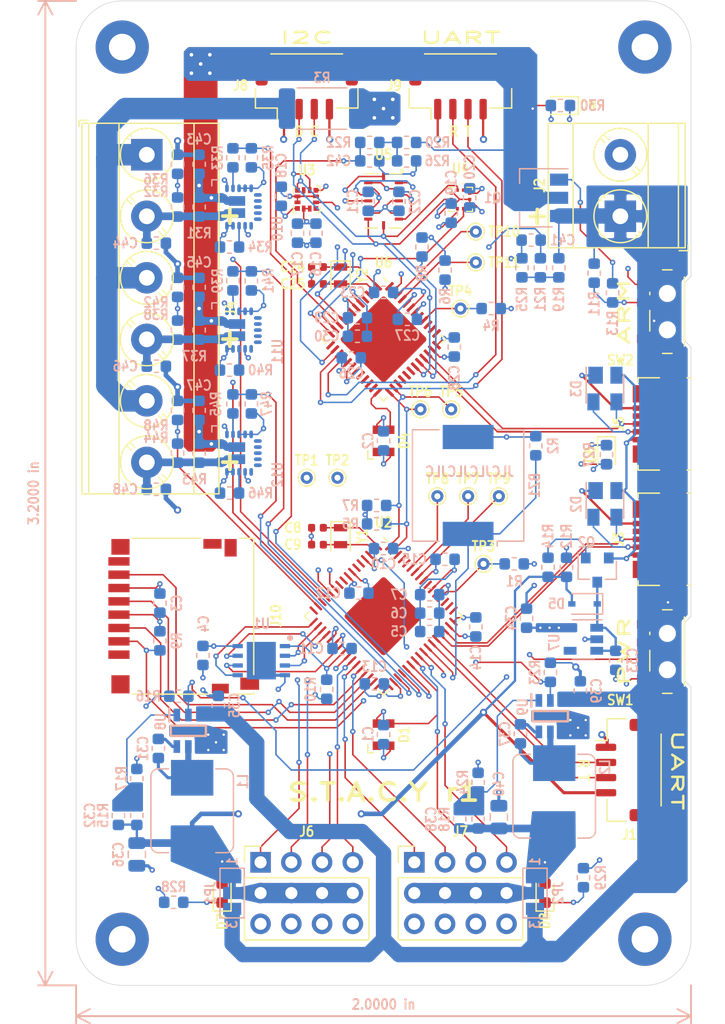
<source format=kicad_pcb>
(kicad_pcb (version 20171130) (host pcbnew "(5.1.5)-3")
  (layers (0 F.Cu signal) (1 In1.Cu mixed) (2 In2.Cu power) (31 B.Cu signal) (34 B.Paste user) (35 F.Paste user) (36 B.SilkS user) (37 F.SilkS user) (38 B.Mask user) (39 F.Mask user) (44 Edge.Cuts user))
  (net 0 "")
  (net 1 GND)
  (net 2 "/MAIN Processor/BUZZ")
  (net 3 +3V3)
  (net 4 +12V)
  (net 5 "/Pyro 1/+")
  (net 6 "/Pyro 2/+")
  (net 7 "/Pyro 3/+")
  (net 8 +5V)
  (net 9 +5VP)
  (net 10 "/MAIN Processor/D-")
  (net 11 "/MAIN Processor/D+")
  (net 12 /Power/VBUS)
  (net 13 "/NAV Subprocessor/D-")
  (net 14 "/NAV Subprocessor/D+")
  (net 15 "/NAV Subprocessor/NEOPIX")
  (net 16 "/MAIN Processor/NEOPIX")
  (net 17 /SERVO1)
  (net 18 /SERVO2)
  (net 19 /SERVO3)
  (net 20 /SERVO4)
  (net 21 /RX)
  (net 22 /TX)
  (net 23 /SERVO5)
  (net 24 /SERVO6)
  (net 25 /SERVO7)
  (net 26 /SERVO8)
  (net 27 /MicroSD/~CS)
  (net 28 "/MAIN Processor/DOSI")
  (net 29 "/MAIN Processor/SCK")
  (net 30 "/MAIN Processor/DISO")
  (net 31 "Net-(Q1-Pad1)")
  (net 32 "/Pyro 1/EN")
  (net 33 "/Pyro 1/~CONT")
  (net 34 "/Pyro 2/EN")
  (net 35 "/Pyro 2/~CONT")
  (net 36 "/Pyro 3/EN")
  (net 37 "/Pyro 3/~CONT")
  (net 38 "/QSPI Flash/~CS")
  (net 39 "/NAV Subprocessor/N_SWDIO")
  (net 40 "/NAV Subprocessor/N_SWCLK")
  (net 41 "/MAIN Processor/SWDIO")
  (net 42 "/MAIN Processor/SWO")
  (net 43 "/MAIN Processor/SWCLK")
  (net 44 /INT_MAG)
  (net 45 /INT_GYR)
  (net 46 /INT_ACC)
  (net 47 /INT_ALT)
  (net 48 "/MAIN Processor/F_SCK")
  (net 49 /Power/5V_FB)
  (net 50 /Power/5VP_FB)
  (net 51 /Power/+5Vi)
  (net 52 "Net-(Q2-Pad1)")
  (net 53 /Power/EN)
  (net 54 "/MAIN Processor/5VP_EN")
  (net 55 /Power/ARM)
  (net 56 /BMI088/SCL)
  (net 57 /BMI088/SDA)
  (net 58 "/NAV Subprocessor/MCU_SCL")
  (net 59 "/NAV Subprocessor/MCU_SDA")
  (net 60 "/MAIN Processor/F_D3")
  (net 61 "/MAIN Processor/F_D0")
  (net 62 "/MAIN Processor/F_D2")
  (net 63 "/MAIN Processor/F_D1")
  (net 64 "Net-(C24-Pad1)")
  (net 65 "/MAIN Processor/~RESET")
  (net 66 "/NAV Subprocessor/~RESET")
  (net 67 /B_DIV)
  (net 68 +BATT)
  (net 69 /PWM1_P)
  (net 70 /PWM2_P)
  (net 71 "/NAV Subprocessor/N_RX")
  (net 72 "/NAV Subprocessor/N_TX")
  (net 73 "Net-(C31-Pad1)")
  (net 74 "Net-(C37-Pad2)")
  (net 75 "Net-(C37-Pad1)")
  (net 76 "Net-(D6-Pad1)")
  (net 77 "Net-(D7-Pad1)")
  (net 78 "Net-(D8-Pad1)")
  (net 79 /A_DIV)
  (net 80 "Net-(D9-Pad1)")
  (net 81 "Net-(C5-Pad1)")
  (net 82 "Net-(C8-Pad1)")
  (net 83 "Net-(C9-Pad1)")
  (net 84 "Net-(C18-Pad1)")
  (net 85 "Net-(C23-Pad1)")
  (net 86 "Net-(C25-Pad1)")
  (net 87 "Net-(C31-Pad2)")
  (net 88 "Net-(J4-Pad1)")
  (net 89 "Net-(R19-Pad2)")
  (net 90 "Net-(R20-Pad2)")
  (net 91 "Net-(R33-Pad1)")
  (net 92 "Net-(R34-Pad1)")
  (net 93 "Net-(R39-Pad1)")
  (net 94 "Net-(R40-Pad1)")
  (net 95 "Net-(R45-Pad1)")
  (net 96 "Net-(R46-Pad1)")
  (net 97 "Net-(U5-Pad1)")
  (module Resistor_SMD:R_2512_6332Metric (layer B.Cu) (at 86.36 72.39)
    (fp_text reference R3 (at 0 -2.54) (layer B.SilkS) (effects (font (size 0.8128 0.7112) (thickness 0.1524)) (justify mirror)))
    (fp_text value 4.7)
    (pad 2 smd roundrect (at 2.9 0) (size 1.35 3.35) (layers B.Cu B.Paste B.Mask) (roundrect_rratio 0.185185) (net 1 GND))
    (pad 1 smd roundrect (at -2.9 0) (size 1.35 3.35) (layers B.Cu B.Paste B.Mask) (roundrect_rratio 0.185185) (net 88 "Net-(J4-Pad1)"))
  )
  (module TestPoint:TestPoint_THTPad_D1.0mm_Drill0.5mm (layer F.Cu) (at 94.488 97.2185)
    (fp_text reference TP6 (at 0 -1.448) (layer F.SilkS) (effects (font (size 0.8128 0.7112) (thickness 0.1524))))
    (fp_text value TestPoint)
    (pad 1 thru_hole circle (at 0 0) (size 1 1) (drill 0.5) (layers *.Cu *.Mask) (net 59 "/NAV Subprocessor/MCU_SDA"))
  )
  (module TestPoint:TestPoint_THTPad_D1.0mm_Drill0.5mm (layer F.Cu) (at 97.028 97.2185)
    (fp_text reference TP5 (at 0 -1.448) (layer F.SilkS) (effects (font (size 0.8128 0.7112) (thickness 0.1524))))
    (fp_text value TestPoint)
    (pad 1 thru_hole circle (at 0 0) (size 1 1) (drill 0.5) (layers *.Cu *.Mask) (net 58 "/NAV Subprocessor/MCU_SCL"))
  )
  (module Capacitor_SMD:C_0603_1608Metric (layer B.Cu) (at 90.297 76.708)
    (fp_text reference C42 (at -2.5655 0) (layer B.SilkS) (effects (font (size 0.8128 0.7112) (thickness 0.1524)) (justify mirror)))
    (fp_text value 1u)
    (pad 2 smd roundrect (at 0.7875 0) (size 0.875 0.95) (layers B.Cu B.Paste B.Mask) (net 1 GND))
    (pad 1 smd roundrect (at -0.7875 0) (size 0.875 0.95) (layers B.Cu B.Paste B.Mask) (net 79 /A_DIV))
  )
  (module Capacitor_SMD:C_0603_1608Metric (layer B.Cu) (at 103.632 83.2485 180)
    (fp_text reference C41 (at -2.6035 0) (layer B.SilkS) (effects (font (size 0.8128 0.7112) (thickness 0.1524)) (justify mirror)))
    (fp_text value 1u)
    (pad 2 smd roundrect (at 0.7875 0 180) (size 0.875 0.95) (layers B.Cu B.Paste B.Mask) (net 1 GND))
    (pad 1 smd roundrect (at -0.7875 0 180) (size 0.875 0.95) (layers B.Cu B.Paste B.Mask) (net 67 /B_DIV))
  )
  (module Resistor_SMD:R_0603_1608Metric (layer B.Cu) (at 106.045 72.136 180)
    (fp_text reference R30 (at -2.667 0 180) (layer B.SilkS) (effects (font (size 0.8128 0.7112) (thickness 0.1524)) (justify mirror)))
    (fp_text value 820)
    (pad 2 smd roundrect (at 0.7875 0 180) (size 0.875 0.95) (layers B.Cu B.Paste B.Mask) (net 1 GND))
    (pad 1 smd roundrect (at -0.7875 0 180) (size 0.875 0.95) (layers B.Cu B.Paste B.Mask) (net 80 "Net-(D9-Pad1)"))
  )
  (module LED_SMD:LED_0603_1608Metric (layer F.Cu) (at 106.045 72.136 180)
    (fp_text reference D9 (at -2.286 0) (layer F.SilkS) (effects (font (size 0.8128 0.7112) (thickness 0.1524))))
    (fp_text value ORANGE)
    (pad 2 smd roundrect (at 0.7875 0 180) (size 0.875 0.95) (layers F.Cu F.Paste F.Mask) (net 4 +12V))
    (pad 1 smd roundrect (at -0.7875 0 180) (size 0.875 0.95) (layers F.Cu F.Paste F.Mask) (net 80 "Net-(D9-Pad1)"))
  )
  (module Resistor_SMD:R_0603_1608Metric (layer B.Cu) (at 107.95 135.89 90)
    (fp_text reference R29 (at 0 1.43 270) (layer B.SilkS) (effects (font (size 0.8128 0.7112) (thickness 0.1524)) (justify mirror)))
    (fp_text value 180)
    (pad 2 smd roundrect (at 0.7875 0 90) (size 0.875 0.95) (layers B.Cu B.Paste B.Mask) (net 1 GND))
    (pad 1 smd roundrect (at -0.7875 0 90) (size 0.875 0.95) (layers B.Cu B.Paste B.Mask) (net 78 "Net-(D8-Pad1)"))
  )
  (module Resistor_SMD:R_0603_1608Metric (layer B.Cu) (at 74.1045 137.922 180)
    (fp_text reference R28 (at 0 1.27 180) (layer B.SilkS) (effects (font (size 0.8128 0.7112) (thickness 0.1524)) (justify mirror)))
    (fp_text value 180)
    (pad 2 smd roundrect (at 0.7875 0 180) (size 0.875 0.95) (layers B.Cu B.Paste B.Mask) (net 1 GND))
    (pad 1 smd roundrect (at -0.7875 0 180) (size 0.875 0.95) (layers B.Cu B.Paste B.Mask) (net 77 "Net-(D7-Pad1)"))
  )
  (module Resistor_SMD:R_0603_1608Metric (layer B.Cu) (at 109.855 100.965 270)
    (fp_text reference R27 (at 0 1.43 90) (layer B.SilkS) (effects (font (size 0.8128 0.7112) (thickness 0.1524)) (justify mirror)))
    (fp_text value 82)
    (pad 2 smd roundrect (at 0.7875 0 270) (size 0.875 0.95) (layers B.Cu B.Paste B.Mask) (net 1 GND))
    (pad 1 smd roundrect (at -0.7875 0 270) (size 0.875 0.95) (layers B.Cu B.Paste B.Mask) (net 76 "Net-(D6-Pad1)"))
  )
  (module Resistor_SMD:R_0603_1608Metric (layer B.Cu) (at 93.345 76.708)
    (fp_text reference R26 (at 2.54 0 180) (layer B.SilkS) (effects (font (size 0.8128 0.7112) (thickness 0.1524)) (justify mirror)))
    (fp_text value 30.1k)
    (pad 2 smd roundrect (at 0.7875 0) (size 0.875 0.95) (layers B.Cu B.Paste B.Mask) (net 1 GND))
    (pad 1 smd roundrect (at -0.7875 0) (size 0.875 0.95) (layers B.Cu B.Paste B.Mask) (net 90 "Net-(R20-Pad2)"))
  )
  (module Resistor_SMD:R_0603_1608Metric (layer B.Cu) (at 90.297 75.184)
    (fp_text reference R22 (at -2.5655 0) (layer B.SilkS) (effects (font (size 0.8128 0.7112) (thickness 0.1524)) (justify mirror)))
    (fp_text value 1k)
    (pad 2 smd roundrect (at 0.7875 0) (size 0.875 0.95) (layers B.Cu B.Paste B.Mask) (net 90 "Net-(R20-Pad2)"))
    (pad 1 smd roundrect (at -0.7875 0) (size 0.875 0.95) (layers B.Cu B.Paste B.Mask) (net 79 /A_DIV))
  )
  (module Resistor_SMD:R_0603_1608Metric (layer B.Cu) (at 93.345 75.184 180)
    (fp_text reference R20 (at -2.5655 0) (layer B.SilkS) (effects (font (size 0.8128 0.7112) (thickness 0.1524)) (justify mirror)))
    (fp_text value 86.6k)
    (pad 2 smd roundrect (at 0.7875 0 180) (size 0.875 0.95) (layers B.Cu B.Paste B.Mask) (net 90 "Net-(R20-Pad2)"))
    (pad 1 smd roundrect (at -0.7875 0 180) (size 0.875 0.95) (layers B.Cu B.Paste B.Mask) (net 4 +12V))
  )
  (module LED_SMD:LED_0603_1608Metric (layer F.Cu) (at 104.775 137.16 90)
    (fp_text reference D8 (at -2.286 0 90) (layer F.SilkS) (effects (font (size 0.8128 0.7112) (thickness 0.1524))))
    (fp_text value RED)
    (pad 2 smd roundrect (at 0.7875 0 90) (size 0.875 0.95) (layers F.Cu F.Paste F.Mask) (net 9 +5VP))
    (pad 1 smd roundrect (at -0.7875 0 90) (size 0.875 0.95) (layers F.Cu F.Paste F.Mask) (net 78 "Net-(D8-Pad1)"))
  )
  (module LED_SMD:LED_0603_1608Metric (layer F.Cu) (at 78.105 137.16 90)
    (fp_text reference D7 (at -2.3495 0 90) (layer F.SilkS) (effects (font (size 0.8128 0.7112) (thickness 0.1524))))
    (fp_text value RED)
    (pad 2 smd roundrect (at 0.7875 0 90) (size 0.875 0.95) (layers F.Cu F.Paste F.Mask) (net 8 +5V))
    (pad 1 smd roundrect (at -0.7875 0 90) (size 0.875 0.95) (layers F.Cu F.Paste F.Mask) (net 77 "Net-(D7-Pad1)"))
  )
  (module LED_SMD:LED_0603_1608Metric (layer F.Cu) (at 109.855 100.965 270)
    (fp_text reference D6 (at 0 1.3335 90) (layer F.SilkS) (effects (font (size 0.8128 0.7112) (thickness 0.1524))))
    (fp_text value RED)
    (pad 2 smd roundrect (at 0.7875 0 270) (size 0.875 0.95) (layers F.Cu F.Paste F.Mask) (net 3 +3V3))
    (pad 1 smd roundrect (at -0.7875 0 270) (size 0.875 0.95) (layers F.Cu F.Paste F.Mask) (net 76 "Net-(D6-Pad1)"))
  )
  (module Connector_JST:JST_GH_BM04B-GHS-TBT_1x04-1MP_P1.25mm_Vertical (layer F.Cu) (at 97.79 70.485)
    (fp_text reference J9 (at -5.461 0) (layer F.SilkS) (effects (font (size 0.8128 0.7112) (thickness 0.1524))))
    (fp_text value SERIAL)
    (pad 1 smd roundrect (at -1.875 1.95) (size 0.6 1.7) (layers F.Cu F.Paste F.Mask) (net 1 GND))
    (pad 2 smd roundrect (at -0.625 1.95) (size 0.6 1.7) (layers F.Cu F.Paste F.Mask) (net 71 "/NAV Subprocessor/N_RX"))
    (pad 3 smd roundrect (at 0.625 1.95) (size 0.6 1.7) (layers F.Cu F.Paste F.Mask) (net 72 "/NAV Subprocessor/N_TX"))
    (pad 4 smd roundrect (at 1.875 1.95) (size 0.6 1.7) (layers F.Cu F.Paste F.Mask) (net 3 +3V3))
    (pad MP smd roundrect (at -3.725 -1.4) (size 1 2.8) (layers F.Cu F.Paste F.Mask))
    (pad MP smd roundrect (at 3.725 -1.4) (size 1 2.8) (layers F.Cu F.Paste F.Mask))
  )
  (module Capacitor_SMD:C_0603_1608Metric (layer B.Cu) (at 93.4085 89.789)
    (fp_text reference C27 (at 0 1.3335) (layer B.SilkS) (effects (font (size 0.8128 0.7112) (thickness 0.1524)) (justify mirror)))
    (fp_text value 0.1u)
    (pad 2 smd roundrect (at 0.7875 0) (size 0.875 0.95) (layers B.Cu B.Paste B.Mask) (net 1 GND))
    (pad 1 smd roundrect (at -0.7875 0) (size 0.875 0.95) (layers B.Cu B.Paste B.Mask) (net 3 +3V3))
  )
  (module Capacitor_SMD:C_0603_1608Metric (layer B.Cu) (at 88.773 92.964)
    (fp_text reference C26 (at 0 1.27) (layer B.SilkS) (effects (font (size 0.8128 0.7112) (thickness 0.1524)) (justify mirror)))
    (fp_text value 0.1u)
    (pad 2 smd roundrect (at 0.7875 0) (size 0.875 0.95) (layers B.Cu B.Paste B.Mask) (net 1 GND))
    (pad 1 smd roundrect (at -0.7875 0) (size 0.875 0.95) (layers B.Cu B.Paste B.Mask) (net 3 +3V3))
  )
  (module Connector_JST:JST_GH_BM04B-GHS-TBT_1x04-1MP_P1.25mm_Vertical (layer F.Cu) (at 85.09 70.485)
    (fp_text reference J8 (at -5.461 0) (layer F.SilkS) (effects (font (size 0.8128 0.7112) (thickness 0.1524))))
    (fp_text value I2C)
    (pad 1 smd roundrect (at -1.875 1.95) (size 0.6 1.7) (layers F.Cu F.Paste F.Mask) (net 1 GND))
    (pad 2 smd roundrect (at -0.625 1.95) (size 0.6 1.7) (layers F.Cu F.Paste F.Mask) (net 57 /BMI088/SDA))
    (pad 3 smd roundrect (at 0.625 1.95) (size 0.6 1.7) (layers F.Cu F.Paste F.Mask) (net 56 /BMI088/SCL))
    (pad 4 smd roundrect (at 1.875 1.95) (size 0.6 1.7) (layers F.Cu F.Paste F.Mask) (net 3 +3V3))
    (pad MP smd roundrect (at -3.725 -1.4) (size 1 2.8) (layers F.Cu F.Paste F.Mask))
    (pad MP smd roundrect (at 3.725 -1.4) (size 1 2.8) (layers F.Cu F.Paste F.Mask))
  )
  (module Connector_JST:JST_GH_BM04B-GHS-TBT_1x04-1MP_P1.25mm_Vertical (layer F.Cu) (at 111.76 127 270)
    (fp_text reference J1 (at 5.334 0) (layer F.SilkS) (effects (font (size 0.8128 0.7112) (thickness 0.1524))))
    (fp_text value SERIAL)
    (pad MP smd roundrect (at 3.725 -1.4 270) (size 1 2.8) (layers F.Cu F.Paste F.Mask))
    (pad MP smd roundrect (at -3.725 -1.4 270) (size 1 2.8) (layers F.Cu F.Paste F.Mask))
    (pad 4 smd roundrect (at 1.875 1.95 270) (size 0.6 1.7) (layers F.Cu F.Paste F.Mask) (net 8 +5V))
    (pad 3 smd roundrect (at 0.625 1.95 270) (size 0.6 1.7) (layers F.Cu F.Paste F.Mask) (net 22 /TX))
    (pad 2 smd roundrect (at -0.625 1.95 270) (size 0.6 1.7) (layers F.Cu F.Paste F.Mask) (net 21 /RX))
    (pad 1 smd roundrect (at -1.875 1.95 270) (size 0.6 1.7) (layers F.Cu F.Paste F.Mask) (net 1 GND))
  )
  (module Jumper:SolderJumper-3_P1.3mm_Bridged12_Pad1.0x1.5mm_NumberLabels (layer B.Cu) (at 103.9495 137.16 270)
    (fp_text reference JP2 (at 0 -1.905 90) (layer B.SilkS) (effects (font (size 0.8128 0.7112) (thickness 0.1524)) (justify mirror)))
    (fp_text value PWM2_P)
    (fp_poly (pts (xy -0.9 0.3) (xy -0.4 0.3) (xy -0.4 -0.3) (xy -0.9 -0.3)) (layer B.Cu) (width 0))
    (fp_text user 1 (at -2.6 0 90) (layer B.SilkS) (effects (font (size 0.8128 0.7112) (thickness 0.1524)) (justify mirror)))
    (fp_text user 3 (at 2.6 0 90) (layer B.SilkS) (effects (font (size 0.8128 0.7112) (thickness 0.1524)) (justify mirror)))
    (pad 2 smd rect (at 0 0 270) (size 1 1.5) (layers B.Cu B.Mask) (net 70 /PWM2_P))
    (pad 3 smd rect (at 1.3 0 270) (size 1 1.5) (layers B.Cu B.Mask) (net 68 +BATT))
    (pad 1 smd rect (at -1.3 0 270) (size 1 1.5) (layers B.Cu B.Mask) (net 9 +5VP))
  )
  (module Jumper:SolderJumper-3_P1.3mm_Bridged12_Pad1.0x1.5mm_NumberLabels (layer B.Cu) (at 78.9305 137.16 270)
    (fp_text reference JP1 (at 0 1.8 90) (layer B.SilkS) (effects (font (size 0.8128 0.7112) (thickness 0.1524)) (justify mirror)))
    (fp_text value PWM1_P)
    (fp_poly (pts (xy -0.9 0.3) (xy -0.4 0.3) (xy -0.4 -0.3) (xy -0.9 -0.3)) (layer B.Cu) (width 0))
    (fp_text user 1 (at -2.6 0 90) (layer B.SilkS) (effects (font (size 0.8128 0.7112) (thickness 0.1524)) (justify mirror)))
    (fp_text user 3 (at 2.6 0 90) (layer B.SilkS) (effects (font (size 0.8128 0.7112) (thickness 0.1524)) (justify mirror)))
    (pad 2 smd rect (at 0 0 270) (size 1 1.5) (layers B.Cu B.Mask) (net 69 /PWM1_P))
    (pad 3 smd rect (at 1.3 0 270) (size 1 1.5) (layers B.Cu B.Mask) (net 68 +BATT))
    (pad 1 smd rect (at -1.3 0 270) (size 1 1.5) (layers B.Cu B.Mask) (net 8 +5V))
  )
  (module TestPoint:TestPoint_THTPad_D1.0mm_Drill0.5mm (layer F.Cu) (at 99.695 109.982)
    (fp_text reference TP3 (at 0 -1.448) (layer F.SilkS) (effects (font (size 0.8128 0.7112) (thickness 0.1524))))
    (fp_text value TestPoint)
    (pad 1 thru_hole circle (at 0 0) (size 1 1) (drill 0.5) (layers *.Cu *.Mask) (net 65 "/MAIN Processor/~RESET"))
  )
  (module TBC_Connectors:USB_Micro-B_Molex_47346-0001_ShieldFloat (layer F.Cu) (at 114.173 98.425 90)
    (fp_text reference J5 (at 0 -3.3 270) (layer F.SilkS) (effects (font (size 0.8128 0.7112) (thickness 0.1524))))
    (fp_text value USB_NAV)
    (pad "" smd rect (at 1.55 1.2 90) (size 1 1.9) (layers F.Cu F.Paste F.Mask))
    (pad "" smd rect (at -1.15 1.2 90) (size 1.8 1.9) (layers F.Cu F.Paste F.Mask))
    (pad "" smd rect (at 3.375 1.2 90) (size 1.65 1.3) (layers F.Cu F.Paste F.Mask))
    (pad "" smd rect (at -3.375 1.2 90) (size 1.65 1.3) (layers F.Cu F.Paste F.Mask))
    (pad 6 smd rect (at 2.4875 -1.375 90) (size 1.425 1.55) (layers F.Cu F.Paste F.Mask))
    (pad "" smd rect (at -2.4875 -1.375 90) (size 1.425 1.55) (layers F.Cu F.Paste F.Mask))
    (pad 5 smd rect (at 1.3 -1.46 90) (size 0.45 1.38) (layers F.Cu F.Paste F.Mask) (net 1 GND))
    (pad 4 smd rect (at 0.65 -1.46 90) (size 0.45 1.38) (layers F.Cu F.Paste F.Mask))
    (pad 3 smd rect (at 0 -1.46 90) (size 0.45 1.38) (layers F.Cu F.Paste F.Mask) (net 14 "/NAV Subprocessor/D+"))
    (pad 2 smd rect (at -0.65 -1.46 90) (size 0.45 1.38) (layers F.Cu F.Paste F.Mask) (net 13 "/NAV Subprocessor/D-"))
    (pad 1 smd rect (at -1.3 -1.46 90) (size 0.45 1.38) (layers F.Cu F.Paste F.Mask) (net 12 /Power/VBUS))
  )
  (module TBC_Connectors:USB_Micro-B_Molex_47346-0001_ShieldFloat (layer F.Cu) (at 114.173 107.95 90)
    (fp_text reference J3 (at 0 -3.3 270) (layer F.SilkS) (effects (font (size 0.8128 0.7112) (thickness 0.1524))))
    (fp_text value USB_MCU)
    (pad "" smd rect (at 1.55 1.2 90) (size 1 1.9) (layers F.Cu F.Paste F.Mask))
    (pad "" smd rect (at -1.15 1.2 90) (size 1.8 1.9) (layers F.Cu F.Paste F.Mask))
    (pad "" smd rect (at 3.375 1.2 90) (size 1.65 1.3) (layers F.Cu F.Paste F.Mask))
    (pad "" smd rect (at -3.375 1.2 90) (size 1.65 1.3) (layers F.Cu F.Paste F.Mask))
    (pad 6 smd rect (at 2.4875 -1.375 90) (size 1.425 1.55) (layers F.Cu F.Paste F.Mask))
    (pad "" smd rect (at -2.4875 -1.375 90) (size 1.425 1.55) (layers F.Cu F.Paste F.Mask))
    (pad 5 smd rect (at 1.3 -1.46 90) (size 0.45 1.38) (layers F.Cu F.Paste F.Mask) (net 1 GND))
    (pad 4 smd rect (at 0.65 -1.46 90) (size 0.45 1.38) (layers F.Cu F.Paste F.Mask))
    (pad 3 smd rect (at 0 -1.46 90) (size 0.45 1.38) (layers F.Cu F.Paste F.Mask) (net 11 "/MAIN Processor/D+"))
    (pad 2 smd rect (at -0.65 -1.46 90) (size 0.45 1.38) (layers F.Cu F.Paste F.Mask) (net 10 "/MAIN Processor/D-"))
    (pad 1 smd rect (at -1.3 -1.46 90) (size 0.45 1.38) (layers F.Cu F.Paste F.Mask) (net 12 /Power/VBUS))
  )
  (module Resistor_SMD:R_0603_1608Metric (layer B.Cu) (at 105.2195 118.9355 90)
    (fp_text reference R23 (at 0 -1.27 90) (layer B.SilkS) (effects (font (size 0.8128 0.7112) (thickness 0.1524)) (justify mirror)))
    (fp_text value 4.7k)
    (pad 1 smd roundrect (at -0.7875 0 90) (size 0.875 0.95) (layers B.Cu B.Paste B.Mask) (net 54 "/MAIN Processor/5VP_EN"))
    (pad 2 smd roundrect (at 0.7875 0 90) (size 0.875 0.95) (layers B.Cu B.Paste B.Mask) (net 1 GND))
  )
  (module Resistor_SMD:R_0603_1608Metric (layer B.Cu) (at 99.2505 131.0385 90)
    (fp_text reference R18 (at -0.0255 -2.794 90) (layer B.SilkS) (effects (font (size 0.8128 0.7112) (thickness 0.1524)) (justify mirror)))
    (fp_text value 158k)
    (pad 1 smd roundrect (at -0.7875 0 90) (size 0.875 0.95) (layers B.Cu B.Paste B.Mask) (net 9 +5VP))
    (pad 2 smd roundrect (at 0.7875 0 90) (size 0.875 0.95) (layers B.Cu B.Paste B.Mask) (net 50 /Power/5VP_FB))
  )
  (module Resistor_SMD:R_0603_1608Metric (layer B.Cu) (at 99.2505 128.016 90)
    (fp_text reference R24 (at 0 -1.27 90) (layer B.SilkS) (effects (font (size 0.8128 0.7112) (thickness 0.1524)) (justify mirror)))
    (fp_text value 30.1k)
    (pad 1 smd roundrect (at -0.7875 0 90) (size 0.875 0.95) (layers B.Cu B.Paste B.Mask) (net 50 /Power/5VP_FB))
    (pad 2 smd roundrect (at 0.7875 0 90) (size 0.875 0.95) (layers B.Cu B.Paste B.Mask) (net 1 GND))
  )
  (module Inductor_SMD:L_Bourns_SRP7028A_7.3x6.6mm (layer B.Cu) (at 105.537 129.159 270)
    (fp_text reference L2 (at -2.413 -4.191 90) (layer B.SilkS) (effects (font (size 0.8128 0.7112) (thickness 0.1524)) (justify mirror)))
    (fp_text value 6.8u)
    (pad 1 smd rect (at -2.725 0 270) (size 2.95 3.5) (layers B.Cu B.Paste B.Mask) (net 75 "Net-(C37-Pad1)"))
    (pad 2 smd rect (at 2.725 0 270) (size 2.95 3.5) (layers B.Cu B.Paste B.Mask) (net 9 +5VP))
  )
  (module SamacSys_Parts:SOT95P280X90-6N (layer B.Cu) (at 105.2195 122.555 270)
    (fp_text reference U9 (at -0.762 2.286 90) (layer B.SilkS) (effects (font (size 0.8128 0.7112) (thickness 0.1524)) (justify mirror)))
    (fp_text value AP63300WU-7 hide)
    (pad 1 smd rect (at -1.3 0.95 180) (size 0.55 1.05) (layers B.Cu B.Paste B.Mask) (net 50 /Power/5VP_FB))
    (pad 2 smd rect (at -1.3 0 180) (size 0.55 1.05) (layers B.Cu B.Paste B.Mask) (net 54 "/MAIN Processor/5VP_EN"))
    (pad 3 smd rect (at -1.3 -0.95 180) (size 0.55 1.05) (layers B.Cu B.Paste B.Mask) (net 68 +BATT))
    (pad 4 smd rect (at 1.3 -0.95 180) (size 0.55 1.05) (layers B.Cu B.Paste B.Mask) (net 1 GND))
    (pad 5 smd rect (at 1.3 0 180) (size 0.55 1.05) (layers B.Cu B.Paste B.Mask) (net 75 "Net-(C37-Pad1)"))
    (pad 6 smd rect (at 1.3 0.95 180) (size 0.55 1.05) (layers B.Cu B.Paste B.Mask) (net 74 "Net-(C37-Pad2)"))
  )
  (module Capacitor_SMD:C_0805_2012Metric (layer B.Cu) (at 100.965 130.8885 90)
    (fp_text reference C40 (at 2.7455 0 90) (layer B.SilkS) (effects (font (size 0.8128 0.7112) (thickness 0.1524)) (justify mirror)))
    (fp_text value 47u)
    (pad 1 smd roundrect (at -0.9375 0 90) (size 0.975 1.4) (layers B.Cu B.Paste B.Mask) (net 9 +5VP))
    (pad 2 smd roundrect (at 0.9375 0 90) (size 0.975 1.4) (layers B.Cu B.Paste B.Mask) (net 1 GND))
  )
  (module Capacitor_SMD:C_0603_1608Metric (layer B.Cu) (at 107.696 120.4595 270)
    (fp_text reference C39 (at 0 -1.3335 90) (layer B.SilkS) (effects (font (size 0.8128 0.7112) (thickness 0.1524)) (justify mirror)))
    (fp_text value 10u)
    (pad 1 smd roundrect (at -0.7875 0 270) (size 0.875 0.95) (layers B.Cu B.Paste B.Mask) (net 1 GND))
    (pad 2 smd roundrect (at 0.7875 0 270) (size 0.875 0.95) (layers B.Cu B.Paste B.Mask) (net 68 +BATT))
  )
  (module Capacitor_SMD:C_0603_1608Metric (layer B.Cu) (at 102.743 124.0155 90)
    (fp_text reference C37 (at 0 -1.27 90) (layer B.SilkS) (effects (font (size 0.8128 0.7112) (thickness 0.1524)) (justify mirror)))
    (fp_text value 0.1u)
    (pad 1 smd roundrect (at -0.7875 0 90) (size 0.875 0.95) (layers B.Cu B.Paste B.Mask) (net 75 "Net-(C37-Pad1)"))
    (pad 2 smd roundrect (at 0.7875 0 90) (size 0.875 0.95) (layers B.Cu B.Paste B.Mask) (net 74 "Net-(C37-Pad2)"))
  )
  (module Capacitor_SMD:C_0603_1608Metric (layer B.Cu) (at 97.7265 131.0385 90)
    (fp_text reference C38 (at -0.0255 -2.3495 90) (layer B.SilkS) (effects (font (size 0.8128 0.7112) (thickness 0.1524)) (justify mirror)))
    (fp_text value 47p)
    (pad 1 smd roundrect (at -0.7875 0 90) (size 0.875 0.95) (layers B.Cu B.Paste B.Mask) (net 9 +5VP))
    (pad 2 smd roundrect (at 0.7875 0 90) (size 0.875 0.95) (layers B.Cu B.Paste B.Mask) (net 50 /Power/5VP_FB))
  )
  (module TestPoint:TestPoint_THTPad_D1.0mm_Drill0.5mm (layer F.Cu) (at 87.63 102.87)
    (fp_text reference TP2 (at 0 -1.448) (layer F.SilkS) (effects (font (size 0.8128 0.7112) (thickness 0.1524))))
    (fp_text value TestPoint)
    (pad 1 thru_hole circle (at 0 0) (size 1 1) (drill 0.5) (layers *.Cu *.Mask) (net 1 GND))
  )
  (module TestPoint:TestPoint_THTPad_D1.0mm_Drill0.5mm (layer F.Cu) (at 85.09 102.87)
    (fp_text reference TP1 (at 0 -1.448) (layer F.SilkS) (effects (font (size 0.8128 0.7112) (thickness 0.1524))))
    (fp_text value TestPoint)
    (pad 1 thru_hole circle (at 0 0) (size 1 1) (drill 0.5) (layers *.Cu *.Mask) (net 3 +3V3))
  )
  (module TestPoint:TestPoint_THTPad_D1.0mm_Drill0.5mm (layer F.Cu) (at 99.06 85.09)
    (fp_text reference TP11 (at 2.3495 0) (layer F.SilkS) (effects (font (size 0.8128 0.7112) (thickness 0.1524))))
    (fp_text value TestPoint)
    (pad 1 thru_hole circle (at 0 0) (size 1 1) (drill 0.5) (layers *.Cu *.Mask) (net 40 "/NAV Subprocessor/N_SWCLK"))
  )
  (module TestPoint:TestPoint_THTPad_D1.0mm_Drill0.5mm (layer F.Cu) (at 99.06 82.55)
    (fp_text reference TP10 (at 2.3495 0) (layer F.SilkS) (effects (font (size 0.8128 0.7112) (thickness 0.1524))))
    (fp_text value TestPoint)
    (pad 1 thru_hole circle (at 0 0) (size 1 1) (drill 0.5) (layers *.Cu *.Mask) (net 39 "/NAV Subprocessor/N_SWDIO"))
  )
  (module TestPoint:TestPoint_THTPad_D1.0mm_Drill0.5mm (layer F.Cu) (at 100.965 104.394)
    (fp_text reference TP9 (at 0 -1.448) (layer F.SilkS) (effects (font (size 0.8128 0.7112) (thickness 0.1524))))
    (fp_text value TestPoint)
    (pad 1 thru_hole circle (at 0 0) (size 1 1) (drill 0.5) (layers *.Cu *.Mask) (net 43 "/MAIN Processor/SWCLK"))
  )
  (module TestPoint:TestPoint_THTPad_D1.0mm_Drill0.5mm (layer F.Cu) (at 95.885 104.394)
    (fp_text reference TP8 (at 0 -1.448) (layer F.SilkS) (effects (font (size 0.8128 0.7112) (thickness 0.1524))))
    (fp_text value TestPoint)
    (pad 1 thru_hole circle (at 0 0) (size 1 1) (drill 0.5) (layers *.Cu *.Mask) (net 42 "/MAIN Processor/SWO"))
  )
  (module TestPoint:TestPoint_THTPad_D1.0mm_Drill0.5mm (layer F.Cu) (at 98.425 104.394)
    (fp_text reference TP7 (at 0 -1.448) (layer F.SilkS) (effects (font (size 0.8128 0.7112) (thickness 0.1524))))
    (fp_text value TestPoint)
    (pad 1 thru_hole circle (at 0 0) (size 1 1) (drill 0.5) (layers *.Cu *.Mask) (net 41 "/MAIN Processor/SWDIO"))
  )
  (module TestPoint:TestPoint_THTPad_D1.0mm_Drill0.5mm (layer F.Cu) (at 97.79 88.9)
    (fp_text reference TP4 (at 0 -1.448) (layer F.SilkS) (effects (font (size 0.8128 0.7112) (thickness 0.1524))))
    (fp_text value TestPoint)
    (pad 1 thru_hole circle (at 0 0) (size 1 1) (drill 0.5) (layers *.Cu *.Mask) (net 66 "/NAV Subprocessor/~RESET"))
  )
  (module Capacitor_SMD:C_0603_1608Metric (layer B.Cu) (at 91.44 108.712)
    (fp_text reference C10 (at 0 1.27) (layer B.SilkS) (effects (font (size 0.8128 0.7112) (thickness 0.1524)) (justify mirror)))
    (fp_text value 0.1u)
    (pad 2 smd roundrect (at 0.7875 0) (size 0.875 0.95) (layers B.Cu B.Paste B.Mask) (net 1 GND))
    (pad 1 smd roundrect (at -0.7875 0) (size 0.875 0.95) (layers B.Cu B.Paste B.Mask) (net 3 +3V3))
  )
  (module TBC_LED:WS2812B-2020_2x2mm (layer F.Cu) (at 91.44 99.822 270)
    (fp_text reference D4 (at 0 -1.7 90) (layer F.SilkS) (effects (font (size 0.8128 0.7112) (thickness 0.1524))))
    (fp_text value WS2812B-2020)
    (pad 3 smd rect (at -0.915 -0.55 270) (size 0.7 0.7) (layers F.Cu F.Paste F.Mask) (net 15 "/NAV Subprocessor/NEOPIX"))
    (pad 1 smd rect (at 0.915 0.55 90) (size 0.7 0.7) (layers F.Cu F.Paste F.Mask))
    (pad 4 smd rect (at -0.915 0.55 270) (size 0.7 0.7) (layers F.Cu F.Paste F.Mask) (net 3 +3V3))
    (pad 2 smd rect (at 0.915 -0.55 90) (size 0.7 0.7) (layers F.Cu F.Paste F.Mask) (net 1 GND))
  )
  (module TBC_LED:WS2812B-2020_2x2mm (layer F.Cu) (at 91.44 124.079 270)
    (fp_text reference D1 (at 0 -1.7 90) (layer F.SilkS) (effects (font (size 0.8128 0.7112) (thickness 0.1524))))
    (fp_text value WS2812B-2020)
    (pad 3 smd rect (at -0.915 -0.55 270) (size 0.7 0.7) (layers F.Cu F.Paste F.Mask) (net 16 "/MAIN Processor/NEOPIX"))
    (pad 1 smd rect (at 0.915 0.55 90) (size 0.7 0.7) (layers F.Cu F.Paste F.Mask))
    (pad 4 smd rect (at -0.915 0.55 270) (size 0.7 0.7) (layers F.Cu F.Paste F.Mask) (net 3 +3V3))
    (pad 2 smd rect (at 0.915 -0.55 90) (size 0.7 0.7) (layers F.Cu F.Paste F.Mask) (net 1 GND))
  )
  (module Resistor_SMD:R_0603_1608Metric (layer B.Cu) (at 100.33 88.9)
    (fp_text reference R4 (at 0 1.43) (layer B.SilkS) (effects (font (size 0.8128 0.7112) (thickness 0.1524)) (justify mirror)))
    (fp_text value 10k)
    (pad 2 smd roundrect (at 0.7875 0) (size 0.875 0.95) (layers B.Cu B.Paste B.Mask) (net 3 +3V3))
    (pad 1 smd roundrect (at -0.7875 0) (size 0.875 0.95) (layers B.Cu B.Paste B.Mask) (net 66 "/NAV Subprocessor/~RESET"))
  )
  (module Crystal:Crystal_SMD_2012-2Pin_2.0x1.2mm (layer F.Cu) (at 87.884 86.1695 270)
    (fp_text reference Y2 (at 0 -1.8 90) (layer F.SilkS) (effects (font (size 0.8128 0.7112) (thickness 0.1524))))
    (fp_text value Crystal_Small)
    (pad 2 smd rect (at 0.7 0 270) (size 0.6 1.1) (layers F.Cu F.Paste F.Mask) (net 86 "Net-(C25-Pad1)"))
    (pad 1 smd rect (at -0.7 0 270) (size 0.6 1.1) (layers F.Cu F.Paste F.Mask) (net 64 "Net-(C24-Pad1)"))
  )
  (module Package_DFN_QFN:QFN-64-1EP_9x9mm_P0.5mm_EP4.7x4.7mm (layer F.Cu) (at 91.44 114.3 315)
    (fp_text reference U2 (at -5.477956 -5.477956 180) (layer F.SilkS) (effects (font (size 0.8128 0.7112) (thickness 0.1524))))
    (fp_text value ATSAMD51J19A)
    (pad 65 smd roundrect (at 0 0 315) (size 4.7 4.7) (layers F.Cu F.Mask) (roundrect_rratio 0.053191))
    (pad 1 smd roundrect (at -4.4125 -3.75 315) (size 0.875 0.2) (layers F.Cu F.Paste F.Mask) (net 82 "Net-(C8-Pad1)"))
    (pad 2 smd roundrect (at -4.4125 -3.25 315) (size 0.875 0.2) (layers F.Cu F.Paste F.Mask) (net 83 "Net-(C9-Pad1)"))
    (pad 3 smd roundrect (at -4.4125 -2.75 315) (size 0.875 0.2) (layers F.Cu F.Paste F.Mask) (net 54 "/MAIN Processor/5VP_EN"))
    (pad 4 smd roundrect (at -4.4125 -2.25 315) (size 0.875 0.2) (layers F.Cu F.Paste F.Mask) (net 3 +3V3))
    (pad 5 smd roundrect (at -4.4125 -1.75 315) (size 0.875 0.2) (layers F.Cu F.Paste F.Mask))
    (pad 6 smd roundrect (at -4.4125 -1.25 315) (size 0.875 0.2) (layers F.Cu F.Paste F.Mask))
    (pad 7 smd roundrect (at -4.4125 -0.75 315) (size 0.875 0.2) (layers F.Cu F.Paste F.Mask) (net 1 GND))
    (pad 8 smd roundrect (at -4.4125 -0.25 315) (size 0.875 0.2) (layers F.Cu F.Paste F.Mask) (net 3 +3V3))
    (pad 9 smd roundrect (at -4.4125 0.25 315) (size 0.875 0.2) (layers F.Cu F.Paste F.Mask))
    (pad 10 smd roundrect (at -4.4125 0.75 315) (size 0.875 0.2) (layers F.Cu F.Paste F.Mask))
    (pad 11 smd roundrect (at -4.4125 1.25 315) (size 0.875 0.2) (layers F.Cu F.Paste F.Mask) (net 18 /SERVO2))
    (pad 12 smd roundrect (at -4.4125 1.75 315) (size 0.875 0.2) (layers F.Cu F.Paste F.Mask) (net 17 /SERVO1))
    (pad 13 smd roundrect (at -4.4125 2.25 315) (size 0.875 0.2) (layers F.Cu F.Paste F.Mask) (net 33 "/Pyro 1/~CONT"))
    (pad 14 smd roundrect (at -4.4125 2.75 315) (size 0.875 0.2) (layers F.Cu F.Paste F.Mask) (net 35 "/Pyro 2/~CONT"))
    (pad 15 smd roundrect (at -4.4125 3.25 315) (size 0.875 0.2) (layers F.Cu F.Paste F.Mask) (net 37 "/Pyro 3/~CONT"))
    (pad 16 smd roundrect (at -4.4125 3.75 315) (size 0.875 0.2) (layers F.Cu F.Paste F.Mask))
    (pad 17 smd roundrect (at -3.75 4.4125 315) (size 0.2 0.875) (layers F.Cu F.Paste F.Mask) (net 61 "/MAIN Processor/F_D0"))
    (pad 18 smd roundrect (at -3.25 4.4125 315) (size 0.2 0.875) (layers F.Cu F.Paste F.Mask) (net 63 "/MAIN Processor/F_D1"))
    (pad 19 smd roundrect (at -2.75 4.4125 315) (size 0.2 0.875) (layers F.Cu F.Paste F.Mask) (net 62 "/MAIN Processor/F_D2"))
    (pad 20 smd roundrect (at -2.25 4.4125 315) (size 0.2 0.875) (layers F.Cu F.Paste F.Mask) (net 60 "/MAIN Processor/F_D3"))
    (pad 21 smd roundrect (at -1.75 4.4125 315) (size 0.2 0.875) (layers F.Cu F.Paste F.Mask) (net 3 +3V3))
    (pad 22 smd roundrect (at -1.25 4.4125 315) (size 0.2 0.875) (layers F.Cu F.Paste F.Mask) (net 1 GND))
    (pad 23 smd roundrect (at -0.75 4.4125 315) (size 0.2 0.875) (layers F.Cu F.Paste F.Mask) (net 48 "/MAIN Processor/F_SCK"))
    (pad 24 smd roundrect (at -0.25 4.4125 315) (size 0.2 0.875) (layers F.Cu F.Paste F.Mask) (net 38 "/QSPI Flash/~CS"))
    (pad 25 smd roundrect (at 0.25 4.4125 315) (size 0.2 0.875) (layers F.Cu F.Paste F.Mask) (net 19 /SERVO3))
    (pad 26 smd roundrect (at 0.75 4.4125 315) (size 0.2 0.875) (layers F.Cu F.Paste F.Mask) (net 20 /SERVO4))
    (pad 27 smd roundrect (at 1.25 4.4125 315) (size 0.2 0.875) (layers F.Cu F.Paste F.Mask) (net 23 /SERVO5))
    (pad 28 smd roundrect (at 1.75 4.4125 315) (size 0.2 0.875) (layers F.Cu F.Paste F.Mask) (net 24 /SERVO6))
    (pad 29 smd roundrect (at 2.25 4.4125 315) (size 0.2 0.875) (layers F.Cu F.Paste F.Mask) (net 28 "/MAIN Processor/DOSI"))
    (pad 30 smd roundrect (at 2.75 4.4125 315) (size 0.2 0.875) (layers F.Cu F.Paste F.Mask) (net 29 "/MAIN Processor/SCK"))
    (pad 31 smd roundrect (at 3.25 4.4125 315) (size 0.2 0.875) (layers F.Cu F.Paste F.Mask) (net 30 "/MAIN Processor/DISO"))
    (pad 32 smd roundrect (at 3.75 4.4125 315) (size 0.2 0.875) (layers F.Cu F.Paste F.Mask))
    (pad 33 smd roundrect (at 4.4125 3.75 315) (size 0.875 0.2) (layers F.Cu F.Paste F.Mask) (net 1 GND))
    (pad 34 smd roundrect (at 4.4125 3.25 315) (size 0.875 0.2) (layers F.Cu F.Paste F.Mask) (net 3 +3V3))
    (pad 35 smd roundrect (at 4.4125 2.75 315) (size 0.875 0.2) (layers F.Cu F.Paste F.Mask) (net 36 "/Pyro 3/EN"))
    (pad 36 smd roundrect (at 4.4125 2.25 315) (size 0.875 0.2) (layers F.Cu F.Paste F.Mask) (net 34 "/Pyro 2/EN"))
    (pad 37 smd roundrect (at 4.4125 1.75 315) (size 0.875 0.2) (layers F.Cu F.Paste F.Mask) (net 32 "/Pyro 1/EN"))
    (pad 38 smd roundrect (at 4.4125 1.25 315) (size 0.875 0.2) (layers F.Cu F.Paste F.Mask) (net 16 "/MAIN Processor/NEOPIX"))
    (pad 39 smd roundrect (at 4.4125 0.75 315) (size 0.875 0.2) (layers F.Cu F.Paste F.Mask) (net 25 /SERVO7))
    (pad 40 smd roundrect (at 4.4125 0.25 315) (size 0.875 0.2) (layers F.Cu F.Paste F.Mask) (net 26 /SERVO8))
    (pad 41 smd roundrect (at 4.4125 -0.25 315) (size 0.875 0.2) (layers F.Cu F.Paste F.Mask) (net 27 /MicroSD/~CS))
    (pad 42 smd roundrect (at 4.4125 -0.75 315) (size 0.875 0.2) (layers F.Cu F.Paste F.Mask) (net 2 "/MAIN Processor/BUZZ"))
    (pad 43 smd roundrect (at 4.4125 -1.25 315) (size 0.875 0.2) (layers F.Cu F.Paste F.Mask) (net 22 /TX))
    (pad 44 smd roundrect (at 4.4125 -1.75 315) (size 0.875 0.2) (layers F.Cu F.Paste F.Mask) (net 21 /RX))
    (pad 45 smd roundrect (at 4.4125 -2.25 315) (size 0.875 0.2) (layers F.Cu F.Paste F.Mask) (net 10 "/MAIN Processor/D-"))
    (pad 46 smd roundrect (at 4.4125 -2.75 315) (size 0.875 0.2) (layers F.Cu F.Paste F.Mask) (net 11 "/MAIN Processor/D+"))
    (pad 47 smd roundrect (at 4.4125 -3.25 315) (size 0.875 0.2) (layers F.Cu F.Paste F.Mask) (net 1 GND))
    (pad 48 smd roundrect (at 4.4125 -3.75 315) (size 0.875 0.2) (layers F.Cu F.Paste F.Mask) (net 3 +3V3))
    (pad 49 smd roundrect (at 3.75 -4.4125 315) (size 0.2 0.875) (layers F.Cu F.Paste F.Mask))
    (pad 50 smd roundrect (at 3.25 -4.4125 315) (size 0.2 0.875) (layers F.Cu F.Paste F.Mask))
    (pad 51 smd roundrect (at 2.75 -4.4125 315) (size 0.2 0.875) (layers F.Cu F.Paste F.Mask))
    (pad 52 smd roundrect (at 2.25 -4.4125 315) (size 0.2 0.875) (layers F.Cu F.Paste F.Mask) (net 65 "/MAIN Processor/~RESET"))
    (pad 53 smd roundrect (at 1.75 -4.4125 315) (size 0.2 0.875) (layers F.Cu F.Paste F.Mask) (net 81 "Net-(C5-Pad1)"))
    (pad 54 smd roundrect (at 1.25 -4.4125 315) (size 0.2 0.875) (layers F.Cu F.Paste F.Mask) (net 1 GND))
    (pad 55 smd roundrect (at 0.75 -4.4125 315) (size 0.2 0.875) (layers F.Cu F.Paste F.Mask))
    (pad 56 smd roundrect (at 0.25 -4.4125 315) (size 0.2 0.875) (layers F.Cu F.Paste F.Mask) (net 3 +3V3))
    (pad 57 smd roundrect (at -0.25 -4.4125 315) (size 0.2 0.875) (layers F.Cu F.Paste F.Mask) (net 43 "/MAIN Processor/SWCLK"))
    (pad 58 smd roundrect (at -0.75 -4.4125 315) (size 0.2 0.875) (layers F.Cu F.Paste F.Mask) (net 41 "/MAIN Processor/SWDIO"))
    (pad 59 smd roundrect (at -1.25 -4.4125 315) (size 0.2 0.875) (layers F.Cu F.Paste F.Mask) (net 42 "/MAIN Processor/SWO"))
    (pad 60 smd roundrect (at -1.75 -4.4125 315) (size 0.2 0.875) (layers F.Cu F.Paste F.Mask))
    (pad 61 smd roundrect (at -2.25 -4.4125 315) (size 0.2 0.875) (layers F.Cu F.Paste F.Mask))
    (pad 62 smd roundrect (at -2.75 -4.4125 315) (size 0.2 0.875) (layers F.Cu F.Paste F.Mask))
    (pad 63 smd roundrect (at -3.25 -4.4125 315) (size 0.2 0.875) (layers F.Cu F.Paste F.Mask) (net 59 "/NAV Subprocessor/MCU_SDA"))
    (pad 64 smd roundrect (at -3.75 -4.4125 315) (size 0.2 0.875) (layers F.Cu F.Paste F.Mask) (net 58 "/NAV Subprocessor/MCU_SCL"))
  )
  (module Capacitor_SMD:C_0402_1005Metric (layer F.Cu) (at 85.979 86.868 180)
    (fp_text reference C25 (at 2.032 0) (layer F.SilkS) (effects (font (size 0.8128 0.7112) (thickness 0.1524))))
    (fp_text value 18p)
    (pad 1 smd roundrect (at -0.485 0 180) (size 0.59 0.64) (layers F.Cu F.Paste F.Mask) (net 86 "Net-(C25-Pad1)"))
    (pad 2 smd roundrect (at 0.485 0 180) (size 0.59 0.64) (layers F.Cu F.Paste F.Mask) (net 1 GND))
  )
  (module Capacitor_SMD:C_0402_1005Metric (layer F.Cu) (at 85.979 85.471 180)
    (fp_text reference C24 (at 2.032 0) (layer F.SilkS) (effects (font (size 0.8128 0.7112) (thickness 0.1524))))
    (fp_text value 18p)
    (pad 1 smd roundrect (at -0.485 0 180) (size 0.59 0.64) (layers F.Cu F.Paste F.Mask) (net 64 "Net-(C24-Pad1)"))
    (pad 2 smd roundrect (at 0.485 0 180) (size 0.59 0.64) (layers F.Cu F.Paste F.Mask) (net 1 GND))
  )
  (module Capacitor_SMD:C_0603_1608Metric (layer B.Cu) (at 89.281 91.186)
    (fp_text reference C30 (at -2.54 0) (layer B.SilkS) (effects (font (size 0.8128 0.7112) (thickness 0.1524)) (justify mirror)))
    (fp_text value 0.1u)
    (pad 1 smd roundrect (at -0.7875 0) (size 0.875 0.95) (layers B.Cu B.Paste B.Mask) (net 3 +3V3))
    (pad 2 smd roundrect (at 0.7875 0) (size 0.875 0.95) (layers B.Cu B.Paste B.Mask) (net 1 GND))
  )
  (module Capacitor_SMD:C_0603_1608Metric (layer B.Cu) (at 89.281 89.662)
    (fp_text reference C29 (at -2.54 0) (layer B.SilkS) (effects (font (size 0.8128 0.7112) (thickness 0.1524)) (justify mirror)))
    (fp_text value 10u)
    (pad 1 smd roundrect (at -0.7875 0) (size 0.875 0.95) (layers B.Cu B.Paste B.Mask) (net 3 +3V3))
    (pad 2 smd roundrect (at 0.7875 0) (size 0.875 0.95) (layers B.Cu B.Paste B.Mask) (net 1 GND))
  )
  (module Capacitor_SMD:C_0603_1608Metric (layer B.Cu) (at 97.282 92.075 270)
    (fp_text reference C28 (at 2.54 0 270) (layer B.SilkS) (effects (font (size 0.8128 0.7112) (thickness 0.1524)) (justify mirror)))
    (fp_text value 0.1u)
    (pad 1 smd roundrect (at -0.7875 0 270) (size 0.875 0.95) (layers B.Cu B.Paste B.Mask) (net 3 +3V3))
    (pad 2 smd roundrect (at 0.7875 0 270) (size 0.875 0.95) (layers B.Cu B.Paste B.Mask) (net 1 GND))
  )
  (module Capacitor_SMD:C_0603_1608Metric (layer B.Cu) (at 91.44 87.5665 180)
    (fp_text reference C23 (at 2.54 0) (layer B.SilkS) (effects (font (size 0.8128 0.7112) (thickness 0.1524)) (justify mirror)))
    (fp_text value 1u)
    (pad 1 smd roundrect (at -0.7875 0 180) (size 0.875 0.95) (layers B.Cu B.Paste B.Mask) (net 85 "Net-(C23-Pad1)"))
    (pad 2 smd roundrect (at 0.7875 0 180) (size 0.875 0.95) (layers B.Cu B.Paste B.Mask) (net 1 GND))
  )
  (module TBC_QFN:VQFN16_4.5x3.0mm (layer F.Cu) (at 91.44 80.01)
    (fp_text reference U5 (at 0 -3.81) (layer F.SilkS) (effects (font (size 0.8128 0.7112) (thickness 0.1524))))
    (fp_text value BMI088)
    (pad 16 smd rect (at 0 -2.0125) (size 0.25 0.675) (layers F.Cu F.Paste F.Mask) (net 46 /INT_ACC))
    (pad 4 smd rect (at 1.2625 0 90) (size 0.25 0.675) (layers F.Cu F.Paste F.Mask) (net 1 GND))
    (pad 3 smd rect (at 1.2625 -0.5 90) (size 0.25 0.675) (layers F.Cu F.Paste F.Mask) (net 3 +3V3))
    (pad 2 smd rect (at 1.2625 -1 90) (size 0.25 0.675) (layers F.Cu F.Paste F.Mask) (net 1 GND))
    (pad 1 smd rect (at 1.2625 -1.5 90) (size 0.25 0.675) (layers F.Cu F.Paste F.Mask) (net 97 "Net-(U5-Pad1)"))
    (pad 5 smd rect (at 1.2625 0.5 90) (size 0.25 0.675) (layers F.Cu F.Paste F.Mask))
    (pad 6 smd rect (at 1.2625 1 90) (size 0.25 0.675) (layers F.Cu F.Paste F.Mask) (net 1 GND))
    (pad 7 smd rect (at 1.2625 1.5 90) (size 0.25 0.675) (layers F.Cu F.Paste F.Mask) (net 3 +3V3))
    (pad 14 smd rect (at -1.2625 -1 270) (size 0.25 0.675) (layers F.Cu F.Paste F.Mask) (net 3 +3V3))
    (pad 15 smd rect (at -1.2625 -1.5 270) (size 0.25 0.675) (layers F.Cu F.Paste F.Mask) (net 1 GND))
    (pad 13 smd rect (at -1.2625 -0.5 270) (size 0.25 0.675) (layers F.Cu F.Paste F.Mask) (net 97 "Net-(U5-Pad1)"))
    (pad 9 smd rect (at -1.2625 1.5 270) (size 0.25 0.675) (layers F.Cu F.Paste F.Mask) (net 57 /BMI088/SDA))
    (pad 10 smd rect (at -1.2625 1 270) (size 0.25 0.675) (layers F.Cu F.Paste F.Mask) (net 1 GND))
    (pad 8 smd rect (at 0 2.0125 180) (size 0.25 0.675) (layers F.Cu F.Paste F.Mask) (net 56 /BMI088/SCL))
    (pad 12 smd rect (at -1.2625 0 270) (size 0.25 0.675) (layers F.Cu F.Paste F.Mask) (net 45 /INT_GYR))
    (pad 11 smd rect (at -1.2625 0.5 270) (size 0.25 0.675) (layers F.Cu F.Paste F.Mask) (net 3 +3V3))
  )
  (module SamacSys_Parts:BMP388 (layer F.Cu) (at 97.79 79.883)
    (fp_text reference U4 (at 0 -2.54) (layer F.SilkS) (effects (font (size 0.8128 0.7112) (thickness 0.1524))))
    (fp_text value BMP388 hide)
    (pad 10 smd rect (at 0.762 -0.5 90) (size 0.25 0.275) (layers F.Cu F.Paste F.Mask) (net 3 +3V3))
    (pad 9 smd rect (at 0.762 0 90) (size 0.25 0.275) (layers F.Cu F.Paste F.Mask) (net 1 GND))
    (pad 8 smd rect (at 0.762 0.5 90) (size 0.25 0.275) (layers F.Cu F.Paste F.Mask) (net 1 GND))
    (pad 7 smd rect (at 0.25 0.763) (size 0.25 0.275) (layers F.Cu F.Paste F.Mask) (net 47 /INT_ALT))
    (pad 6 smd rect (at -0.25 0.763) (size 0.25 0.275) (layers F.Cu F.Paste F.Mask) (net 3 +3V3))
    (pad 5 smd rect (at -0.762 0.5 90) (size 0.25 0.275) (layers F.Cu F.Paste F.Mask) (net 1 GND))
    (pad 4 smd rect (at -0.762 0 90) (size 0.25 0.275) (layers F.Cu F.Paste F.Mask) (net 57 /BMI088/SDA))
    (pad 3 smd rect (at -0.762 -0.5 90) (size 0.25 0.275) (layers F.Cu F.Paste F.Mask) (net 1 GND))
    (pad 2 smd rect (at -0.25 -0.763) (size 0.25 0.275) (layers F.Cu F.Paste F.Mask) (net 56 /BMI088/SCL))
    (pad 1 smd rect (at 0.25 -0.763) (size 0.25 0.275) (layers F.Cu F.Paste F.Mask) (net 3 +3V3))
  )
  (module digikey-footprints:VFLGA-12_2x2mm (layer F.Cu) (at 85.09 79.883)
    (fp_text reference U3 (at 0 -2.413) (layer F.SilkS) (effects (font (size 0.8128 0.7112) (thickness 0.1524))))
    (fp_text value LIS3MDLTR)
    (pad 3 smd rect (at -0.7625 0.25) (size 0.5 0.3) (layers F.Cu F.Paste F.Mask) (net 1 GND))
    (pad 2 smd rect (at -0.7625 -0.25) (size 0.5 0.3) (layers F.Cu F.Paste F.Mask) (net 1 GND))
    (pad 1 smd rect (at -0.7625 -0.75) (size 0.4 0.4) (layers F.Cu F.Paste F.Mask) (net 56 /BMI088/SCL))
    (pad 4 smd rect (at -0.7625 0.75) (size 0.4 0.4) (layers F.Cu F.Paste F.Mask) (net 84 "Net-(C18-Pad1)"))
    (pad 12 smd rect (at -0.25 -0.7625) (size 0.3 0.5) (layers F.Cu F.Paste F.Mask) (net 1 GND))
    (pad 11 smd rect (at 0.25 -0.7625) (size 0.3 0.5) (layers F.Cu F.Paste F.Mask) (net 57 /BMI088/SDA))
    (pad 10 smd rect (at 0.7625 -0.75) (size 0.4 0.4) (layers F.Cu F.Paste F.Mask) (net 3 +3V3))
    (pad 9 smd rect (at 0.7625 -0.25) (size 0.5 0.3) (layers F.Cu F.Paste F.Mask) (net 1 GND))
    (pad 8 smd rect (at 0.7625 0.25) (size 0.5 0.3) (layers F.Cu F.Paste F.Mask) (net 44 /INT_MAG))
    (pad 7 smd rect (at 0.7625 0.75) (size 0.4 0.4) (layers F.Cu F.Paste F.Mask))
    (pad 5 smd rect (at -0.25 0.7625) (size 0.3 0.5) (layers F.Cu F.Paste F.Mask) (net 3 +3V3))
    (pad 6 smd rect (at 0.25 0.7625) (size 0.3 0.5) (layers F.Cu F.Paste F.Mask) (net 3 +3V3))
  )
  (module Capacitor_SMD:C_0603_1608Metric (layer B.Cu) (at 92.71 80.05 270)
    (fp_text reference C22 (at 0.0235 -1.3335 90) (layer B.SilkS) (effects (font (size 0.8128 0.7112) (thickness 0.1524)) (justify mirror)))
    (fp_text value 0.1u)
    (pad 1 smd roundrect (at -0.7875 0 270) (size 0.875 0.95) (layers B.Cu B.Paste B.Mask) (net 3 +3V3))
    (pad 2 smd roundrect (at 0.7875 0 270) (size 0.875 0.95) (layers B.Cu B.Paste B.Mask) (net 1 GND))
  )
  (module Capacitor_SMD:C_0603_1608Metric (layer B.Cu) (at 90.17 80.05 270)
    (fp_text reference C21 (at 0.0235 1.27 90) (layer B.SilkS) (effects (font (size 0.8128 0.7112) (thickness 0.1524)) (justify mirror)))
    (fp_text value 0.1u)
    (pad 1 smd roundrect (at -0.7875 0 270) (size 0.875 0.95) (layers B.Cu B.Paste B.Mask) (net 3 +3V3))
    (pad 2 smd roundrect (at 0.7875 0 270) (size 0.875 0.95) (layers B.Cu B.Paste B.Mask) (net 1 GND))
  )
  (module Capacitor_SMD:C_0603_1608Metric (layer B.Cu) (at 98.552 79.756 270)
    (fp_text reference C20 (at -2.54 0 90) (layer B.SilkS) (effects (font (size 0.8128 0.7112) (thickness 0.1524)) (justify mirror)))
    (fp_text value 0.1u)
    (pad 1 smd roundrect (at -0.7875 0 270) (size 0.875 0.95) (layers B.Cu B.Paste B.Mask) (net 3 +3V3))
    (pad 2 smd roundrect (at 0.7875 0 270) (size 0.875 0.95) (layers B.Cu B.Paste B.Mask) (net 1 GND))
  )
  (module Capacitor_SMD:C_0603_1608Metric (layer B.Cu) (at 97.028 81.026 90)
    (fp_text reference C19 (at 2.54 0 90) (layer B.SilkS) (effects (font (size 0.8128 0.7112) (thickness 0.1524)) (justify mirror)))
    (fp_text value 0.1u)
    (pad 1 smd roundrect (at -0.7875 0 90) (size 0.875 0.95) (layers B.Cu B.Paste B.Mask) (net 3 +3V3))
    (pad 2 smd roundrect (at 0.7875 0 90) (size 0.875 0.95) (layers B.Cu B.Paste B.Mask) (net 1 GND))
  )
  (module Capacitor_SMD:C_0603_1608Metric (layer B.Cu) (at 82.9945 79.629 90)
    (fp_text reference C18 (at 2.54 0 90) (layer B.SilkS) (effects (font (size 0.8128 0.7112) (thickness 0.1524)) (justify mirror)))
    (fp_text value 0.1u)
    (pad 1 smd roundrect (at -0.7875 0 90) (size 0.875 0.95) (layers B.Cu B.Paste B.Mask) (net 84 "Net-(C18-Pad1)"))
    (pad 2 smd roundrect (at 0.7875 0 90) (size 0.875 0.95) (layers B.Cu B.Paste B.Mask) (net 1 GND))
  )
  (module Capacitor_SMD:C_0603_1608Metric (layer B.Cu) (at 84.328 82.677 270)
    (fp_text reference C17 (at 2.54 0 90) (layer B.SilkS) (effects (font (size 0.8128 0.7112) (thickness 0.1524)) (justify mirror)))
    (fp_text value 0.1u)
    (pad 1 smd roundrect (at -0.7875 0 270) (size 0.875 0.95) (layers B.Cu B.Paste B.Mask) (net 3 +3V3))
    (pad 2 smd roundrect (at 0.7875 0 270) (size 0.875 0.95) (layers B.Cu B.Paste B.Mask) (net 1 GND))
  )
  (module Capacitor_SMD:C_0603_1608Metric (layer B.Cu) (at 85.852 82.677 270)
    (fp_text reference C16 (at 2.54 0 90) (layer B.SilkS) (effects (font (size 0.8128 0.7112) (thickness 0.1524)) (justify mirror)))
    (fp_text value 1u)
    (pad 1 smd roundrect (at -0.7875 0 270) (size 0.875 0.95) (layers B.Cu B.Paste B.Mask) (net 3 +3V3))
    (pad 2 smd roundrect (at 0.7875 0 270) (size 0.875 0.95) (layers B.Cu B.Paste B.Mask) (net 1 GND))
  )
  (module Resistor_SMD:R_0603_1608Metric (layer B.Cu) (at 90.8685 106.68)
    (fp_text reference R5 (at -2.159 0) (layer B.SilkS) (effects (font (size 0.8128 0.7112) (thickness 0.1524)) (justify mirror)))
    (fp_text value 4.7k)
    (pad 2 smd roundrect (at 0.7875 0) (size 0.875 0.95) (layers B.Cu B.Paste B.Mask) (net 59 "/NAV Subprocessor/MCU_SDA"))
    (pad 1 smd roundrect (at -0.7875 0) (size 0.875 0.95) (layers B.Cu B.Paste B.Mask) (net 3 +3V3))
  )
  (module Resistor_SMD:R_0603_1608Metric (layer B.Cu) (at 90.8685 105.156)
    (fp_text reference R7 (at -2.159 0) (layer B.SilkS) (effects (font (size 0.8128 0.7112) (thickness 0.1524)) (justify mirror)))
    (fp_text value 4.7k)
    (pad 2 smd roundrect (at 0.7875 0) (size 0.875 0.95) (layers B.Cu B.Paste B.Mask) (net 58 "/NAV Subprocessor/MCU_SCL"))
    (pad 1 smd roundrect (at -0.7875 0) (size 0.875 0.95) (layers B.Cu B.Paste B.Mask) (net 3 +3V3))
  )
  (module Resistor_SMD:R_0603_1608Metric (layer B.Cu) (at 96.52 85.725 270)
    (fp_text reference R6 (at 2.159 0 90) (layer B.SilkS) (effects (font (size 0.8128 0.7112) (thickness 0.1524)) (justify mirror)))
    (fp_text value 4.7k)
    (pad 2 smd roundrect (at 0.7875 0 270) (size 0.875 0.95) (layers B.Cu B.Paste B.Mask) (net 57 /BMI088/SDA))
    (pad 1 smd roundrect (at -0.7875 0 270) (size 0.875 0.95) (layers B.Cu B.Paste B.Mask) (net 3 +3V3))
  )
  (module Resistor_SMD:R_0603_1608Metric (layer B.Cu) (at 94.615 83.82 270)
    (fp_text reference R8 (at 2.159 0 90) (layer B.SilkS) (effects (font (size 0.8128 0.7112) (thickness 0.1524)) (justify mirror)))
    (fp_text value 4.7k)
    (pad 2 smd roundrect (at 0.7875 0 270) (size 0.875 0.95) (layers B.Cu B.Paste B.Mask) (net 56 /BMI088/SCL))
    (pad 1 smd roundrect (at -0.7875 0 270) (size 0.875 0.95) (layers B.Cu B.Paste B.Mask) (net 3 +3V3))
  )
  (module TerminalBlock_Phoenix:TerminalBlock_Phoenix_MKDS-3-6-5.08_1x06_P5.08mm_Horizontal (layer F.Cu) (at 71.882 76.2 270)
    (fp_text reference J4 (at 12.7 -6.96 90) (layer F.SilkS) (effects (font (size 0.8128 0.7112) (thickness 0.1524))))
    (fp_text value PYROS)
    (pad 1 thru_hole rect (at 0 0 270) (size 2.6 2.6) (drill 1.3) (layers *.Cu *.Mask) (net 88 "Net-(J4-Pad1)"))
    (pad 2 thru_hole circle (at 5.08 0 270) (size 2.6 2.6) (drill 1.3) (layers *.Cu *.Mask) (net 5 "/Pyro 1/+"))
    (pad 3 thru_hole circle (at 10.16 0 270) (size 2.6 2.6) (drill 1.3) (layers *.Cu *.Mask) (net 88 "Net-(J4-Pad1)"))
    (pad 4 thru_hole circle (at 15.24 0 270) (size 2.6 2.6) (drill 1.3) (layers *.Cu *.Mask) (net 6 "/Pyro 2/+"))
    (pad 5 thru_hole circle (at 20.32 0 270) (size 2.6 2.6) (drill 1.3) (layers *.Cu *.Mask) (net 88 "Net-(J4-Pad1)"))
    (pad 6 thru_hole circle (at 25.4 0 270) (size 2.6 2.6) (drill 1.3) (layers *.Cu *.Mask) (net 7 "/Pyro 3/+"))
  )
  (module Package_TO_SOT_SMD:SOT-23-5 (layer B.Cu) (at 107.95 116.205 180)
    (fp_text reference U7 (at 2.413 -0.254 90) (layer B.SilkS) (effects (font (size 0.8128 0.7112) (thickness 0.1524)) (justify mirror)))
    (fp_text value ‎MIC5216-3.3)
    (pad 1 smd rect (at -1.1 0.95 180) (size 1.06 0.65) (layers B.Cu B.Paste B.Mask) (net 51 /Power/+5Vi))
    (pad 2 smd rect (at -1.1 0 180) (size 1.06 0.65) (layers B.Cu B.Paste B.Mask) (net 1 GND))
    (pad 3 smd rect (at -1.1 -0.95 180) (size 1.06 0.65) (layers B.Cu B.Paste B.Mask) (net 51 /Power/+5Vi))
    (pad 4 smd rect (at 1.1 -0.95 180) (size 1.06 0.65) (layers B.Cu B.Paste B.Mask))
    (pad 5 smd rect (at 1.1 0.95 180) (size 1.06 0.65) (layers B.Cu B.Paste B.Mask) (net 3 +3V3))
  )
  (module SamacSys_Parts:SOT95P280X90-6N (layer B.Cu) (at 75.311 123.7615 270)
    (fp_text reference U8 (at -0.762 2.286 90) (layer B.SilkS) (effects (font (size 0.8128 0.7112) (thickness 0.1524)) (justify mirror)))
    (fp_text value AP63300WU-7 hide)
    (pad 6 smd rect (at 1.3 0.95 180) (size 0.55 1.05) (layers B.Cu B.Paste B.Mask) (net 87 "Net-(C31-Pad2)"))
    (pad 5 smd rect (at 1.3 0 180) (size 0.55 1.05) (layers B.Cu B.Paste B.Mask) (net 73 "Net-(C31-Pad1)"))
    (pad 4 smd rect (at 1.3 -0.95 180) (size 0.55 1.05) (layers B.Cu B.Paste B.Mask) (net 1 GND))
    (pad 3 smd rect (at -1.3 -0.95 180) (size 0.55 1.05) (layers B.Cu B.Paste B.Mask) (net 68 +BATT))
    (pad 2 smd rect (at -1.3 0 180) (size 0.55 1.05) (layers B.Cu B.Paste B.Mask) (net 53 /Power/EN))
    (pad 1 smd rect (at -1.3 0.95 180) (size 0.55 1.05) (layers B.Cu B.Paste B.Mask) (net 49 /Power/5V_FB))
  )
  (module Package_DFN_QFN:VQFN-48-1EP_7x7mm_P0.5mm_EP5.15x5.15mm (layer F.Cu) (at 91.44 91.44 315)
    (fp_text reference U6 (at -4.490128 -4.490128) (layer F.SilkS) (effects (font (size 0.8128 0.7112) (thickness 0.1524))))
    (fp_text value ATSAMD21G18A)
    (pad 49 smd roundrect (at 0 0 315) (size 5.15 5.15) (layers F.Cu F.Mask) (roundrect_rratio 0.048544))
    (pad 1 smd roundrect (at -3.4375 -2.75 315) (size 0.875 0.25) (layers F.Cu F.Paste F.Mask) (net 64 "Net-(C24-Pad1)"))
    (pad 2 smd roundrect (at -3.4375 -2.25 315) (size 0.875 0.25) (layers F.Cu F.Paste F.Mask) (net 86 "Net-(C25-Pad1)"))
    (pad 3 smd roundrect (at -3.4375 -1.75 315) (size 0.875 0.25) (layers F.Cu F.Paste F.Mask))
    (pad 4 smd roundrect (at -3.4375 -1.25 315) (size 0.875 0.25) (layers F.Cu F.Paste F.Mask))
    (pad 5 smd roundrect (at -3.4375 -0.75 315) (size 0.875 0.25) (layers F.Cu F.Paste F.Mask) (net 1 GND))
    (pad 6 smd roundrect (at -3.4375 -0.25 315) (size 0.875 0.25) (layers F.Cu F.Paste F.Mask) (net 3 +3V3))
    (pad 7 smd roundrect (at -3.4375 0.25 315) (size 0.875 0.25) (layers F.Cu F.Paste F.Mask))
    (pad 8 smd roundrect (at -3.4375 0.75 315) (size 0.875 0.25) (layers F.Cu F.Paste F.Mask))
    (pad 9 smd roundrect (at -3.4375 1.25 315) (size 0.875 0.25) (layers F.Cu F.Paste F.Mask) (net 45 /INT_GYR))
    (pad 10 smd roundrect (at -3.4375 1.75 315) (size 0.875 0.25) (layers F.Cu F.Paste F.Mask) (net 79 /A_DIV))
    (pad 11 smd roundrect (at -3.4375 2.25 315) (size 0.875 0.25) (layers F.Cu F.Paste F.Mask) (net 47 /INT_ALT))
    (pad 12 smd roundrect (at -3.4375 2.75 315) (size 0.875 0.25) (layers F.Cu F.Paste F.Mask) (net 46 /INT_ACC))
    (pad 13 smd roundrect (at -2.75 3.4375 315) (size 0.25 0.875) (layers F.Cu F.Paste F.Mask))
    (pad 14 smd roundrect (at -2.25 3.4375 315) (size 0.25 0.875) (layers F.Cu F.Paste F.Mask) (net 44 /INT_MAG))
    (pad 15 smd roundrect (at -1.75 3.4375 315) (size 0.25 0.875) (layers F.Cu F.Paste F.Mask) (net 72 "/NAV Subprocessor/N_TX"))
    (pad 16 smd roundrect (at -1.25 3.4375 315) (size 0.25 0.875) (layers F.Cu F.Paste F.Mask) (net 71 "/NAV Subprocessor/N_RX"))
    (pad 17 smd roundrect (at -0.75 3.4375 315) (size 0.25 0.875) (layers F.Cu F.Paste F.Mask) (net 3 +3V3))
    (pad 18 smd roundrect (at -0.25 3.4375 315) (size 0.25 0.875) (layers F.Cu F.Paste F.Mask) (net 1 GND))
    (pad 19 smd roundrect (at 0.25 3.4375 315) (size 0.25 0.875) (layers F.Cu F.Paste F.Mask))
    (pad 20 smd roundrect (at 0.75 3.4375 315) (size 0.25 0.875) (layers F.Cu F.Paste F.Mask))
    (pad 21 smd roundrect (at 1.25 3.4375 315) (size 0.25 0.875) (layers F.Cu F.Paste F.Mask))
    (pad 22 smd roundrect (at 1.75 3.4375 315) (size 0.25 0.875) (layers F.Cu F.Paste F.Mask))
    (pad 23 smd roundrect (at 2.25 3.4375 315) (size 0.25 0.875) (layers F.Cu F.Paste F.Mask))
    (pad 24 smd roundrect (at 2.75 3.4375 315) (size 0.25 0.875) (layers F.Cu F.Paste F.Mask) (net 15 "/NAV Subprocessor/NEOPIX"))
    (pad 25 smd roundrect (at 3.4375 2.75 315) (size 0.875 0.25) (layers F.Cu F.Paste F.Mask) (net 59 "/NAV Subprocessor/MCU_SDA"))
    (pad 26 smd roundrect (at 3.4375 2.25 315) (size 0.875 0.25) (layers F.Cu F.Paste F.Mask) (net 58 "/NAV Subprocessor/MCU_SCL"))
    (pad 27 smd roundrect (at 3.4375 1.75 315) (size 0.875 0.25) (layers F.Cu F.Paste F.Mask))
    (pad 28 smd roundrect (at 3.4375 1.25 315) (size 0.875 0.25) (layers F.Cu F.Paste F.Mask))
    (pad 29 smd roundrect (at 3.4375 0.75 315) (size 0.875 0.25) (layers F.Cu F.Paste F.Mask))
    (pad 30 smd roundrect (at 3.4375 0.25 315) (size 0.875 0.25) (layers F.Cu F.Paste F.Mask))
    (pad 31 smd roundrect (at 3.4375 -0.25 315) (size 0.875 0.25) (layers F.Cu F.Paste F.Mask) (net 57 /BMI088/SDA))
    (pad 32 smd roundrect (at 3.4375 -0.75 315) (size 0.875 0.25) (layers F.Cu F.Paste F.Mask) (net 56 /BMI088/SCL))
    (pad 33 smd roundrect (at 3.4375 -1.25 315) (size 0.875 0.25) (layers F.Cu F.Paste F.Mask) (net 13 "/NAV Subprocessor/D-"))
    (pad 34 smd roundrect (at 3.4375 -1.75 315) (size 0.875 0.25) (layers F.Cu F.Paste F.Mask) (net 14 "/NAV Subprocessor/D+"))
    (pad 35 smd roundrect (at 3.4375 -2.25 315) (size 0.875 0.25) (layers F.Cu F.Paste F.Mask) (net 1 GND))
    (pad 36 smd roundrect (at 3.4375 -2.75 315) (size 0.875 0.25) (layers F.Cu F.Paste F.Mask) (net 3 +3V3))
    (pad 37 smd roundrect (at 2.75 -3.4375 315) (size 0.25 0.875) (layers F.Cu F.Paste F.Mask))
    (pad 38 smd roundrect (at 2.25 -3.4375 315) (size 0.25 0.875) (layers F.Cu F.Paste F.Mask))
    (pad 39 smd roundrect (at 1.75 -3.4375 315) (size 0.25 0.875) (layers F.Cu F.Paste F.Mask))
    (pad 40 smd roundrect (at 1.25 -3.4375 315) (size 0.25 0.875) (layers F.Cu F.Paste F.Mask) (net 66 "/NAV Subprocessor/~RESET"))
    (pad 41 smd roundrect (at 0.75 -3.4375 315) (size 0.25 0.875) (layers F.Cu F.Paste F.Mask))
    (pad 42 smd roundrect (at 0.25 -3.4375 315) (size 0.25 0.875) (layers F.Cu F.Paste F.Mask) (net 1 GND))
    (pad 43 smd roundrect (at -0.25 -3.4375 315) (size 0.25 0.875) (layers F.Cu F.Paste F.Mask) (net 85 "Net-(C23-Pad1)"))
    (pad 44 smd roundrect (at -0.75 -3.4375 315) (size 0.25 0.875) (layers F.Cu F.Paste F.Mask) (net 3 +3V3))
    (pad 45 smd roundrect (at -1.25 -3.4375 315) (size 0.25 0.875) (layers F.Cu F.Paste F.Mask) (net 40 "/NAV Subprocessor/N_SWCLK"))
    (pad 46 smd roundrect (at -1.75 -3.4375 315) (size 0.25 0.875) (layers F.Cu F.Paste F.Mask) (net 39 "/NAV Subprocessor/N_SWDIO"))
    (pad 47 smd roundrect (at -2.25 -3.4375 315) (size 0.25 0.875) (layers F.Cu F.Paste F.Mask) (net 67 /B_DIV))
    (pad 48 smd roundrect (at -2.75 -3.4375 315) (size 0.25 0.875) (layers F.Cu F.Paste F.Mask))
  )
  (module SamacSys_Parts:SW_SPDT_PCM12_HIDD (layer F.Cu) (at 114.554 89.154 90)
    (fp_text reference SW2 (at -4.0005 -3.556 180) (layer F.SilkS) (effects (font (size 0.8128 0.7112) (thickness 0.1524))))
    (fp_text value PYR_EN)
    (pad "" np_thru_hole circle (at -1.5 0.33 90) (size 0.9 0.9) (drill 0.9) (layers *.Cu *.Mask))
    (pad "" np_thru_hole circle (at 1.5 0.33 90) (size 0.9 0.9) (drill 0.9) (layers *.Cu *.Mask))
    (pad 1 smd rect (at -2.25 -1.43 90) (size 0.7 1.5) (layers F.Cu F.Paste F.Mask) (net 68 +BATT))
    (pad 2 smd rect (at 0.75 -1.43 90) (size 0.7 1.5) (layers F.Cu F.Paste F.Mask) (net 55 /Power/ARM))
    (pad 3 smd rect (at 2.25 -1.43 90) (size 0.7 1.5) (layers F.Cu F.Paste F.Mask) (net 1 GND))
    (pad "" smd rect (at -3.65 1.43 90) (size 1 0.8) (layers F.Cu F.Paste F.Mask))
    (pad "" smd rect (at 3.65 1.43 90) (size 1 0.8) (layers F.Cu F.Paste F.Mask))
    (pad "" smd rect (at 3.65 -0.78 90) (size 1 0.8) (layers F.Cu F.Paste F.Mask))
    (pad "" smd rect (at -3.65 -0.78 90) (size 1 0.8) (layers F.Cu F.Paste F.Mask))
  )
  (module SamacSys_Parts:SW_SPDT_PCM12_HIDD (layer F.Cu) (at 114.554 117.221 90)
    (fp_text reference SW1 (at -4.0005 -3.556 180) (layer F.SilkS) (effects (font (size 0.8128 0.7112) (thickness 0.1524))))
    (fp_text value POW_EN)
    (pad "" smd rect (at -3.65 -0.78 90) (size 1 0.8) (layers F.Cu F.Paste F.Mask))
    (pad "" smd rect (at 3.65 -0.78 90) (size 1 0.8) (layers F.Cu F.Paste F.Mask))
    (pad "" smd rect (at 3.65 1.43 90) (size 1 0.8) (layers F.Cu F.Paste F.Mask))
    (pad "" smd rect (at -3.65 1.43 90) (size 1 0.8) (layers F.Cu F.Paste F.Mask))
    (pad 3 smd rect (at 2.25 -1.43 90) (size 0.7 1.5) (layers F.Cu F.Paste F.Mask) (net 68 +BATT))
    (pad 2 smd rect (at 0.75 -1.43 90) (size 0.7 1.5) (layers F.Cu F.Paste F.Mask) (net 53 /Power/EN))
    (pad 1 smd rect (at -2.25 -1.43 90) (size 0.7 1.5) (layers F.Cu F.Paste F.Mask) (net 1 GND))
    (pad "" np_thru_hole circle (at 1.5 0.33 90) (size 0.9 0.9) (drill 0.9) (layers *.Cu *.Mask))
    (pad "" np_thru_hole circle (at -1.5 0.33 90) (size 0.9 0.9) (drill 0.9) (layers *.Cu *.Mask))
  )
  (module Resistor_SMD:R_0603_1608Metric (layer B.Cu) (at 105.029 110.2615 90)
    (fp_text reference R14 (at 2.5655 0 90) (layer B.SilkS) (effects (font (size 0.8128 0.7112) (thickness 0.1524)) (justify mirror)))
    (fp_text value 470)
    (pad 2 smd roundrect (at 0.7875 0 90) (size 0.875 0.95) (layers B.Cu B.Paste B.Mask) (net 52 "Net-(Q2-Pad1)"))
    (pad 1 smd roundrect (at -0.7875 0 90) (size 0.875 0.95) (layers B.Cu B.Paste B.Mask) (net 8 +5V))
  )
  (module Resistor_SMD:R_0603_1608Metric (layer B.Cu) (at 106.553 110.2615 90)
    (fp_text reference R12 (at 2.5655 0 90) (layer B.SilkS) (effects (font (size 0.8128 0.7112) (thickness 0.1524)) (justify mirror)))
    (fp_text value 4.7k)
    (pad 2 smd roundrect (at 0.7875 0 90) (size 0.875 0.95) (layers B.Cu B.Paste B.Mask) (net 1 GND))
    (pad 1 smd roundrect (at -0.7875 0 90) (size 0.875 0.95) (layers B.Cu B.Paste B.Mask) (net 8 +5V))
  )
  (module Resistor_SMD:R_0603_1608Metric (layer B.Cu) (at 71.0565 127.6985 90)
    (fp_text reference R17 (at 0 -1.27 90) (layer B.SilkS) (effects (font (size 0.8128 0.7112) (thickness 0.1524)) (justify mirror)))
    (fp_text value 30.1k)
    (pad 2 smd roundrect (at 0.7875 0 90) (size 0.875 0.95) (layers B.Cu B.Paste B.Mask) (net 1 GND))
    (pad 1 smd roundrect (at -0.7875 0 90) (size 0.875 0.95) (layers B.Cu B.Paste B.Mask) (net 49 /Power/5V_FB))
  )
  (module Resistor_SMD:R_0603_1608Metric (layer B.Cu) (at 71.0565 130.7465 90)
    (fp_text reference R15 (at 0 -2.794 90) (layer B.SilkS) (effects (font (size 0.8128 0.7112) (thickness 0.1524)) (justify mirror)))
    (fp_text value 158k)
    (pad 2 smd roundrect (at 0.7875 0 90) (size 0.875 0.95) (layers B.Cu B.Paste B.Mask) (net 49 /Power/5V_FB))
    (pad 1 smd roundrect (at -0.7875 0 90) (size 0.875 0.95) (layers B.Cu B.Paste B.Mask) (net 8 +5V))
  )
  (module Resistor_SMD:R_0603_1608Metric (layer B.Cu) (at 110.363 87.6045 90)
    (fp_text reference R13 (at -2.502 0 270) (layer B.SilkS) (effects (font (size 0.8128 0.7112) (thickness 0.1524)) (justify mirror)))
    (fp_text value 470)
    (pad 2 smd roundrect (at 0.7875 0 90) (size 0.875 0.95) (layers B.Cu B.Paste B.Mask) (net 31 "Net-(Q1-Pad1)"))
    (pad 1 smd roundrect (at -0.7875 0 90) (size 0.875 0.95) (layers B.Cu B.Paste B.Mask) (net 55 /Power/ARM))
  )
  (module Resistor_SMD:R_0603_1608Metric (layer B.Cu) (at 108.839 85.979 90)
    (fp_text reference R11 (at -2.54 0 90) (layer B.SilkS) (effects (font (size 0.8128 0.7112) (thickness 0.1524)) (justify mirror)))
    (fp_text value 4.7k)
    (pad 2 smd roundrect (at 0.7875 0 90) (size 0.875 0.95) (layers B.Cu B.Paste B.Mask) (net 68 +BATT))
    (pad 1 smd roundrect (at -0.7875 0 90) (size 0.875 0.95) (layers B.Cu B.Paste B.Mask) (net 55 /Power/ARM))
  )
  (module Resistor_SMD:R_0603_1608Metric (layer B.Cu) (at 74.5235 120.904 180)
    (fp_text reference R16 (at 2.5145 0) (layer B.SilkS) (effects (font (size 0.8128 0.7112) (thickness 0.1524)) (justify mirror)))
    (fp_text value 4.7k)
    (pad 2 smd roundrect (at 0.7875 0 180) (size 0.875 0.95) (layers B.Cu B.Paste B.Mask) (net 1 GND))
    (pad 1 smd roundrect (at -0.7875 0 180) (size 0.875 0.95) (layers B.Cu B.Paste B.Mask) (net 53 /Power/EN))
  )
  (module Package_TO_SOT_SMD:SOT-23 (layer B.Cu) (at 109.093 110.49 270)
    (fp_text reference Q2 (at -2.286 0.889 180) (layer B.SilkS) (effects (font (size 0.8128 0.7112) (thickness 0.1524)) (justify mirror)))
    (fp_text value DMP3098L-7)
    (pad 3 smd rect (at 1 0 270) (size 0.9 0.8) (layers B.Cu B.Paste B.Mask) (net 51 /Power/+5Vi))
    (pad 2 smd rect (at -1 -0.95 270) (size 0.9 0.8) (layers B.Cu B.Paste B.Mask) (net 12 /Power/VBUS))
    (pad 1 smd rect (at -1 0.95 270) (size 0.9 0.8) (layers B.Cu B.Paste B.Mask) (net 52 "Net-(Q2-Pad1)"))
  )
  (module Inductor_SMD:L_Bourns_SRP7028A_7.3x6.6mm (layer B.Cu) (at 75.6285 130.3655 270)
    (fp_text reference L1 (at -2.413 -4.191 90) (layer B.SilkS) (effects (font (size 0.8128 0.7112) (thickness 0.1524)) (justify mirror)))
    (fp_text value 6.8u)
    (pad 2 smd rect (at 2.725 0 270) (size 2.95 3.5) (layers B.Cu B.Paste B.Mask) (net 8 +5V))
    (pad 1 smd rect (at -2.725 0 270) (size 2.95 3.5) (layers B.Cu B.Paste B.Mask) (net 73 "Net-(C31-Pad1)"))
  )
  (module TBC_Connectors:PinHeader_3x04_P2.54mm_Vertical (layer F.Cu) (at 97.79 134.62)
    (fp_text reference J7 (at 0 -2.54) (layer F.SilkS) (effects (font (size 0.8128 0.7112) (thickness 0.1524))))
    (fp_text value PWM2)
    (pad 6 thru_hole oval (at 3.81 5.08) (size 1.7 1.7) (drill 1) (layers *.Cu *.Mask) (net 1 GND))
    (pad 5 thru_hole oval (at 3.81 2.54) (size 1.7 1.7) (drill 1) (layers *.Cu *.Mask) (net 70 /PWM2_P))
    (pad 6 thru_hole oval (at 1.27 5.08) (size 1.7 1.7) (drill 1) (layers *.Cu *.Mask) (net 1 GND))
    (pad 5 thru_hole oval (at 1.27 2.54) (size 1.7 1.7) (drill 1) (layers *.Cu *.Mask) (net 70 /PWM2_P))
    (pad 6 thru_hole oval (at -1.27 5.08) (size 1.7 1.7) (drill 1) (layers *.Cu *.Mask) (net 1 GND))
    (pad 5 thru_hole oval (at -1.27 2.54) (size 1.7 1.7) (drill 1) (layers *.Cu *.Mask) (net 70 /PWM2_P))
    (pad 2 thru_hole oval (at -1.27 0) (size 1.7 1.7) (drill 1) (layers *.Cu *.Mask) (net 24 /SERVO6))
    (pad 3 thru_hole oval (at 1.27 0) (size 1.7 1.7) (drill 1) (layers *.Cu *.Mask) (net 25 /SERVO7))
    (pad 4 thru_hole oval (at 3.81 0) (size 1.7 1.7) (drill 1) (layers *.Cu *.Mask) (net 26 /SERVO8))
    (pad 6 thru_hole oval (at -3.81 5.08) (size 1.7 1.7) (drill 1) (layers *.Cu *.Mask) (net 1 GND))
    (pad 1 thru_hole rect (at -3.81 0) (size 1.7 1.7) (drill 1) (layers *.Cu *.Mask) (net 23 /SERVO5))
    (pad 5 thru_hole oval (at -3.81 2.54) (size 1.7 1.7) (drill 1) (layers *.Cu *.Mask) (net 70 /PWM2_P))
  )
  (module TBC_Connectors:PinHeader_3x04_P2.54mm_Vertical (layer F.Cu) (at 85.09 134.62)
    (fp_text reference J6 (at 0 -2.54) (layer F.SilkS) (effects (font (size 0.8128 0.7112) (thickness 0.1524))))
    (fp_text value PWM1)
    (pad 6 thru_hole oval (at 3.81 5.08) (size 1.7 1.7) (drill 1) (layers *.Cu *.Mask) (net 1 GND))
    (pad 5 thru_hole oval (at 3.81 2.54) (size 1.7 1.7) (drill 1) (layers *.Cu *.Mask) (net 69 /PWM1_P))
    (pad 6 thru_hole oval (at 1.27 5.08) (size 1.7 1.7) (drill 1) (layers *.Cu *.Mask) (net 1 GND))
    (pad 5 thru_hole oval (at 1.27 2.54) (size 1.7 1.7) (drill 1) (layers *.Cu *.Mask) (net 69 /PWM1_P))
    (pad 6 thru_hole oval (at -1.27 5.08) (size 1.7 1.7) (drill 1) (layers *.Cu *.Mask) (net 1 GND))
    (pad 5 thru_hole oval (at -1.27 2.54) (size 1.7 1.7) (drill 1) (layers *.Cu *.Mask) (net 69 /PWM1_P))
    (pad 2 thru_hole oval (at -1.27 0) (size 1.7 1.7) (drill 1) (layers *.Cu *.Mask) (net 18 /SERVO2))
    (pad 3 thru_hole oval (at 1.27 0) (size 1.7 1.7) (drill 1) (layers *.Cu *.Mask) (net 19 /SERVO3))
    (pad 4 thru_hole oval (at 3.81 0) (size 1.7 1.7) (drill 1) (layers *.Cu *.Mask) (net 20 /SERVO4))
    (pad 6 thru_hole oval (at -3.81 5.08) (size 1.7 1.7) (drill 1) (layers *.Cu *.Mask) (net 1 GND))
    (pad 1 thru_hole rect (at -3.81 0) (size 1.7 1.7) (drill 1) (layers *.Cu *.Mask) (net 17 /SERVO1))
    (pad 5 thru_hole oval (at -3.81 2.54) (size 1.7 1.7) (drill 1) (layers *.Cu *.Mask) (net 69 /PWM1_P))
  )
  (module Diode_SMD:D_SOD-323 (layer B.Cu) (at 108.043 113.284 180)
    (fp_text reference D5 (at 2.3155 0) (layer B.SilkS) (effects (font (size 0.8128 0.7112) (thickness 0.1524)) (justify mirror)))
    (fp_text value D_Schottky_Small)
    (pad 2 smd rect (at 1.05 0 180) (size 0.6 0.45) (layers B.Cu B.Paste B.Mask) (net 8 +5V))
    (pad 1 smd rect (at -1.05 0 180) (size 0.6 0.45) (layers B.Cu B.Paste B.Mask) (net 51 /Power/+5Vi))
  )
  (module Capacitor_SMD:C_0603_1608Metric (layer B.Cu) (at 103.251 114.465 90)
    (fp_text reference C34 (at 0 -1.27 90) (layer B.SilkS) (effects (font (size 0.8128 0.7112) (thickness 0.1524)) (justify mirror)))
    (fp_text value 0.1u)
    (pad 2 smd roundrect (at 0.7875 0 90) (size 0.875 0.95) (layers B.Cu B.Paste B.Mask) (net 1 GND))
    (pad 1 smd roundrect (at -0.7875 0 90) (size 0.875 0.95) (layers B.Cu B.Paste B.Mask) (net 3 +3V3))
  )
  (module Capacitor_SMD:C_0603_1608Metric (layer B.Cu) (at 110.617 117.945 270)
    (fp_text reference C33 (at 0 -1.397 90) (layer B.SilkS) (effects (font (size 0.8128 0.7112) (thickness 0.1524)) (justify mirror)))
    (fp_text value 10u)
    (pad 2 smd roundrect (at 0.7875 0 270) (size 0.875 0.95) (layers B.Cu B.Paste B.Mask) (net 1 GND))
    (pad 1 smd roundrect (at -0.7875 0 270) (size 0.875 0.95) (layers B.Cu B.Paste B.Mask) (net 51 /Power/+5Vi))
  )
  (module Capacitor_SMD:C_0603_1608Metric (layer B.Cu) (at 69.5325 130.7465 90)
    (fp_text reference C32 (at 0 -2.3495 90) (layer B.SilkS) (effects (font (size 0.8128 0.7112) (thickness 0.1524)) (justify mirror)))
    (fp_text value 47p)
    (pad 2 smd roundrect (at 0.7875 0 90) (size 0.875 0.95) (layers B.Cu B.Paste B.Mask) (net 49 /Power/5V_FB))
    (pad 1 smd roundrect (at -0.7875 0 90) (size 0.875 0.95) (layers B.Cu B.Paste B.Mask) (net 8 +5V))
  )
  (module Capacitor_SMD:C_0805_2012Metric (layer B.Cu) (at 71.0565 133.97 270)
    (fp_text reference C36 (at 0.015 1.524 90) (layer B.SilkS) (effects (font (size 0.8128 0.7112) (thickness 0.1524)) (justify mirror)))
    (fp_text value 47u)
    (pad 2 smd roundrect (at 0.9375 0 270) (size 0.975 1.4) (layers B.Cu B.Paste B.Mask) (net 1 GND))
    (pad 1 smd roundrect (at -0.9375 0 270) (size 0.975 1.4) (layers B.Cu B.Paste B.Mask) (net 8 +5V))
  )
  (module Capacitor_SMD:C_0603_1608Metric (layer B.Cu) (at 72.8345 125.222 90)
    (fp_text reference C31 (at 0 -1.27 90) (layer B.SilkS) (effects (font (size 0.8128 0.7112) (thickness 0.1524)) (justify mirror)))
    (fp_text value 0.1u)
    (pad 2 smd roundrect (at 0.7875 0 90) (size 0.875 0.95) (layers B.Cu B.Paste B.Mask) (net 87 "Net-(C31-Pad2)"))
    (pad 1 smd roundrect (at -0.7875 0 90) (size 0.875 0.95) (layers B.Cu B.Paste B.Mask) (net 73 "Net-(C31-Pad1)"))
  )
  (module Capacitor_SMD:C_0603_1608Metric (layer B.Cu) (at 77.7875 121.666 270)
    (fp_text reference C35 (at 0 -1.3335 90) (layer B.SilkS) (effects (font (size 0.8128 0.7112) (thickness 0.1524)) (justify mirror)))
    (fp_text value 10u)
    (pad 2 smd roundrect (at 0.7875 0 270) (size 0.875 0.95) (layers B.Cu B.Paste B.Mask) (net 68 +BATT))
    (pad 1 smd roundrect (at -0.7875 0 270) (size 0.875 0.95) (layers B.Cu B.Paste B.Mask) (net 1 GND))
  )
  (module MountingHole:MountingHole_2.2mm_M2_Pad (layer F.Cu) (at 113.03 140.97)
    (fp_text reference H4 hide)
    (fp_text value M2)
    (pad 1 thru_hole circle (at 0 0) (size 4.4 4.4) (drill 2.2) (layers *.Cu *.Mask) (net 1 GND))
  )
  (module MountingHole:MountingHole_2.2mm_M2_Pad (layer F.Cu) (at 69.85 140.97)
    (fp_text reference H3 hide)
    (fp_text value M2)
    (pad 1 thru_hole circle (at 0 0) (size 4.4 4.4) (drill 2.2) (layers *.Cu *.Mask) (net 1 GND))
  )
  (module MountingHole:MountingHole_2.2mm_M2_Pad (layer F.Cu) (at 113.03 67.31)
    (fp_text reference H2 hide)
    (fp_text value M2)
    (pad 1 thru_hole circle (at 0 0) (size 4.4 4.4) (drill 2.2) (layers *.Cu *.Mask) (net 1 GND))
  )
  (module MountingHole:MountingHole_2.2mm_M2_Pad (layer F.Cu) (at 69.85 67.31)
    (fp_text reference H1 hide)
    (fp_text value M2)
    (pad 1 thru_hole circle (at 0 0) (size 4.4 4.4) (drill 2.2) (layers *.Cu *.Mask) (net 1 GND))
  )
  (module Capacitor_SMD:C_0603_1608Metric (layer B.Cu) (at 72.6695 93.6625)
    (fp_text reference C46 (at -2.5655 0) (layer B.SilkS) (effects (font (size 0.8128 0.7112) (thickness 0.1524)) (justify mirror)))
    (fp_text value 10u)
    (pad 1 smd roundrect (at -0.7875 0) (size 0.875 0.95) (layers B.Cu B.Paste B.Mask) (net 6 "/Pyro 2/+"))
    (pad 2 smd roundrect (at 0.7875 0) (size 0.875 0.95) (layers B.Cu B.Paste B.Mask) (net 1 GND))
  )
  (module Capacitor_SMD:C_0603_1608Metric (layer B.Cu) (at 76.2 87.1475 90)
    (fp_text reference C45 (at 2.0575 0 180) (layer B.SilkS) (effects (font (size 0.8128 0.7112) (thickness 0.1524)) (justify mirror)))
    (fp_text value 10u)
    (pad 1 smd roundrect (at -0.7875 0 90) (size 0.875 0.95) (layers B.Cu B.Paste B.Mask) (net 4 +12V))
    (pad 2 smd roundrect (at 0.7875 0 90) (size 0.875 0.95) (layers B.Cu B.Paste B.Mask) (net 1 GND))
  )
  (module Resistor_SMD:R_0603_1608Metric (layer B.Cu) (at 80.518 86.614 270)
    (fp_text reference R41 (at 0 -1.397 90) (layer B.SilkS) (effects (font (size 0.8128 0.7112) (thickness 0.1524)) (justify mirror)))
    (fp_text value 470)
    (pad 1 smd roundrect (at -0.7875 0 270) (size 0.875 0.95) (layers B.Cu B.Paste B.Mask) (net 34 "/Pyro 2/EN"))
    (pad 2 smd roundrect (at 0.7875 0 270) (size 0.875 0.95) (layers B.Cu B.Paste B.Mask) (net 1 GND))
  )
  (module Resistor_SMD:R_0603_1608Metric (layer B.Cu) (at 78.994 86.614 90)
    (fp_text reference R39 (at 0 -1.27 270) (layer B.SilkS) (effects (font (size 0.8128 0.7112) (thickness 0.1524)) (justify mirror)))
    (fp_text value 47)
    (pad 1 smd roundrect (at -0.7875 0 90) (size 0.875 0.95) (layers B.Cu B.Paste B.Mask) (net 93 "Net-(R39-Pad1)"))
    (pad 2 smd roundrect (at 0.7875 0 90) (size 0.875 0.95) (layers B.Cu B.Paste B.Mask) (net 34 "/Pyro 2/EN"))
  )
  (module Resistor_SMD:R_0603_1608Metric (layer B.Cu) (at 76.2 90.678 90)
    (fp_text reference R37 (at -2.159 -0.381 180) (layer B.SilkS) (effects (font (size 0.8128 0.7112) (thickness 0.1524)) (justify mirror)))
    (fp_text value 10k)
    (pad 1 smd roundrect (at -0.7875 0 90) (size 0.875 0.95) (layers B.Cu B.Paste B.Mask) (net 6 "/Pyro 2/+"))
    (pad 2 smd roundrect (at 0.7875 0 90) (size 0.875 0.95) (layers B.Cu B.Paste B.Mask) (net 4 +12V))
  )
  (module Resistor_SMD:R_0603_1608Metric (layer B.Cu) (at 74.422 90.678 90)
    (fp_text reference R38 (at 1.27 -1.778 180) (layer B.SilkS) (effects (font (size 0.8128 0.7112) (thickness 0.1524)) (justify mirror)))
    (fp_text value 86.6k)
    (pad 1 smd roundrect (at -0.7875 0 90) (size 0.875 0.95) (layers B.Cu B.Paste B.Mask) (net 6 "/Pyro 2/+"))
    (pad 2 smd roundrect (at 0.7875 0 90) (size 0.875 0.95) (layers B.Cu B.Paste B.Mask) (net 35 "/Pyro 2/~CONT"))
  )
  (module Resistor_SMD:R_0603_1608Metric (layer B.Cu) (at 78.7145 93.98 180)
    (fp_text reference R40 (at -2.5655 0) (layer B.SilkS) (effects (font (size 0.8128 0.7112) (thickness 0.1524)) (justify mirror)))
    (fp_text value 1k)
    (pad 1 smd roundrect (at -0.7875 0 180) (size 0.875 0.95) (layers B.Cu B.Paste B.Mask) (net 94 "Net-(R40-Pad1)"))
    (pad 2 smd roundrect (at 0.7875 0 180) (size 0.875 0.95) (layers B.Cu B.Paste B.Mask) (net 1 GND))
  )
  (module Resistor_SMD:R_0603_1608Metric (layer B.Cu) (at 74.422 87.1475 90)
    (fp_text reference R42 (at -1.2445 -1.778 180) (layer B.SilkS) (effects (font (size 0.8128 0.7112) (thickness 0.1524)) (justify mirror)))
    (fp_text value 30.1k)
    (pad 1 smd roundrect (at -0.7875 0 90) (size 0.875 0.95) (layers B.Cu B.Paste B.Mask) (net 35 "/Pyro 2/~CONT"))
    (pad 2 smd roundrect (at 0.7875 0 90) (size 0.875 0.95) (layers B.Cu B.Paste B.Mask) (net 1 GND))
  )
  (module TBC_QFN:VQFN19_3.0x3.0mm_2EP (layer B.Cu) (at 79.502 90.678 270)
    (fp_text reference U11 (at 1.778 -3.175 270) (layer B.SilkS) (effects (font (size 0.8128 0.7112) (thickness 0.1524)) (justify mirror)))
    (fp_text value UCS3205)
    (pad 22 smd rect (at -0.5 0.17 270) (size 0.8 1.35) (layers B.Cu B.Paste B.Mask) (net 4 +12V))
    (pad 21 smd rect (at 0.5 0.17 270) (size 0.8 1.35) (layers B.Cu B.Paste B.Mask) (net 6 "/Pyro 2/+"))
    (pad 15 smd oval (at 1.55 1) (size 0.3 0.65) (layers B.Cu B.Paste B.Mask) (net 1 GND))
    (pad 13 smd oval (at 1.55 0) (size 0.3 0.65) (layers B.Cu B.Paste B.Mask) (net 94 "Net-(R40-Pad1)"))
    (pad 14 smd oval (at 1.55 0.5) (size 0.3 0.65) (layers B.Cu B.Paste B.Mask) (net 1 GND))
    (pad 12 smd oval (at 1.55 -0.5) (size 0.3 0.65) (layers B.Cu B.Paste B.Mask) (net 3 +3V3))
    (pad 11 smd oval (at 1.55 -1) (size 0.3 0.65) (layers B.Cu B.Paste B.Mask))
    (pad 10 smd oval (at 1 -1.55 90) (size 0.3 0.65) (layers B.Cu B.Paste B.Mask))
    (pad 8 smd oval (at 0 -1.55 90) (size 0.3 0.65) (layers B.Cu B.Paste B.Mask))
    (pad 9 smd oval (at 0.5 -1.55 90) (size 0.3 0.65) (layers B.Cu B.Paste B.Mask))
    (pad 7 smd oval (at -0.5 -1.55 90) (size 0.3 0.65) (layers B.Cu B.Paste B.Mask))
    (pad 6 smd oval (at -1 -1.55 90) (size 0.3 0.65) (layers B.Cu B.Paste B.Mask))
    (pad 5 smd oval (at -1.55 -1 180) (size 0.3 0.65) (layers B.Cu B.Paste B.Mask) (net 1 GND))
    (pad 3 smd oval (at -1.55 0 180) (size 0.3 0.65) (layers B.Cu B.Paste B.Mask) (net 1 GND))
    (pad 4 smd oval (at -1.55 -0.5 180) (size 0.3 0.65) (layers B.Cu B.Paste B.Mask) (net 1 GND))
    (pad 2 smd oval (at -1.55 0.5 180) (size 0.3 0.65) (layers B.Cu B.Paste B.Mask) (net 93 "Net-(R39-Pad1)"))
    (pad 1 smd oval (at -1.55 1 180) (size 0.3 0.65) (layers B.Cu B.Paste B.Mask) (net 1 GND))
    (pad 20 smd oval (at -1 1.55 270) (size 0.3 0.65) (layers B.Cu B.Paste B.Mask) (net 4 +12V))
    (pad 19 smd oval (at -0.5 1.55 270) (size 0.3 0.65) (layers B.Cu B.Paste B.Mask) (net 4 +12V))
    (pad 16 smd oval (at 1 1.55 270) (size 0.3 0.65) (layers B.Cu B.Paste B.Mask) (net 6 "/Pyro 2/+"))
    (pad 17 smd oval (at 0.5 1.55 270) (size 0.3 0.65) (layers B.Cu B.Paste B.Mask) (net 6 "/Pyro 2/+"))
  )
  (module Capacitor_SMD:C_0603_1608Metric (layer B.Cu) (at 72.6695 83.5025)
    (fp_text reference C44 (at -2.5655 0) (layer B.SilkS) (effects (font (size 0.8128 0.7112) (thickness 0.1524)) (justify mirror)))
    (fp_text value 10u)
    (pad 1 smd roundrect (at -0.7875 0) (size 0.875 0.95) (layers B.Cu B.Paste B.Mask) (net 5 "/Pyro 1/+"))
    (pad 2 smd roundrect (at 0.7875 0) (size 0.875 0.95) (layers B.Cu B.Paste B.Mask) (net 1 GND))
  )
  (module Capacitor_SMD:C_0603_1608Metric (layer B.Cu) (at 76.2 76.9875 90)
    (fp_text reference C43 (at 2.0575 0 180) (layer B.SilkS) (effects (font (size 0.8128 0.7112) (thickness 0.1524)) (justify mirror)))
    (fp_text value 10u)
    (pad 1 smd roundrect (at -0.7875 0 90) (size 0.875 0.95) (layers B.Cu B.Paste B.Mask) (net 4 +12V))
    (pad 2 smd roundrect (at 0.7875 0 90) (size 0.875 0.95) (layers B.Cu B.Paste B.Mask) (net 1 GND))
  )
  (module Resistor_SMD:R_0603_1608Metric (layer B.Cu) (at 80.518 76.454 270)
    (fp_text reference R35 (at 0 -1.397 90) (layer B.SilkS) (effects (font (size 0.8128 0.7112) (thickness 0.1524)) (justify mirror)))
    (fp_text value 470)
    (pad 1 smd roundrect (at -0.7875 0 270) (size 0.875 0.95) (layers B.Cu B.Paste B.Mask) (net 32 "/Pyro 1/EN"))
    (pad 2 smd roundrect (at 0.7875 0 270) (size 0.875 0.95) (layers B.Cu B.Paste B.Mask) (net 1 GND))
  )
  (module Resistor_SMD:R_0603_1608Metric (layer B.Cu) (at 78.994 76.454 90)
    (fp_text reference R33 (at 0 -1.27 270) (layer B.SilkS) (effects (font (size 0.8128 0.7112) (thickness 0.1524)) (justify mirror)))
    (fp_text value 47)
    (pad 1 smd roundrect (at -0.7875 0 90) (size 0.875 0.95) (layers B.Cu B.Paste B.Mask) (net 91 "Net-(R33-Pad1)"))
    (pad 2 smd roundrect (at 0.7875 0 90) (size 0.875 0.95) (layers B.Cu B.Paste B.Mask) (net 32 "/Pyro 1/EN"))
  )
  (module Resistor_SMD:R_0603_1608Metric (layer B.Cu) (at 76.2 80.518 90)
    (fp_text reference R31 (at -2.159 0 180) (layer B.SilkS) (effects (font (size 0.8128 0.7112) (thickness 0.1524)) (justify mirror)))
    (fp_text value 10k)
    (pad 1 smd roundrect (at -0.7875 0 90) (size 0.875 0.95) (layers B.Cu B.Paste B.Mask) (net 5 "/Pyro 1/+"))
    (pad 2 smd roundrect (at 0.7875 0 90) (size 0.875 0.95) (layers B.Cu B.Paste B.Mask) (net 4 +12V))
  )
  (module Resistor_SMD:R_0603_1608Metric (layer B.Cu) (at 74.422 80.518 90)
    (fp_text reference R32 (at 1.27 -1.778 180) (layer B.SilkS) (effects (font (size 0.8128 0.7112) (thickness 0.1524)) (justify mirror)))
    (fp_text value 86.6k)
    (pad 1 smd roundrect (at -0.7875 0 90) (size 0.875 0.95) (layers B.Cu B.Paste B.Mask) (net 5 "/Pyro 1/+"))
    (pad 2 smd roundrect (at 0.7875 0 90) (size 0.875 0.95) (layers B.Cu B.Paste B.Mask) (net 33 "/Pyro 1/~CONT"))
  )
  (module Resistor_SMD:R_0603_1608Metric (layer B.Cu) (at 78.7145 83.82 180)
    (fp_text reference R34 (at -2.5655 0) (layer B.SilkS) (effects (font (size 0.8128 0.7112) (thickness 0.1524)) (justify mirror)))
    (fp_text value 1k)
    (pad 1 smd roundrect (at -0.7875 0 180) (size 0.875 0.95) (layers B.Cu B.Paste B.Mask) (net 92 "Net-(R34-Pad1)"))
    (pad 2 smd roundrect (at 0.7875 0 180) (size 0.875 0.95) (layers B.Cu B.Paste B.Mask) (net 1 GND))
  )
  (module Resistor_SMD:R_0603_1608Metric (layer B.Cu) (at 74.422 76.9875 90)
    (fp_text reference R36 (at -1.2445 -1.778 180) (layer B.SilkS) (effects (font (size 0.8128 0.7112) (thickness 0.1524)) (justify mirror)))
    (fp_text value 30.1k)
    (pad 1 smd roundrect (at -0.7875 0 90) (size 0.875 0.95) (layers B.Cu B.Paste B.Mask) (net 33 "/Pyro 1/~CONT"))
    (pad 2 smd roundrect (at 0.7875 0 90) (size 0.875 0.95) (layers B.Cu B.Paste B.Mask) (net 1 GND))
  )
  (module TBC_QFN:VQFN19_3.0x3.0mm_2EP (layer B.Cu) (at 79.502 80.518 270)
    (fp_text reference U10 (at 1.778 -3.175 270) (layer B.SilkS) (effects (font (size 0.8128 0.7112) (thickness 0.1524)) (justify mirror)))
    (fp_text value UCS3205)
    (pad 22 smd rect (at -0.5 0.17 270) (size 0.8 1.35) (layers B.Cu B.Paste B.Mask) (net 4 +12V))
    (pad 21 smd rect (at 0.5 0.17 270) (size 0.8 1.35) (layers B.Cu B.Paste B.Mask) (net 5 "/Pyro 1/+"))
    (pad 15 smd oval (at 1.55 1) (size 0.3 0.65) (layers B.Cu B.Paste B.Mask) (net 1 GND))
    (pad 13 smd oval (at 1.55 0) (size 0.3 0.65) (layers B.Cu B.Paste B.Mask) (net 92 "Net-(R34-Pad1)"))
    (pad 14 smd oval (at 1.55 0.5) (size 0.3 0.65) (layers B.Cu B.Paste B.Mask) (net 1 GND))
    (pad 12 smd oval (at 1.55 -0.5) (size 0.3 0.65) (layers B.Cu B.Paste B.Mask) (net 3 +3V3))
    (pad 11 smd oval (at 1.55 -1) (size 0.3 0.65) (layers B.Cu B.Paste B.Mask))
    (pad 10 smd oval (at 1 -1.55 90) (size 0.3 0.65) (layers B.Cu B.Paste B.Mask))
    (pad 8 smd oval (at 0 -1.55 90) (size 0.3 0.65) (layers B.Cu B.Paste B.Mask))
    (pad 9 smd oval (at 0.5 -1.55 90) (size 0.3 0.65) (layers B.Cu B.Paste B.Mask))
    (pad 7 smd oval (at -0.5 -1.55 90) (size 0.3 0.65) (layers B.Cu B.Paste B.Mask))
    (pad 6 smd oval (at -1 -1.55 90) (size 0.3 0.65) (layers B.Cu B.Paste B.Mask))
    (pad 5 smd oval (at -1.55 -1 180) (size 0.3 0.65) (layers B.Cu B.Paste B.Mask) (net 1 GND))
    (pad 3 smd oval (at -1.55 0 180) (size 0.3 0.65) (layers B.Cu B.Paste B.Mask) (net 1 GND))
    (pad 4 smd oval (at -1.55 -0.5 180) (size 0.3 0.65) (layers B.Cu B.Paste B.Mask) (net 1 GND))
    (pad 2 smd oval (at -1.55 0.5 180) (size 0.3 0.65) (layers B.Cu B.Paste B.Mask) (net 91 "Net-(R33-Pad1)"))
    (pad 1 smd oval (at -1.55 1 180) (size 0.3 0.65) (layers B.Cu B.Paste B.Mask) (net 1 GND))
    (pad 20 smd oval (at -1 1.55 270) (size 0.3 0.65) (layers B.Cu B.Paste B.Mask) (net 4 +12V))
    (pad 19 smd oval (at -0.5 1.55 270) (size 0.3 0.65) (layers B.Cu B.Paste B.Mask) (net 4 +12V))
    (pad 16 smd oval (at 1 1.55 270) (size 0.3 0.65) (layers B.Cu B.Paste B.Mask) (net 5 "/Pyro 1/+"))
    (pad 17 smd oval (at 0.5 1.55 270) (size 0.3 0.65) (layers B.Cu B.Paste B.Mask) (net 5 "/Pyro 1/+"))
  )
  (module TBC_QFN:VQFN19_3.0x3.0mm_2EP (layer B.Cu) (at 79.502 100.838 270)
    (fp_text reference U12 (at 1.778 -3.175 270) (layer B.SilkS) (effects (font (size 0.8128 0.7112) (thickness 0.1524)) (justify mirror)))
    (fp_text value UCS3205)
    (pad 17 smd oval (at 0.5 1.55 270) (size 0.3 0.65) (layers B.Cu B.Paste B.Mask) (net 7 "/Pyro 3/+"))
    (pad 16 smd oval (at 1 1.55 270) (size 0.3 0.65) (layers B.Cu B.Paste B.Mask) (net 7 "/Pyro 3/+"))
    (pad 19 smd oval (at -0.5 1.55 270) (size 0.3 0.65) (layers B.Cu B.Paste B.Mask) (net 4 +12V))
    (pad 20 smd oval (at -1 1.55 270) (size 0.3 0.65) (layers B.Cu B.Paste B.Mask) (net 4 +12V))
    (pad 1 smd oval (at -1.55 1 180) (size 0.3 0.65) (layers B.Cu B.Paste B.Mask) (net 1 GND))
    (pad 2 smd oval (at -1.55 0.5 180) (size 0.3 0.65) (layers B.Cu B.Paste B.Mask) (net 95 "Net-(R45-Pad1)"))
    (pad 4 smd oval (at -1.55 -0.5 180) (size 0.3 0.65) (layers B.Cu B.Paste B.Mask) (net 1 GND))
    (pad 3 smd oval (at -1.55 0 180) (size 0.3 0.65) (layers B.Cu B.Paste B.Mask) (net 1 GND))
    (pad 5 smd oval (at -1.55 -1 180) (size 0.3 0.65) (layers B.Cu B.Paste B.Mask) (net 1 GND))
    (pad 6 smd oval (at -1 -1.55 90) (size 0.3 0.65) (layers B.Cu B.Paste B.Mask))
    (pad 7 smd oval (at -0.5 -1.55 90) (size 0.3 0.65) (layers B.Cu B.Paste B.Mask))
    (pad 9 smd oval (at 0.5 -1.55 90) (size 0.3 0.65) (layers B.Cu B.Paste B.Mask))
    (pad 8 smd oval (at 0 -1.55 90) (size 0.3 0.65) (layers B.Cu B.Paste B.Mask))
    (pad 10 smd oval (at 1 -1.55 90) (size 0.3 0.65) (layers B.Cu B.Paste B.Mask))
    (pad 11 smd oval (at 1.55 -1) (size 0.3 0.65) (layers B.Cu B.Paste B.Mask))
    (pad 12 smd oval (at 1.55 -0.5) (size 0.3 0.65) (layers B.Cu B.Paste B.Mask) (net 3 +3V3))
    (pad 14 smd oval (at 1.55 0.5) (size 0.3 0.65) (layers B.Cu B.Paste B.Mask) (net 1 GND))
    (pad 13 smd oval (at 1.55 0) (size 0.3 0.65) (layers B.Cu B.Paste B.Mask) (net 96 "Net-(R46-Pad1)"))
    (pad 15 smd oval (at 1.55 1) (size 0.3 0.65) (layers B.Cu B.Paste B.Mask) (net 1 GND))
    (pad 21 smd rect (at 0.5 0.17 270) (size 0.8 1.35) (layers B.Cu B.Paste B.Mask) (net 7 "/Pyro 3/+"))
    (pad 22 smd rect (at -0.5 0.17 270) (size 0.8 1.35) (layers B.Cu B.Paste B.Mask) (net 4 +12V))
  )
  (module Crystal:Crystal_SMD_2012-2Pin_2.0x1.2mm (layer F.Cu) (at 87.884 107.696 270)
    (fp_text reference Y1 (at 0 -1.8 270) (layer F.SilkS) (effects (font (size 0.8128 0.7112) (thickness 0.1524))))
    (fp_text value Crystal_Small)
    (pad 2 smd rect (at 0.7 0 270) (size 0.6 1.1) (layers F.Cu F.Paste F.Mask) (net 83 "Net-(C9-Pad1)"))
    (pad 1 smd rect (at -0.7 0 270) (size 0.6 1.1) (layers F.Cu F.Paste F.Mask) (net 82 "Net-(C8-Pad1)"))
  )
  (module SamacSys_Parts:SON80P400X400X60-9N (layer B.Cu) (at 81.3385 117.9695 180)
    (fp_text reference U1 (at 0 3.048) (layer B.SilkS) (effects (font (size 0.8128 0.7112) (thickness 0.1524)) (justify mirror)))
    (fp_text value S25FL064LABNFI043 hide)
    (pad 9 smd rect (at 0 0 180) (size 2.4 3.1) (layers B.Cu B.Paste B.Mask) (net 1 GND))
    (pad 8 smd rect (at 1.95 1.2 90) (size 0.35 0.85) (layers B.Cu B.Paste B.Mask) (net 3 +3V3))
    (pad 7 smd rect (at 1.95 0.4 90) (size 0.35 0.85) (layers B.Cu B.Paste B.Mask) (net 60 "/MAIN Processor/F_D3"))
    (pad 6 smd rect (at 1.95 -0.4 90) (size 0.35 0.85) (layers B.Cu B.Paste B.Mask) (net 48 "/MAIN Processor/F_SCK"))
    (pad 5 smd rect (at 1.95 -1.2 90) (size 0.35 0.85) (layers B.Cu B.Paste B.Mask) (net 61 "/MAIN Processor/F_D0"))
    (pad 4 smd rect (at -1.95 -1.2 90) (size 0.35 0.85) (layers B.Cu B.Paste B.Mask) (net 1 GND))
    (pad 3 smd rect (at -1.95 -0.4 90) (size 0.35 0.85) (layers B.Cu B.Paste B.Mask) (net 62 "/MAIN Processor/F_D2"))
    (pad 2 smd rect (at -1.95 0.4 90) (size 0.35 0.85) (layers B.Cu B.Paste B.Mask) (net 63 "/MAIN Processor/F_D1"))
    (pad 1 smd rect (at -1.95 1.2 90) (size 0.35 0.85) (layers B.Cu B.Paste B.Mask) (net 38 "/QSPI Flash/~CS"))
  )
  (module Resistor_SMD:R_0603_1608Metric (layer B.Cu) (at 104.394 85.5345 270)
    (fp_text reference R21 (at 2.6035 0 90) (layer B.SilkS) (effects (font (size 0.8128 0.7112) (thickness 0.1524)) (justify mirror)))
    (fp_text value 1k)
    (pad 2 smd roundrect (at 0.7875 0 270) (size 0.875 0.95) (layers B.Cu B.Paste B.Mask) (net 89 "Net-(R19-Pad2)"))
    (pad 1 smd roundrect (at -0.7875 0 270) (size 0.875 0.95) (layers B.Cu B.Paste B.Mask) (net 67 /B_DIV))
  )
  (module Resistor_SMD:R_0603_1608Metric (layer B.Cu) (at 102.87 85.5345 90)
    (fp_text reference R25 (at -2.6035 0 270) (layer B.SilkS) (effects (font (size 0.8128 0.7112) (thickness 0.1524)) (justify mirror)))
    (fp_text value 30.1k)
    (pad 2 smd roundrect (at 0.7875 0 90) (size 0.875 0.95) (layers B.Cu B.Paste B.Mask) (net 1 GND))
    (pad 1 smd roundrect (at -0.7875 0 90) (size 0.875 0.95) (layers B.Cu B.Paste B.Mask) (net 89 "Net-(R19-Pad2)"))
  )
  (module Resistor_SMD:R_0603_1608Metric (layer B.Cu) (at 105.918 85.5345 270)
    (fp_text reference R19 (at 2.6035 0 270) (layer B.SilkS) (effects (font (size 0.8128 0.7112) (thickness 0.1524)) (justify mirror)))
    (fp_text value 86.6k)
    (pad 2 smd roundrect (at 0.7875 0 270) (size 0.875 0.95) (layers B.Cu B.Paste B.Mask) (net 89 "Net-(R19-Pad2)"))
    (pad 1 smd roundrect (at -0.7875 0 270) (size 0.875 0.95) (layers B.Cu B.Paste B.Mask) (net 68 +BATT))
  )
  (module Resistor_SMD:R_0603_1608Metric (layer B.Cu) (at 86.741 120.3325 90)
    (fp_text reference R10 (at 0 -1.3335 -90) (layer B.SilkS) (effects (font (size 0.8128 0.7112) (thickness 0.1524)) (justify mirror)))
    (fp_text value 1k)
    (pad 2 smd roundrect (at 0.7875 0 90) (size 0.875 0.95) (layers B.Cu B.Paste B.Mask) (net 38 "/QSPI Flash/~CS"))
    (pad 1 smd roundrect (at -0.7875 0 90) (size 0.875 0.95) (layers B.Cu B.Paste B.Mask) (net 3 +3V3))
  )
  (module Resistor_SMD:R_0603_1608Metric (layer B.Cu) (at 72.9615 116.332 270)
    (fp_text reference R9 (at 0 -1.397 90) (layer B.SilkS) (effects (font (size 0.8128 0.7112) (thickness 0.1524)) (justify mirror)))
    (fp_text value 1k)
    (pad 2 smd roundrect (at 0.7875 0 270) (size 0.875 0.95) (layers B.Cu B.Paste B.Mask) (net 27 /MicroSD/~CS))
    (pad 1 smd roundrect (at -0.7875 0 270) (size 0.875 0.95) (layers B.Cu B.Paste B.Mask) (net 3 +3V3))
  )
  (module Resistor_SMD:R_0603_1608Metric (layer B.Cu) (at 74.422 97.3075 90)
    (fp_text reference R48 (at -1.2445 -1.778 180) (layer B.SilkS) (effects (font (size 0.8128 0.7112) (thickness 0.1524)) (justify mirror)))
    (fp_text value 30.1k)
    (pad 2 smd roundrect (at 0.7875 0 90) (size 0.875 0.95) (layers B.Cu B.Paste B.Mask) (net 1 GND))
    (pad 1 smd roundrect (at -0.7875 0 90) (size 0.875 0.95) (layers B.Cu B.Paste B.Mask) (net 37 "/Pyro 3/~CONT"))
  )
  (module Resistor_SMD:R_0603_1608Metric (layer B.Cu) (at 74.422 100.838 90)
    (fp_text reference R44 (at 1.27 -1.778 180) (layer B.SilkS) (effects (font (size 0.8128 0.7112) (thickness 0.1524)) (justify mirror)))
    (fp_text value 86.6k)
    (pad 2 smd roundrect (at 0.7875 0 90) (size 0.875 0.95) (layers B.Cu B.Paste B.Mask) (net 37 "/Pyro 3/~CONT"))
    (pad 1 smd roundrect (at -0.7875 0 90) (size 0.875 0.95) (layers B.Cu B.Paste B.Mask) (net 7 "/Pyro 3/+"))
  )
  (module Resistor_SMD:R_0603_1608Metric (layer B.Cu) (at 78.7145 104.14 180)
    (fp_text reference R46 (at -2.5655 0) (layer B.SilkS) (effects (font (size 0.8128 0.7112) (thickness 0.1524)) (justify mirror)))
    (fp_text value 1k)
    (pad 2 smd roundrect (at 0.7875 0 180) (size 0.875 0.95) (layers B.Cu B.Paste B.Mask) (net 1 GND))
    (pad 1 smd roundrect (at -0.7875 0 180) (size 0.875 0.95) (layers B.Cu B.Paste B.Mask) (net 96 "Net-(R46-Pad1)"))
  )
  (module Resistor_SMD:R_0603_1608Metric (layer B.Cu) (at 76.2 100.838 90)
    (fp_text reference R43 (at -2.159 -0.381 180) (layer B.SilkS) (effects (font (size 0.8128 0.7112) (thickness 0.1524)) (justify mirror)))
    (fp_text value 10k)
    (pad 2 smd roundrect (at 0.7875 0 90) (size 0.875 0.95) (layers B.Cu B.Paste B.Mask) (net 4 +12V))
    (pad 1 smd roundrect (at -0.7875 0 90) (size 0.875 0.95) (layers B.Cu B.Paste B.Mask) (net 7 "/Pyro 3/+"))
  )
  (module Resistor_SMD:R_0603_1608Metric (layer B.Cu) (at 78.994 96.774 90)
    (fp_text reference R45 (at 0 -1.397 270) (layer B.SilkS) (effects (font (size 0.8128 0.7112) (thickness 0.1524)) (justify mirror)))
    (fp_text value 47)
    (pad 2 smd roundrect (at 0.7875 0 90) (size 0.875 0.95) (layers B.Cu B.Paste B.Mask) (net 36 "/Pyro 3/EN"))
    (pad 1 smd roundrect (at -0.7875 0 90) (size 0.875 0.95) (layers B.Cu B.Paste B.Mask) (net 95 "Net-(R45-Pad1)"))
  )
  (module Resistor_SMD:R_0603_1608Metric (layer B.Cu) (at 80.518 96.774 270)
    (fp_text reference R47 (at 0 -1.27 90) (layer B.SilkS) (effects (font (size 0.8128 0.7112) (thickness 0.1524)) (justify mirror)))
    (fp_text value 470)
    (pad 2 smd roundrect (at 0.7875 0 270) (size 0.875 0.95) (layers B.Cu B.Paste B.Mask) (net 1 GND))
    (pad 1 smd roundrect (at -0.7875 0 270) (size 0.875 0.95) (layers B.Cu B.Paste B.Mask) (net 36 "/Pyro 3/EN"))
  )
  (module Resistor_SMD:R_0603_1608Metric (layer B.Cu) (at 104.013 100.2285 90)
    (fp_text reference R2 (at 0 1.43 90) (layer B.SilkS) (effects (font (size 0.8128 0.7112) (thickness 0.1524)) (justify mirror)))
    (fp_text value 1k)
    (pad 2 smd roundrect (at 0.7875 0 90) (size 0.875 0.95) (layers B.Cu B.Paste B.Mask) (net 1 GND))
    (pad 1 smd roundrect (at -0.7875 0 90) (size 0.875 0.95) (layers B.Cu B.Paste B.Mask) (net 2 "/MAIN Processor/BUZZ"))
  )
  (module Resistor_SMD:R_0603_1608Metric (layer B.Cu) (at 102.235 109.982)
    (fp_text reference R1 (at 0 1.43) (layer B.SilkS) (effects (font (size 0.8128 0.7112) (thickness 0.1524)) (justify mirror)))
    (fp_text value 10k)
    (pad 2 smd roundrect (at 0.7875 0) (size 0.875 0.95) (layers B.Cu B.Paste B.Mask) (net 3 +3V3))
    (pad 1 smd roundrect (at -0.7875 0) (size 0.875 0.95) (layers B.Cu B.Paste B.Mask) (net 65 "/MAIN Processor/~RESET"))
  )
  (module Package_TO_SOT_SMD:SOT-89-3 (layer B.Cu) (at 104.4575 79.756 180)
    (fp_text reference Q1 (at 4.0005 0) (layer B.SilkS) (effects (font (size 0.8128 0.7112) (thickness 0.1524)) (justify mirror)))
    (fp_text value CXDM4060P)
    (pad 2 smd trapezoid (at -0.0762 0 90) (size 1.5 1) (rect_delta 0 -0.7) (layers B.Cu B.Paste B.Mask) (net 4 +12V))
    (pad 2 smd rect (at 1.3335 0 270) (size 2.2 1.84) (layers B.Cu B.Paste B.Mask) (net 4 +12V))
    (pad 3 smd rect (at -1.48 -1.5 270) (size 1 1.5) (layers B.Cu B.Paste B.Mask) (net 68 +BATT))
    (pad 2 smd rect (at -1.3335 0 270) (size 1 1.8) (layers B.Cu B.Paste B.Mask) (net 4 +12V))
    (pad 1 smd rect (at -1.48 1.5 270) (size 1 1.5) (layers B.Cu B.Paste B.Mask) (net 31 "Net-(Q1-Pad1)"))
    (pad 2 smd trapezoid (at 2.667 0 270) (size 1.6 0.85) (rect_delta 0 -0.6) (layers B.Cu B.Paste B.Mask) (net 4 +12V))
  )
  (module Connector_Card:microSD_HC_Hirose_DM3D-SF (layer F.Cu) (at 74.93 114.3 270)
    (fp_text reference J10 (at -0.025 -7.625 90) (layer F.SilkS) (effects (font (size 0.8128 0.7112) (thickness 0.1524))))
    (fp_text value Micro_SD_Card)
    (pad 8 smd rect (at -4.525 5.35 270) (size 0.7 1.75) (layers F.Cu F.Paste F.Mask))
    (pad 11 smd rect (at -5.725 5.225 270) (size 1.3 1.5) (layers F.Cu F.Paste F.Mask))
    (pad 11 smd rect (at -5.975 -2.375 270) (size 0.8 1.5) (layers F.Cu F.Paste F.Mask))
    (pad 9 smd rect (at -5.65 -3.875 270) (size 1.45 1) (layers F.Cu F.Paste F.Mask))
    (pad 11 smd rect (at 5.975 -3.025 270) (size 0.8 1.4) (layers F.Cu F.Paste F.Mask))
    (pad 7 smd rect (at -3.425 5.35 270) (size 0.7 1.75) (layers F.Cu F.Paste F.Mask) (net 30 "/MAIN Processor/DISO"))
    (pad 6 smd rect (at -2.325 5.35 270) (size 0.7 1.75) (layers F.Cu F.Paste F.Mask) (net 1 GND))
    (pad 5 smd rect (at -1.225 5.35 270) (size 0.7 1.75) (layers F.Cu F.Paste F.Mask) (net 29 "/MAIN Processor/SCK"))
    (pad 4 smd rect (at -0.125 5.35 270) (size 0.7 1.75) (layers F.Cu F.Paste F.Mask) (net 3 +3V3))
    (pad 3 smd rect (at 0.975 5.35 270) (size 0.7 1.75) (layers F.Cu F.Paste F.Mask) (net 28 "/MAIN Processor/DOSI"))
    (pad 2 smd rect (at 2.075 5.35 270) (size 0.7 1.75) (layers F.Cu F.Paste F.Mask) (net 27 /MicroSD/~CS))
    (pad 1 smd rect (at 3.175 5.35 270) (size 0.7 1.75) (layers F.Cu F.Paste F.Mask))
    (pad 11 smd rect (at 5.625 5.225 270) (size 1.5 1.5) (layers F.Cu F.Paste F.Mask))
    (pad 10 smd rect (at 5.575 -5.45 270) (size 1 1.55) (layers F.Cu F.Paste F.Mask))
  )
  (module TerminalBlock_Phoenix:TerminalBlock_Phoenix_MKDS-3-2-5.08_1x02_P5.08mm_Horizontal (layer F.Cu) (at 110.998 81.28 90)
    (fp_text reference J2 (at 2.54 -6.6675 90) (layer F.SilkS) (effects (font (size 0.8128 0.7112) (thickness 0.1524))))
    (fp_text value BATT)
    (pad 2 thru_hole circle (at 5.08 0 90) (size 2.6 2.6) (drill 1.3) (layers *.Cu *.Mask) (net 1 GND))
    (pad 1 thru_hole rect (at 0 0 90) (size 2.6 2.6) (drill 1.3) (layers *.Cu *.Mask) (net 68 +BATT))
  )
  (module Package_TO_SOT_SMD:SOT-143 (layer B.Cu) (at 109.728 95.504 270)
    (fp_text reference D3 (at 0.02 2.38 270) (layer B.SilkS) (effects (font (size 0.8128 0.7112) (thickness 0.1524)) (justify mirror)))
    (fp_text value SP0503BAHT)
    (pad 4 smd rect (at 1.1 0.95) (size 1 1.4) (layers B.Cu B.Paste B.Mask) (net 13 "/NAV Subprocessor/D-"))
    (pad 3 smd rect (at 1.1 -0.95) (size 1 1.4) (layers B.Cu B.Paste B.Mask) (net 14 "/NAV Subprocessor/D+"))
    (pad 2 smd rect (at -1.1 -0.95) (size 1 1.4) (layers B.Cu B.Paste B.Mask) (net 12 /Power/VBUS))
    (pad 1 smd rect (at -1.1 0.77) (size 1.2 1.4) (layers B.Cu B.Paste B.Mask) (net 1 GND))
  )
  (module Package_TO_SOT_SMD:SOT-143 (layer B.Cu) (at 109.728 105.029 270)
    (fp_text reference D2 (at 0.02 2.38 90) (layer B.SilkS) (effects (font (size 0.8128 0.7112) (thickness 0.1524)) (justify mirror)))
    (fp_text value SP0503BAHT)
    (pad 4 smd rect (at 1.1 0.95) (size 1 1.4) (layers B.Cu B.Paste B.Mask) (net 10 "/MAIN Processor/D-"))
    (pad 3 smd rect (at 1.1 -0.95) (size 1 1.4) (layers B.Cu B.Paste B.Mask) (net 11 "/MAIN Processor/D+"))
    (pad 2 smd rect (at -1.1 -0.95) (size 1 1.4) (layers B.Cu B.Paste B.Mask) (net 12 /Power/VBUS))
    (pad 1 smd rect (at -1.1 0.77) (size 1.2 1.4) (layers B.Cu B.Paste B.Mask) (net 1 GND))
  )
  (module Capacitor_SMD:C_0402_1005Metric (layer F.Cu) (at 85.979 108.3945 180)
    (fp_text reference C9 (at 2.032 0) (layer F.SilkS) (effects (font (size 0.8128 0.7112) (thickness 0.1524))))
    (fp_text value 18p)
    (pad 2 smd roundrect (at 0.485 0 180) (size 0.59 0.64) (layers F.Cu F.Paste F.Mask) (net 1 GND))
    (pad 1 smd roundrect (at -0.485 0 180) (size 0.59 0.64) (layers F.Cu F.Paste F.Mask) (net 83 "Net-(C9-Pad1)"))
  )
  (module Capacitor_SMD:C_0402_1005Metric (layer F.Cu) (at 85.979 106.9975 180)
    (fp_text reference C8 (at 2.032 0) (layer F.SilkS) (effects (font (size 0.8128 0.7112) (thickness 0.1524))))
    (fp_text value 18p)
    (pad 2 smd roundrect (at 0.485 0 180) (size 0.59 0.64) (layers F.Cu F.Paste F.Mask) (net 1 GND))
    (pad 1 smd roundrect (at -0.485 0 180) (size 0.59 0.64) (layers F.Cu F.Paste F.Mask) (net 82 "Net-(C8-Pad1)"))
  )
  (module Capacitor_SMD:C_0603_1608Metric (layer B.Cu) (at 96.52 109.601)
    (fp_text reference C15 (at -2.54 0) (layer B.SilkS) (effects (font (size 0.8128 0.7112) (thickness 0.1524)) (justify mirror)))
    (fp_text value 0.1u)
    (pad 1 smd roundrect (at -0.7875 0) (size 0.875 0.95) (layers B.Cu B.Paste B.Mask) (net 3 +3V3))
    (pad 2 smd roundrect (at 0.7875 0) (size 0.875 0.95) (layers B.Cu B.Paste B.Mask) (net 1 GND))
  )
  (module Capacitor_SMD:C_0603_1608Metric (layer B.Cu) (at 99.06 115.189 270)
    (fp_text reference C14 (at 2.54 0 90) (layer B.SilkS) (effects (font (size 0.8128 0.7112) (thickness 0.1524)) (justify mirror)))
    (fp_text value 0.1u)
    (pad 1 smd roundrect (at -0.7875 0 270) (size 0.875 0.95) (layers B.Cu B.Paste B.Mask) (net 3 +3V3))
    (pad 2 smd roundrect (at 0.7875 0 270) (size 0.875 0.95) (layers B.Cu B.Paste B.Mask) (net 1 GND))
  )
  (module Capacitor_SMD:C_0603_1608Metric (layer B.Cu) (at 90.678 119.888 180)
    (fp_text reference C13 (at 0 1.43) (layer B.SilkS) (effects (font (size 0.8128 0.7112) (thickness 0.1524)) (justify mirror)))
    (fp_text value 0.1u)
    (pad 1 smd roundrect (at -0.7875 0 180) (size 0.875 0.95) (layers B.Cu B.Paste B.Mask) (net 3 +3V3))
    (pad 2 smd roundrect (at 0.7875 0 180) (size 0.875 0.95) (layers B.Cu B.Paste B.Mask) (net 1 GND))
  )
  (module Capacitor_SMD:C_0603_1608Metric (layer B.Cu) (at 95.25 112.522 180)
    (fp_text reference C7 (at 2.54 0 180) (layer B.SilkS) (effects (font (size 0.8128 0.7112) (thickness 0.1524)) (justify mirror)))
    (fp_text value 0.1u)
    (pad 2 smd roundrect (at 0.7875 0 180) (size 0.875 0.95) (layers B.Cu B.Paste B.Mask) (net 1 GND))
    (pad 1 smd roundrect (at -0.7875 0 180) (size 0.875 0.95) (layers B.Cu B.Paste B.Mask) (net 81 "Net-(C5-Pad1)"))
  )
  (module Capacitor_SMD:C_0603_1608Metric (layer B.Cu) (at 89.408 112.395)
    (fp_text reference C12 (at -2.54 0) (layer B.SilkS) (effects (font (size 0.8128 0.7112) (thickness 0.1524)) (justify mirror)))
    (fp_text value 0.1u)
    (pad 1 smd roundrect (at -0.7875 0) (size 0.875 0.95) (layers B.Cu B.Paste B.Mask) (net 3 +3V3))
    (pad 2 smd roundrect (at 0.7875 0) (size 0.875 0.95) (layers B.Cu B.Paste B.Mask) (net 1 GND))
  )
  (module Capacitor_SMD:C_0603_1608Metric (layer B.Cu) (at 95.25 114.046 180)
    (fp_text reference C6 (at 2.54 0 180) (layer B.SilkS) (effects (font (size 0.8128 0.7112) (thickness 0.1524)) (justify mirror)))
    (fp_text value 1u)
    (pad 2 smd roundrect (at 0.7875 0 180) (size 0.875 0.95) (layers B.Cu B.Paste B.Mask) (net 1 GND))
    (pad 1 smd roundrect (at -0.7875 0 180) (size 0.875 0.95) (layers B.Cu B.Paste B.Mask) (net 81 "Net-(C5-Pad1)"))
  )
  (module Capacitor_SMD:C_0603_1608Metric (layer B.Cu) (at 88.011 116.967)
    (fp_text reference C11 (at -2.54 0) (layer B.SilkS) (effects (font (size 0.8128 0.7112) (thickness 0.1524)) (justify mirror)))
    (fp_text value 0.1u)
    (pad 1 smd roundrect (at -0.7875 0) (size 0.875 0.95) (layers B.Cu B.Paste B.Mask) (net 3 +3V3))
    (pad 2 smd roundrect (at 0.7875 0) (size 0.875 0.95) (layers B.Cu B.Paste B.Mask) (net 1 GND))
  )
  (module Capacitor_SMD:C_0603_1608Metric (layer B.Cu) (at 95.25 115.57 180)
    (fp_text reference C5 (at 2.54 0 180) (layer B.SilkS) (effects (font (size 0.8128 0.7112) (thickness 0.1524)) (justify mirror)))
    (fp_text value 10u)
    (pad 2 smd roundrect (at 0.7875 0 180) (size 0.875 0.95) (layers B.Cu B.Paste B.Mask) (net 1 GND))
    (pad 1 smd roundrect (at -0.7875 0 180) (size 0.875 0.95) (layers B.Cu B.Paste B.Mask) (net 81 "Net-(C5-Pad1)"))
  )
  (module Capacitor_SMD:C_0603_1608Metric (layer B.Cu) (at 76.5175 117.5385 270)
    (fp_text reference C4 (at -2.6035 -0.0635 270) (layer B.SilkS) (effects (font (size 0.8128 0.7112) (thickness 0.1524)) (justify mirror)))
    (fp_text value 0.1u)
    (pad 2 smd roundrect (at 0.7875 0 270) (size 0.875 0.95) (layers B.Cu B.Paste B.Mask) (net 1 GND))
    (pad 1 smd roundrect (at -0.7875 0 270) (size 0.875 0.95) (layers B.Cu B.Paste B.Mask) (net 3 +3V3))
  )
  (module Capacitor_SMD:C_0603_1608Metric (layer B.Cu) (at 72.9615 113.2205 90)
    (fp_text reference C3 (at 0 1.397 90) (layer B.SilkS) (effects (font (size 0.8128 0.7112) (thickness 0.1524)) (justify mirror)))
    (fp_text value 0.1u)
    (pad 2 smd roundrect (at 0.7875 0 90) (size 0.875 0.95) (layers B.Cu B.Paste B.Mask) (net 1 GND))
    (pad 1 smd roundrect (at -0.7875 0 90) (size 0.875 0.95) (layers B.Cu B.Paste B.Mask) (net 3 +3V3))
  )
  (module Capacitor_SMD:C_0603_1608Metric (layer B.Cu) (at 72.6695 103.8225)
    (fp_text reference C48 (at -2.5655 0) (layer B.SilkS) (effects (font (size 0.8128 0.7112) (thickness 0.1524)) (justify mirror)))
    (fp_text value 10u)
    (pad 2 smd roundrect (at 0.7875 0) (size 0.875 0.95) (layers B.Cu B.Paste B.Mask) (net 1 GND))
    (pad 1 smd roundrect (at -0.7875 0) (size 0.875 0.95) (layers B.Cu B.Paste B.Mask) (net 7 "/Pyro 3/+"))
  )
  (module Capacitor_SMD:C_0603_1608Metric (layer B.Cu) (at 76.2 97.3075 90)
    (fp_text reference C47 (at 2.0575 0 180) (layer B.SilkS) (effects (font (size 0.8128 0.7112) (thickness 0.1524)) (justify mirror)))
    (fp_text value 10u)
    (pad 2 smd roundrect (at 0.7875 0 90) (size 0.875 0.95) (layers B.Cu B.Paste B.Mask) (net 1 GND))
    (pad 1 smd roundrect (at -0.7875 0 90) (size 0.875 0.95) (layers B.Cu B.Paste B.Mask) (net 4 +12V))
  )
  (module Capacitor_SMD:C_0603_1608Metric (layer B.Cu) (at 91.44 124.079 270)
    (fp_text reference C1 (at 0 1.27 90) (layer B.SilkS) (effects (font (size 0.8128 0.7112) (thickness 0.1524)) (justify mirror)))
    (fp_text value 0.1u)
    (pad 2 smd roundrect (at 0.7875 0 270) (size 0.875 0.95) (layers B.Cu B.Paste B.Mask) (net 1 GND))
    (pad 1 smd roundrect (at -0.7875 0 270) (size 0.875 0.95) (layers B.Cu B.Paste B.Mask) (net 3 +3V3))
  )
  (module Capacitor_SMD:C_0603_1608Metric (layer B.Cu) (at 91.44 99.822 270)
    (fp_text reference C2 (at 0 1.27 90) (layer B.SilkS) (effects (font (size 0.8128 0.7112) (thickness 0.1524)) (justify mirror)))
    (fp_text value 0.1u)
    (pad 2 smd roundrect (at 0.7875 0 270) (size 0.875 0.95) (layers B.Cu B.Paste B.Mask) (net 1 GND))
    (pad 1 smd roundrect (at -0.7875 0 270) (size 0.875 0.95) (layers B.Cu B.Paste B.Mask) (net 3 +3V3))
  )
  (module Buzzer_Beeper:Buzzer_CUI_CPT-9019S-SMT (layer B.Cu) (at 98.425 103.505 90)
    (fp_text reference BZ1 (at 0 5.5 90) (layer B.SilkS) (effects (font (size 0.8128 0.7112) (thickness 0.1524)) (justify mirror)))
    (fp_text value "Buzz Aldrin")
    (pad 2 smd rect (at 4 0 90) (size 2 4.2) (layers B.Cu B.Paste B.Mask) (net 1 GND))
    (pad 1 smd rect (at -4 0 90) (size 2 4.2) (layers B.Cu B.Paste B.Mask) (net 2 "/MAIN Processor/BUZZ"))
  )
  (gr_text "S.T.A.C.Y r1" (at 91.44 128.8415) (layer F.SilkS) (effects (font (size 1.4224 1.8288) (thickness 0.3))))
  (gr_text ARM (at 111.3155 89.154 90) (layer F.SilkS) (effects (font (size 0.9144 1.8288) (thickness 0.2032))))
  (gr_text PWR (at 111.3155 117.221 90) (layer F.SilkS) (effects (font (size 0.9144 1.8288) (thickness 0.2032))))
  (gr_text + (at 104.14 81.407 180) (layer F.SilkS) (effects (font (size 1.524 1.524) (thickness 0.3048))))
  (gr_text + (at 78.74 101.473) (layer F.SilkS) (effects (font (size 1.524 1.524) (thickness 0.3048))))
  (gr_text + (at 78.74 91.313) (layer F.SilkS) (effects (font (size 1.524 1.524) (thickness 0.3048))))
  (gr_text + (at 78.74 81.153) (layer F.SilkS) (effects (font (size 1.524 1.524) (thickness 0.3048))))
  (gr_text UART (at 115.697 127 270) (layer F.SilkS) (effects (font (size 0.9144 1.8288) (thickness 0.2032))))
  (gr_text "R T" (at 107.95 127 270) (layer F.SilkS) (effects (font (size 0.8128 0.7112) (thickness 0.1524))))
  (gr_text "D C" (at 85.09 74.295) (layer F.SilkS) (effects (font (size 0.8128 0.7112) (thickness 0.1524))))
  (gr_text "R T" (at 97.79 74.295) (layer F.SilkS) (effects (font (size 0.8128 0.7112) (thickness 0.1524))))
  (gr_text UART (at 97.79 66.548) (layer F.SilkS) (effects (font (size 0.9144 1.8288) (thickness 0.2032))))
  (gr_text I2C (at 85.09 66.548) (layer F.SilkS) (effects (font (size 0.9144 1.8288) (thickness 0.2032))))
  (gr_text JLCJLCJLCJLC (at 98.552 102.362) (layer B.SilkS) (effects (font (size 0.8128 0.7112) (thickness 0.1524)) (justify mirror)))
  (dimension 50.8 (width 0.1524) (layer B.SilkS) (gr_text "2.0000 in" (at 91.44 148.437599) (layer B.SilkS) (effects (font (size 0.8128 0.7112) (thickness 0.1524)))) (feature1 (pts (xy 116.84 144.78) (xy 116.84 147.90642))) (feature2 (pts (xy 66.04 144.78) (xy 66.04 147.90642))) (crossbar (pts (xy 66.04 147.319999) (xy 116.84 147.319999))) (arrow1a (pts (xy 116.84 147.319999) (xy 115.713496 147.90642))) (arrow1b (pts (xy 116.84 147.319999) (xy 115.713496 146.733578))) (arrow2a (pts (xy 66.04 147.319999) (xy 67.166504 147.90642))) (arrow2b (pts (xy 66.04 147.319999) (xy 67.166504 146.733578))))
  (dimension 81.28 (width 0.1524) (layer B.SilkS) (gr_text "3.2000 in" (at 62.3824 104.14 270) (layer B.SilkS) (effects (font (size 0.8128 0.7112) (thickness 0.1524)))) (feature1 (pts (xy 66.04 144.78) (xy 62.913579 144.78))) (feature2 (pts (xy 66.04 63.5) (xy 62.913579 63.5))) (crossbar (pts (xy 63.5 63.5) (xy 63.5 144.78))) (arrow1a (pts (xy 63.5 144.78) (xy 62.913579 143.653496))) (arrow1b (pts (xy 63.5 144.78) (xy 64.086421 143.653496))) (arrow2a (pts (xy 63.5 63.5) (xy 62.913579 64.626504))) (arrow2b (pts (xy 63.5 63.5) (xy 64.086421 64.626504))))
  (gr_line (start 116.84 120.142) (end 116.84 140.97) (layer Edge.Cuts) (width 0.05))
  (gr_line (start 116.332 119.634) (end 116.332 114.808) (layer Edge.Cuts) (width 0.05))
  (gr_line (start 116.84 114.3) (end 116.332 114.808) (layer Edge.Cuts) (width 0.05))
  (gr_line (start 116.84 120.142) (end 116.332 119.634) (layer Edge.Cuts) (width 0.05))
  (gr_line (start 116.332 91.567) (end 116.332 86.741) (layer Edge.Cuts) (width 0.05))
  (gr_line (start 116.84 92.075) (end 116.332 91.567) (layer Edge.Cuts) (width 0.05))
  (gr_line (start 116.84 86.233) (end 116.332 86.741) (layer Edge.Cuts) (width 0.05))
  (gr_line (start 116.84 92.075) (end 116.84 114.3) (layer Edge.Cuts) (width 0.05))
  (gr_arc (start 69.85 140.97) (end 66.04 140.97) (angle -90) (layer Edge.Cuts) (width 0.05))
  (gr_arc (start 113.03 140.97) (end 113.03 144.78) (angle -90) (layer Edge.Cuts) (width 0.05))
  (gr_arc (start 113.03 67.31) (end 116.84 67.31) (angle -90) (layer Edge.Cuts) (width 0.05))
  (gr_arc (start 69.85 67.31) (end 69.85 63.5) (angle -90) (layer Edge.Cuts) (width 0.05))
  (gr_line (start 66.04 140.97) (end 66.04 67.31) (layer Edge.Cuts) (width 0.05))
  (gr_line (start 113.03 144.78) (end 69.85 144.78) (layer Edge.Cuts) (width 0.05))
  (gr_line (start 116.84 67.31) (end 116.84 86.233) (layer Edge.Cuts) (width 0.05))
  (gr_line (start 69.85 63.5) (end 113.03 63.5) (layer Edge.Cuts) (width 0.05))
  (via (at 91.44 72.39) (size 0.6) (drill 0.3) (layers F.Cu B.Cu) (net 1))
  (via (at 90.678 71.628) (size 0.6) (drill 0.3) (layers F.Cu B.Cu) (net 1))
  (via (at 92.202 73.152) (size 0.6) (drill 0.3) (layers F.Cu B.Cu) (net 1))
  (via (at 90.678 73.152) (size 0.6) (drill 0.3) (layers F.Cu B.Cu) (net 1))
  (via (at 92.202 71.628) (size 0.6) (drill 0.3) (layers F.Cu B.Cu) (net 1))
  (via (at 74.422 105.537) (size 0.6) (drill 0.3) (layers F.Cu B.Cu) (net 1))
  (segment (start 73.457 104.572) (end 74.422 105.537) (width 0.381) (layer B.Cu) (net 1))
  (segment (start 73.457 103.8225) (end 73.457 104.572) (width 0.381) (layer B.Cu) (net 1))
  (via (at 74.422 75.057) (size 0.6) (drill 0.3) (layers F.Cu B.Cu) (net 1))
  (segment (start 74.422 76.2) (end 74.422 75.057) (width 0.381) (layer B.Cu) (net 1))
  (segment (start 74.422 76.2) (end 76.2 76.2) (width 0.381) (layer B.Cu) (net 1))
  (via (at 74.422 85.217) (size 0.6) (drill 0.3) (layers F.Cu B.Cu) (net 1))
  (segment (start 74.422 86.36) (end 74.422 85.217) (width 0.381) (layer B.Cu) (net 1))
  (segment (start 73.457 84.252) (end 74.422 85.217) (width 0.381) (layer B.Cu) (net 1))
  (segment (start 73.457 83.5025) (end 73.457 84.252) (width 0.381) (layer B.Cu) (net 1))
  (segment (start 74.422 86.36) (end 76.2 86.36) (width 0.381) (layer B.Cu) (net 1))
  (via (at 99.2505 126.365) (size 0.45) (drill 0.2) (layers F.Cu B.Cu) (net 1))
  (segment (start 99.2505 127.2285) (end 99.2505 126.365) (width 0.127) (layer B.Cu) (net 1))
  (segment (start 105.2195 118.148) (end 106.972 118.148) (width 0.127) (layer B.Cu) (net 1))
  (segment (start 107.696 119.672) (end 107.696 118.872) (width 0.254) (layer B.Cu) (net 1))
  (segment (start 107.696 118.872) (end 107.315 118.491) (width 0.254) (layer B.Cu) (net 1))
  (segment (start 106.972 118.148) (end 107.315 118.491) (width 0.127) (layer B.Cu) (net 1))
  (via (at 107.5055 123.5075) (size 0.45) (drill 0.2) (layers F.Cu B.Cu) (net 1))
  (segment (start 100.965 129.951) (end 100.965 128.8415) (width 0.254) (layer B.Cu) (net 1))
  (via (at 107.315 118.491) (size 0.6) (drill 0.3) (layers F.Cu B.Cu) (net 1))
  (via (at 100.965 128.8415) (size 0.45) (drill 0.2) (layers F.Cu B.Cu) (net 1))
  (via (at 106.8705 124.1425) (size 0.45) (drill 0.2) (layers F.Cu B.Cu) (net 1))
  (via (at 106.8705 122.8725) (size 0.45) (drill 0.2) (layers F.Cu B.Cu) (net 1))
  (via (at 108.1405 124.1425) (size 0.45) (drill 0.2) (layers F.Cu B.Cu) (net 1))
  (via (at 108.1405 122.8725) (size 0.45) (drill 0.2) (layers F.Cu B.Cu) (net 1))
  (segment (start 110.5235 97.125) (end 107.823 94.4245) (width 0.1905) (layer F.Cu) (net 1))
  (segment (start 107.823 94.4245) (end 108.9375 94.4245) (width 0.1905) (layer B.Cu) (net 1))
  (segment (start 112.713 97.125) (end 110.5235 97.125) (width 0.1905) (layer F.Cu) (net 1))
  (via (at 107.823 94.4245) (size 0.45) (drill 0.2) (layers F.Cu B.Cu) (net 1))
  (via (at 91.44 125.984) (size 0.45) (drill 0.2) (layers F.Cu B.Cu) (net 1))
  (segment (start 91.99 124.994) (end 91.99 125.434) (width 0.127) (layer F.Cu) (net 1))
  (segment (start 91.99 125.434) (end 91.44 125.984) (width 0.127) (layer F.Cu) (net 1))
  (segment (start 91.44 125.984) (end 91.44 124.8665) (width 0.127) (layer B.Cu) (net 1))
  (via (at 91.44 101.727) (size 0.45) (drill 0.2) (layers F.Cu B.Cu) (net 1))
  (segment (start 91.99 100.737) (end 91.99 101.177) (width 0.127) (layer F.Cu) (net 1))
  (segment (start 91.99 101.177) (end 91.44 101.727) (width 0.127) (layer F.Cu) (net 1))
  (segment (start 91.44 101.727) (end 91.44 100.6095) (width 0.127) (layer B.Cu) (net 1))
  (segment (start 79.002 102.388) (end 78.512 102.388) (width 0.127) (layer B.Cu) (net 1))
  (segment (start 78.502 102.388) (end 78.502 102.854) (width 0.127) (layer B.Cu) (net 1))
  (segment (start 78.431999 102.924001) (end 78.232 103.124) (width 0.127) (layer B.Cu) (net 1))
  (segment (start 77.927 104.14) (end 77.927 103.429) (width 0.127) (layer B.Cu) (net 1))
  (segment (start 77.927 103.429) (end 78.232 103.124) (width 0.127) (layer B.Cu) (net 1))
  (via (at 78.232 103.124) (size 0.45) (drill 0.2) (layers F.Cu B.Cu) (net 1))
  (segment (start 78.502 102.854) (end 78.431999 102.924001) (width 0.127) (layer B.Cu) (net 1))
  (segment (start 79.002 92.228) (end 78.512 92.228) (width 0.127) (layer B.Cu) (net 1))
  (segment (start 78.502 92.228) (end 78.502 92.694) (width 0.127) (layer B.Cu) (net 1))
  (segment (start 78.431999 92.764001) (end 78.232 92.964) (width 0.127) (layer B.Cu) (net 1))
  (segment (start 77.927 93.98) (end 77.927 93.269) (width 0.127) (layer B.Cu) (net 1))
  (segment (start 77.927 93.269) (end 78.232 92.964) (width 0.127) (layer B.Cu) (net 1))
  (via (at 78.232 92.964) (size 0.45) (drill 0.2) (layers F.Cu B.Cu) (net 1))
  (segment (start 78.502 92.694) (end 78.431999 92.764001) (width 0.127) (layer B.Cu) (net 1))
  (via (at 81.534 78.486) (size 0.45) (drill 0.2) (layers F.Cu B.Cu) (net 1))
  (segment (start 81.052 78.968) (end 81.534 78.486) (width 0.127) (layer B.Cu) (net 1))
  (segment (start 79.002 82.068) (end 78.512 82.068) (width 0.127) (layer B.Cu) (net 1))
  (segment (start 80.502 78.968) (end 81.052 78.968) (width 0.127) (layer B.Cu) (net 1))
  (segment (start 80.502 78.968) (end 79.528 78.968) (width 0.127) (layer B.Cu) (net 1))
  (via (at 81.534 88.646) (size 0.45) (drill 0.2) (layers F.Cu B.Cu) (net 1))
  (segment (start 81.052 89.128) (end 81.534 88.646) (width 0.127) (layer B.Cu) (net 1))
  (segment (start 80.502 89.128) (end 81.052 89.128) (width 0.127) (layer B.Cu) (net 1))
  (segment (start 80.502 89.128) (end 79.528 89.128) (width 0.127) (layer B.Cu) (net 1))
  (segment (start 80.502 99.288) (end 79.528 99.288) (width 0.127) (layer B.Cu) (net 1))
  (segment (start 81.534 88.363158) (end 81.534 88.646) (width 0.127) (layer B.Cu) (net 1))
  (segment (start 81.534 87.757) (end 81.534 88.363158) (width 0.127) (layer B.Cu) (net 1))
  (segment (start 80.518 87.4015) (end 81.1785 87.4015) (width 0.127) (layer B.Cu) (net 1))
  (segment (start 81.1785 87.4015) (end 81.534 87.757) (width 0.127) (layer B.Cu) (net 1))
  (segment (start 81.534 78.203158) (end 81.534 78.486) (width 0.127) (layer B.Cu) (net 1))
  (segment (start 81.534 77.597) (end 81.534 78.203158) (width 0.127) (layer B.Cu) (net 1))
  (segment (start 80.518 77.2415) (end 81.1785 77.2415) (width 0.127) (layer B.Cu) (net 1))
  (segment (start 81.1785 77.2415) (end 81.534 77.597) (width 0.127) (layer B.Cu) (net 1))
  (segment (start 78.502 82.534) (end 78.431999 82.604001) (width 0.127) (layer B.Cu) (net 1))
  (via (at 78.232 82.804) (size 0.45) (drill 0.2) (layers F.Cu B.Cu) (net 1))
  (segment (start 78.502 82.068) (end 78.502 82.534) (width 0.127) (layer B.Cu) (net 1))
  (segment (start 78.431999 82.604001) (end 78.232 82.804) (width 0.127) (layer B.Cu) (net 1))
  (segment (start 77.927 83.109) (end 78.232 82.804) (width 0.127) (layer B.Cu) (net 1))
  (segment (start 77.927 83.82) (end 77.927 83.109) (width 0.127) (layer B.Cu) (net 1))
  (segment (start 90.1775 78.51) (end 91.21 78.51) (width 0.127) (layer F.Cu) (net 1))
  (segment (start 91.71 79.01) (end 92.7025 79.01) (width 0.127) (layer F.Cu) (net 1))
  (segment (start 91.21 78.51) (end 91.694 78.994) (width 0.127) (layer F.Cu) (net 1))
  (segment (start 92.7025 80.01) (end 92.075 80.01) (width 0.127) (layer F.Cu) (net 1))
  (segment (start 91.075 81.01) (end 90.1775 81.01) (width 0.127) (layer F.Cu) (net 1))
  (segment (start 92.075 80.01) (end 91.075 81.01) (width 0.127) (layer F.Cu) (net 1))
  (segment (start 92.059 81.01) (end 91.567 80.518) (width 0.127) (layer F.Cu) (net 1))
  (segment (start 92.7025 81.01) (end 92.059 81.01) (width 0.127) (layer F.Cu) (net 1))
  (segment (start 91.567 80.518) (end 91.567 80.518) (width 0.127) (layer F.Cu) (net 1))
  (via (at 91.567 80.518) (size 0.45) (drill 0.2) (layers F.Cu B.Cu) (net 1))
  (segment (start 91.694 78.994) (end 91.71 79.01) (width 0.127) (layer F.Cu) (net 1))
  (via (at 91.694 78.994) (size 0.45) (drill 0.2) (layers F.Cu B.Cu) (net 1))
  (segment (start 91.2475 80.8375) (end 91.567 80.518) (width 0.127) (layer B.Cu) (net 1))
  (segment (start 90.17 80.8375) (end 91.2475 80.8375) (width 0.127) (layer B.Cu) (net 1))
  (segment (start 91.8865 80.8375) (end 91.567 80.518) (width 0.127) (layer B.Cu) (net 1))
  (segment (start 92.71 80.8375) (end 91.8865 80.8375) (width 0.127) (layer B.Cu) (net 1))
  (segment (start 98.552 80.383) (end 98.552 79.883) (width 0.127) (layer F.Cu) (net 1))
  (via (at 99.568 80.899) (size 0.45) (drill 0.2) (layers F.Cu B.Cu) (net 1))
  (segment (start 98.552 80.383) (end 99.052 80.383) (width 0.127) (layer F.Cu) (net 1))
  (segment (start 99.052 80.383) (end 99.568 80.899) (width 0.127) (layer F.Cu) (net 1))
  (segment (start 99.2125 80.5435) (end 99.568 80.899) (width 0.127) (layer B.Cu) (net 1))
  (segment (start 98.552 80.5435) (end 99.2125 80.5435) (width 0.127) (layer B.Cu) (net 1))
  (segment (start 97.2265 80.383) (end 97.7265 79.883) (width 0.127) (layer F.Cu) (net 1))
  (segment (start 97.028 80.383) (end 97.2265 80.383) (width 0.127) (layer F.Cu) (net 1))
  (segment (start 97.7265 79.883) (end 98.552 79.883) (width 0.127) (layer F.Cu) (net 1))
  (segment (start 97.028 79.383) (end 97.2265 79.383) (width 0.127) (layer F.Cu) (net 1))
  (segment (start 97.2265 79.383) (end 97.7265 79.883) (width 0.127) (layer F.Cu) (net 1))
  (segment (start 84.3275 79.633) (end 84.3275 80.133) (width 0.127) (layer F.Cu) (net 1))
  (segment (start 85.8525 79.633) (end 85.4755 79.633) (width 0.127) (layer F.Cu) (net 1))
  (segment (start 84.84 79.625) (end 84.836 79.629) (width 0.127) (layer F.Cu) (net 1))
  (segment (start 84.84 79.1205) (end 84.84 79.625) (width 0.127) (layer F.Cu) (net 1))
  (segment (start 85.4755 79.633) (end 84.836 79.629) (width 0.127) (layer F.Cu) (net 1))
  (segment (start 84.836 79.629) (end 84.3275 79.633) (width 0.127) (layer F.Cu) (net 1))
  (segment (start 85.852 83.4645) (end 85.3185 83.4645) (width 0.127) (layer B.Cu) (net 1))
  (via (at 85.09 83.693) (size 0.45) (drill 0.2) (layers F.Cu B.Cu) (net 1))
  (segment (start 85.3185 83.4645) (end 85.09 83.693) (width 0.127) (layer B.Cu) (net 1))
  (segment (start 84.8615 83.4645) (end 85.09 83.693) (width 0.127) (layer B.Cu) (net 1))
  (segment (start 84.328 83.4645) (end 84.8615 83.4645) (width 0.127) (layer B.Cu) (net 1))
  (via (at 83.693 79.629) (size 0.45) (drill 0.2) (layers F.Cu B.Cu) (net 1))
  (segment (start 84.3275 79.633) (end 83.697 79.633) (width 0.127) (layer F.Cu) (net 1))
  (segment (start 83.697 79.633) (end 83.693 79.629) (width 0.127) (layer F.Cu) (net 1))
  (segment (start 82.9945 78.8415) (end 82.9945 79.375) (width 0.127) (layer B.Cu) (net 1))
  (segment (start 83.2485 79.629) (end 83.693 79.629) (width 0.127) (layer B.Cu) (net 1))
  (segment (start 82.9945 79.375) (end 83.2485 79.629) (width 0.127) (layer B.Cu) (net 1))
  (via (at 81.52449 98.806) (size 0.45) (drill 0.2) (layers F.Cu B.Cu) (net 1))
  (segment (start 81.52449 98.09299) (end 81.52449 98.523158) (width 0.127) (layer B.Cu) (net 1))
  (segment (start 80.993 97.5615) (end 81.52449 98.09299) (width 0.127) (layer B.Cu) (net 1))
  (segment (start 81.52449 98.523158) (end 81.52449 98.806) (width 0.127) (layer B.Cu) (net 1))
  (segment (start 80.518 97.5615) (end 80.993 97.5615) (width 0.127) (layer B.Cu) (net 1))
  (segment (start 81.04249 99.288) (end 81.52449 98.806) (width 0.127) (layer B.Cu) (net 1))
  (segment (start 80.502 99.288) (end 81.04249 99.288) (width 0.127) (layer B.Cu) (net 1))
  (via (at 72.9615 111.633) (size 0.45) (drill 0.2) (layers F.Cu B.Cu) (net 1))
  (segment (start 69.58 111.975) (end 72.6195 111.975) (width 0.127) (layer F.Cu) (net 1))
  (segment (start 72.6195 111.975) (end 72.9615 111.633) (width 0.127) (layer F.Cu) (net 1))
  (segment (start 72.9615 111.633) (end 72.9615 112.433) (width 0.127) (layer B.Cu) (net 1))
  (segment (start 103.949 99.505) (end 104.013 99.441) (width 0.127) (layer B.Cu) (net 1))
  (segment (start 98.425 99.505) (end 101.5995 99.505) (width 0.127) (layer B.Cu) (net 1))
  (segment (start 101.5995 99.505) (end 103.949 99.505) (width 0.127) (layer B.Cu) (net 1))
  (via (at 101.5995 99.505) (size 0.45) (drill 0.2) (layers F.Cu B.Cu) (net 1))
  (via (at 85.471 86.1695) (size 0.45) (drill 0.2) (layers F.Cu B.Cu) (net 1))
  (segment (start 85.494 85.471) (end 85.494 86.1465) (width 0.127) (layer F.Cu) (net 1))
  (segment (start 85.494 86.1465) (end 85.471 86.1695) (width 0.127) (layer F.Cu) (net 1))
  (segment (start 85.494 86.1925) (end 85.471 86.1695) (width 0.127) (layer F.Cu) (net 1))
  (segment (start 85.494 86.868) (end 85.494 86.1925) (width 0.127) (layer F.Cu) (net 1))
  (via (at 90.9955 85.852) (size 0.45) (drill 0.2) (layers F.Cu B.Cu) (net 1))
  (segment (start 90.6525 87.5665) (end 90.6525 86.195) (width 0.127) (layer B.Cu) (net 1))
  (segment (start 90.6525 86.195) (end 90.9955 85.852) (width 0.127) (layer B.Cu) (net 1))
  (via (at 96.4565 92.9005) (size 0.45) (drill 0.2) (layers F.Cu B.Cu) (net 1))
  (segment (start 95.46167 92.279689) (end 96.082481 92.9005) (width 0.127) (layer F.Cu) (net 1))
  (segment (start 96.082481 92.9005) (end 96.4565 92.9005) (width 0.127) (layer F.Cu) (net 1))
  (segment (start 83.2885 119.7845) (end 82.7405 120.3325) (width 0.127) (layer B.Cu) (net 1))
  (segment (start 83.2885 119.1695) (end 83.2885 119.7845) (width 0.127) (layer B.Cu) (net 1))
  (via (at 82.7405 120.3325) (size 0.45) (drill 0.2) (layers F.Cu B.Cu) (net 1))
  (via (at 85.471 107.696) (size 0.45) (drill 0.2) (layers F.Cu B.Cu) (net 1))
  (segment (start 85.494 108.3945) (end 85.494 107.719) (width 0.127) (layer F.Cu) (net 1))
  (segment (start 85.494 107.719) (end 85.471 107.696) (width 0.127) (layer F.Cu) (net 1))
  (segment (start 85.494 107.673) (end 85.471 107.696) (width 0.127) (layer F.Cu) (net 1))
  (segment (start 85.494 106.9975) (end 85.494 107.673) (width 0.127) (layer F.Cu) (net 1))
  (segment (start 94.4625 112.997) (end 94.4625 114.046) (width 0.127) (layer B.Cu) (net 1))
  (segment (start 94.4625 112.522) (end 94.4625 112.997) (width 0.127) (layer B.Cu) (net 1))
  (segment (start 94.4625 114.046) (end 94.4625 115.57) (width 0.127) (layer B.Cu) (net 1))
  (via (at 93.472 108.712) (size 0.45) (drill 0.2) (layers F.Cu B.Cu) (net 1))
  (via (at 107.823 103.9495) (size 0.45) (drill 0.2) (layers F.Cu B.Cu) (net 1))
  (segment (start 112.713 106.65) (end 110.5235 106.65) (width 0.1905) (layer F.Cu) (net 1))
  (segment (start 110.5235 106.65) (end 107.823 103.9495) (width 0.1905) (layer F.Cu) (net 1))
  (segment (start 108.9375 103.9495) (end 108.958 103.929) (width 0.127) (layer B.Cu) (net 1))
  (segment (start 107.823 103.9495) (end 108.9375 103.9495) (width 0.1905) (layer B.Cu) (net 1))
  (via (at 71.0565 126.0475) (size 0.45) (drill 0.2) (layers F.Cu B.Cu) (net 1))
  (segment (start 71.0565 126.911) (end 71.0565 126.0475) (width 0.127) (layer B.Cu) (net 1))
  (via (at 78.232 125.349) (size 0.45) (drill 0.2) (layers F.Cu B.Cu) (net 1))
  (via (at 78.232 124.079) (size 0.45) (drill 0.2) (layers F.Cu B.Cu) (net 1))
  (via (at 76.962 125.349) (size 0.45) (drill 0.2) (layers F.Cu B.Cu) (net 1))
  (via (at 76.962 124.079) (size 0.45) (drill 0.2) (layers F.Cu B.Cu) (net 1))
  (via (at 77.597 124.714) (size 0.45) (drill 0.2) (layers F.Cu B.Cu) (net 1))
  (via (at 108.077 116.205) (size 0.45) (drill 0.2) (layers F.Cu B.Cu) (net 1))
  (segment (start 109.05 116.205) (end 108.077 116.205) (width 0.1905) (layer B.Cu) (net 1))
  (segment (start 81.3635 119.1695) (end 81.3435 119.1895) (width 0.254) (layer B.Cu) (net 1))
  (segment (start 83.2885 119.1695) (end 81.3635 119.1695) (width 0.254) (layer B.Cu) (net 1))
  (via (at 88.0745 115.8875) (size 0.45) (drill 0.2) (layers F.Cu B.Cu) (net 1))
  (segment (start 87.436008 116.536225) (end 87.436008 116.525992) (width 0.127) (layer F.Cu) (net 1))
  (segment (start 87.436008 116.525992) (end 88.0745 115.8875) (width 0.127) (layer F.Cu) (net 1))
  (via (at 76.5175 119.38) (size 0.45) (drill 0.2) (layers F.Cu B.Cu) (net 1))
  (segment (start 76.5175 118.326) (end 76.5175 119.38) (width 0.127) (layer B.Cu) (net 1))
  (segment (start 103.251 112.395) (end 103.886 111.76) (width 0.1905) (layer B.Cu) (net 1))
  (segment (start 103.251 113.6775) (end 103.251 112.395) (width 0.1905) (layer B.Cu) (net 1))
  (segment (start 103.886 111.76) (end 103.886 111.76) (width 0.1905) (layer B.Cu) (net 1))
  (via (at 103.886 111.76) (size 0.45) (drill 0.2) (layers F.Cu B.Cu) (net 1))
  (segment (start 110.617 118.7325) (end 110.617 119.507) (width 0.127) (layer B.Cu) (net 1))
  (via (at 110.617 119.507) (size 0.45) (drill 0.2) (layers F.Cu B.Cu) (net 1))
  (via (at 72.3265 135.255) (size 0.45) (drill 0.2) (layers F.Cu B.Cu) (net 1))
  (segment (start 71.0565 134.9075) (end 71.979 134.9075) (width 0.254) (layer B.Cu) (net 1))
  (segment (start 71.979 134.9075) (end 72.3265 135.255) (width 0.254) (layer B.Cu) (net 1))
  (segment (start 112.247 86.904) (end 111.633 86.29) (width 0.127) (layer F.Cu) (net 1))
  (segment (start 111.633 86.29) (end 111.633 85.598) (width 0.127) (layer F.Cu) (net 1))
  (segment (start 113.124 86.904) (end 112.247 86.904) (width 0.127) (layer F.Cu) (net 1))
  (via (at 111.633 85.598) (size 0.45) (drill 0.2) (layers F.Cu B.Cu) (net 1))
  (via (at 111.506 119.888014) (size 0.45) (drill 0.2) (layers F.Cu B.Cu) (net 1))
  (segment (start 111.705999 119.688015) (end 111.506 119.888014) (width 0.127) (layer F.Cu) (net 1))
  (segment (start 111.923014 119.471) (end 111.705999 119.688015) (width 0.127) (layer F.Cu) (net 1))
  (segment (start 113.124 119.471) (end 111.923014 119.471) (width 0.127) (layer F.Cu) (net 1))
  (segment (start 76.717491 120.595999) (end 76.517492 120.396) (width 0.254) (layer B.Cu) (net 1))
  (segment (start 77.7875 120.8785) (end 76.999992 120.8785) (width 0.254) (layer B.Cu) (net 1))
  (segment (start 76.999992 120.8785) (end 76.717491 120.595999) (width 0.254) (layer B.Cu) (net 1))
  (via (at 76.517492 120.396) (size 0.45) (drill 0.2) (layers F.Cu B.Cu) (net 1))
  (segment (start 72.644 120.904) (end 71.8185 121.7295) (width 0.127) (layer B.Cu) (net 1))
  (segment (start 73.736 120.904) (end 72.644 120.904) (width 0.127) (layer B.Cu) (net 1))
  (segment (start 71.8185 121.7295) (end 71.8185 121.7295) (width 0.127) (layer B.Cu) (net 1))
  (via (at 71.8185 121.7295) (size 0.45) (drill 0.2) (layers F.Cu B.Cu) (net 1))
  (via (at 97.282004 110.49) (size 0.45) (drill 0.2) (layers F.Cu B.Cu) (net 1))
  (segment (start 97.3075 109.601) (end 97.3075 110.464504) (width 0.127) (layer B.Cu) (net 1))
  (segment (start 97.3075 110.464504) (end 97.282004 110.49) (width 0.127) (layer B.Cu) (net 1))
  (segment (start 97.017767 110.49) (end 97.282004 110.49) (width 0.127) (layer F.Cu) (net 1))
  (segment (start 95.443992 112.063775) (end 97.017767 110.49) (width 0.127) (layer F.Cu) (net 1))
  (via (at 88.392 94.9325) (size 0.45) (drill 0.2) (layers F.Cu B.Cu) (net 1))
  (segment (start 88.392 94.649658) (end 88.392 94.9325) (width 0.127) (layer F.Cu) (net 1))
  (segment (start 88.832544 93.693903) (end 88.392 94.134447) (width 0.127) (layer F.Cu) (net 1))
  (segment (start 88.392 94.134447) (end 88.392 94.649658) (width 0.127) (layer F.Cu) (net 1))
  (segment (start 78.502 78.501992) (end 78.2955 78.295492) (width 0.127) (layer B.Cu) (net 1))
  (via (at 78.2955 78.295492) (size 0.45) (drill 0.2) (layers F.Cu B.Cu) (net 1))
  (segment (start 78.502 78.968) (end 78.502 78.501992) (width 0.127) (layer B.Cu) (net 1))
  (segment (start 78.502 89.128) (end 78.502 88.662) (width 0.127) (layer B.Cu) (net 1))
  (segment (start 78.495499 88.655499) (end 78.2955 88.4555) (width 0.127) (layer B.Cu) (net 1))
  (segment (start 78.502 88.662) (end 78.495499 88.655499) (width 0.127) (layer B.Cu) (net 1))
  (via (at 78.2955 88.4555) (size 0.45) (drill 0.2) (layers F.Cu B.Cu) (net 1))
  (segment (start 78.495499 98.815499) (end 78.2955 98.6155) (width 0.127) (layer B.Cu) (net 1))
  (segment (start 78.502 98.822) (end 78.495499 98.815499) (width 0.127) (layer B.Cu) (net 1))
  (segment (start 78.502 99.288) (end 78.502 98.822) (width 0.127) (layer B.Cu) (net 1))
  (via (at 78.2955 98.6155) (size 0.45) (drill 0.2) (layers F.Cu B.Cu) (net 1))
  (segment (start 91.076217 120.904) (end 91.059 120.904) (width 0.127) (layer F.Cu) (net 1))
  (segment (start 91.908458 120.071759) (end 91.076217 120.904) (width 0.127) (layer F.Cu) (net 1))
  (via (at 91.059 120.904) (size 0.45) (drill 0.2) (layers F.Cu B.Cu) (net 1))
  (segment (start 90.776158 120.904) (end 91.059 120.904) (width 0.127) (layer B.Cu) (net 1))
  (segment (start 90.23725 120.904) (end 90.776158 120.904) (width 0.127) (layer B.Cu) (net 1))
  (segment (start 89.8905 119.888) (end 89.8905 120.55725) (width 0.127) (layer B.Cu) (net 1))
  (segment (start 89.8905 120.55725) (end 90.23725 120.904) (width 0.127) (layer B.Cu) (net 1))
  (segment (start 88.2495 116.967) (end 88.7985 116.967) (width 0.127) (layer B.Cu) (net 1))
  (segment (start 88.0745 115.8875) (end 88.0745 116.792) (width 0.127) (layer B.Cu) (net 1))
  (segment (start 88.0745 116.792) (end 88.2495 116.967) (width 0.127) (layer B.Cu) (net 1))
  (via (at 89.916 111.379) (size 0.45) (drill 0.2) (layers F.Cu B.Cu) (net 1))
  (segment (start 90.1955 111.6585) (end 89.916 111.379) (width 0.127) (layer B.Cu) (net 1))
  (segment (start 90.1955 112.395) (end 90.1955 111.6585) (width 0.127) (layer B.Cu) (net 1))
  (segment (start 89.57966 111.379) (end 89.916 111.379) (width 0.127) (layer F.Cu) (net 1))
  (segment (start 88.850221 110.649561) (end 89.57966 111.379) (width 0.127) (layer F.Cu) (net 1))
  (via (at 98.171 115.951) (size 0.45) (drill 0.2) (layers F.Cu B.Cu) (net 1))
  (segment (start 99.4155 115.951) (end 99.441 115.9765) (width 0.127) (layer B.Cu) (net 1))
  (segment (start 97.687194 115.951) (end 98.171 115.951) (width 0.127) (layer F.Cu) (net 1))
  (segment (start 96.858206 115.122012) (end 97.687194 115.951) (width 0.127) (layer F.Cu) (net 1))
  (segment (start 98.1965 115.9765) (end 98.171 115.951) (width 0.127) (layer B.Cu) (net 1))
  (segment (start 99.06 115.9765) (end 98.1965 115.9765) (width 0.127) (layer B.Cu) (net 1))
  (segment (start 89.5605 93.764) (end 88.392 94.9325) (width 0.127) (layer B.Cu) (net 1))
  (segment (start 89.5605 92.964) (end 89.5605 93.764) (width 0.127) (layer B.Cu) (net 1))
  (segment (start 97.244 92.9005) (end 97.282 92.8625) (width 0.127) (layer B.Cu) (net 1))
  (segment (start 96.4565 92.9005) (end 97.244 92.9005) (width 0.127) (layer B.Cu) (net 1))
  (segment (start 92.202 108.712) (end 93.472 108.712) (width 0.127) (layer B.Cu) (net 1))
  (segment (start 109.91 124.515) (end 109.773999 124.378999) (width 0.254) (layer F.Cu) (net 1))
  (via (at 109.474 124.079) (size 0.6) (drill 0.3) (layers F.Cu B.Cu) (net 1))
  (segment (start 109.773999 124.378999) (end 109.474 124.079) (width 0.254) (layer F.Cu) (net 1))
  (segment (start 109.91 125.125) (end 109.91 124.515) (width 0.254) (layer F.Cu) (net 1))
  (segment (start 73.3425 137.922) (end 73.3425 137.287) (width 0.127) (layer B.Cu) (net 1))
  (via (at 72.8345 136.779) (size 0.45) (drill 0.2) (layers F.Cu B.Cu) (net 1))
  (segment (start 73.3425 137.287) (end 73.034499 136.978999) (width 0.127) (layer B.Cu) (net 1))
  (segment (start 73.034499 136.978999) (end 72.8345 136.779) (width 0.127) (layer B.Cu) (net 1))
  (segment (start 107.95 135.1025) (end 108.6105 135.1025) (width 0.127) (layer B.Cu) (net 1))
  (via (at 109.2835 134.4295) (size 0.45) (drill 0.2) (layers F.Cu B.Cu) (net 1))
  (segment (start 108.6105 135.1025) (end 109.2835 134.4295) (width 0.127) (layer B.Cu) (net 1))
  (segment (start 109.1945 101.7525) (end 108.975499 101.971501) (width 0.127) (layer B.Cu) (net 1))
  (via (at 108.7755 102.1715) (size 0.45) (drill 0.2) (layers F.Cu B.Cu) (net 1))
  (segment (start 108.975499 101.971501) (end 108.7755 102.1715) (width 0.127) (layer B.Cu) (net 1))
  (segment (start 109.855 101.7525) (end 109.1945 101.7525) (width 0.127) (layer B.Cu) (net 1))
  (segment (start 102.8445 84.7215) (end 102.87 84.747) (width 0.127) (layer B.Cu) (net 1))
  (segment (start 102.8445 83.2485) (end 102.8445 84.7215) (width 0.127) (layer B.Cu) (net 1))
  (segment (start 102.0065 84.747) (end 101.981 84.7725) (width 0.127) (layer B.Cu) (net 1))
  (via (at 101.981 84.7725) (size 0.45) (drill 0.2) (layers F.Cu B.Cu) (net 1))
  (segment (start 102.87 84.747) (end 102.0065 84.747) (width 0.127) (layer B.Cu) (net 1))
  (via (at 95.885 81.28) (size 0.45) (drill 0.2) (layers F.Cu B.Cu) (net 1))
  (segment (start 95.885 81.2615) (end 95.885 81.28) (width 0.127) (layer F.Cu) (net 1))
  (segment (start 97.028 80.383) (end 96.7635 80.383) (width 0.127) (layer F.Cu) (net 1))
  (segment (start 96.7635 80.383) (end 95.885 81.2615) (width 0.127) (layer F.Cu) (net 1))
  (segment (start 95.885 80.772) (end 95.885 81.28) (width 0.127) (layer B.Cu) (net 1))
  (segment (start 97.028 80.2385) (end 96.4185 80.2385) (width 0.127) (layer B.Cu) (net 1))
  (segment (start 96.4185 80.2385) (end 95.885 80.772) (width 0.127) (layer B.Cu) (net 1))
  (segment (start 90.0685 88.6715) (end 89.124999 87.727999) (width 0.127) (layer B.Cu) (net 1))
  (segment (start 90.0685 91.186) (end 90.0685 88.6715) (width 0.127) (layer B.Cu) (net 1))
  (via (at 88.9 87.503) (size 0.45) (drill 0.2) (layers F.Cu B.Cu) (net 1))
  (segment (start 89.124999 87.727999) (end 88.9 87.503) (width 0.127) (layer B.Cu) (net 1))
  (segment (start 88.9 87.821198) (end 88.9 87.503) (width 0.127) (layer F.Cu) (net 1))
  (segment (start 89.539651 88.47899) (end 88.9 87.839339) (width 0.127) (layer F.Cu) (net 1))
  (segment (start 88.9 87.839339) (end 88.9 87.821198) (width 0.127) (layer F.Cu) (net 1))
  (segment (start 94.196 89.065) (end 94.742 88.519) (width 0.127) (layer B.Cu) (net 1))
  (segment (start 94.196 89.789) (end 94.196 89.065) (width 0.127) (layer B.Cu) (net 1))
  (via (at 94.742 88.519) (size 0.45) (drill 0.2) (layers F.Cu B.Cu) (net 1))
  (segment (start 94.714553 88.519) (end 94.742 88.519) (width 0.127) (layer F.Cu) (net 1))
  (segment (start 94.047456 89.186097) (end 94.714553 88.519) (width 0.127) (layer F.Cu) (net 1))
  (via (at 106.553 108.6485) (size 0.45) (drill 0.2) (layers F.Cu B.Cu) (net 1))
  (segment (start 106.553 109.474) (end 106.553 108.712) (width 0.127) (layer B.Cu) (net 1))
  (segment (start 106.553 108.712) (end 106.553 108.6485) (width 0.127) (layer B.Cu) (net 1))
  (segment (start 74.422 96.52) (end 76.2 96.52) (width 0.381) (layer B.Cu) (net 1))
  (via (at 74.422 95.377) (size 0.6) (drill 0.3) (layers F.Cu B.Cu) (net 1))
  (segment (start 73.457 93.6625) (end 73.457 94.412) (width 0.381) (layer B.Cu) (net 1))
  (segment (start 73.457 94.412) (end 74.422 95.377) (width 0.381) (layer B.Cu) (net 1))
  (segment (start 74.422 96.52) (end 74.422 95.377) (width 0.381) (layer B.Cu) (net 1))
  (segment (start 95.915 72.435) (end 95.915 74.900004) (width 0.1905) (layer F.Cu) (net 1))
  (via (at 95.885004 74.93) (size 0.6) (drill 0.3) (layers F.Cu B.Cu) (net 1))
  (segment (start 95.915 74.900004) (end 95.885004 74.93) (width 0.1905) (layer F.Cu) (net 1))
  (via (at 105.283 73.279) (size 0.45) (drill 0.2) (layers F.Cu B.Cu) (net 1))
  (segment (start 105.2575 72.136) (end 105.2575 73.2535) (width 0.127) (layer B.Cu) (net 1))
  (segment (start 105.2575 73.2535) (end 105.283 73.279) (width 0.127) (layer B.Cu) (net 1))
  (segment (start 94.1325 76.708) (end 94.1325 77.508002) (width 0.127) (layer B.Cu) (net 1))
  (via (at 93.853 77.787502) (size 0.45) (drill 0.2) (layers F.Cu B.Cu) (net 1))
  (segment (start 94.1325 77.508002) (end 93.853 77.787502) (width 0.127) (layer B.Cu) (net 1))
  (segment (start 93.534802 77.787502) (end 93.853 77.787502) (width 0.127) (layer B.Cu) (net 1))
  (segment (start 91.564502 77.787502) (end 93.534802 77.787502) (width 0.127) (layer B.Cu) (net 1))
  (segment (start 91.0845 76.708) (end 91.0845 77.3075) (width 0.127) (layer B.Cu) (net 1))
  (segment (start 91.0845 77.3075) (end 91.564502 77.787502) (width 0.127) (layer B.Cu) (net 1))
  (segment (start 96.520004 111.252) (end 97.282004 110.49) (width 0.127) (layer B.Cu) (net 1))
  (segment (start 95.123 111.252) (end 96.520004 111.252) (width 0.127) (layer B.Cu) (net 1))
  (segment (start 94.4625 112.522) (end 94.4625 111.9125) (width 0.127) (layer B.Cu) (net 1))
  (segment (start 94.4625 111.9125) (end 95.123 111.252) (width 0.127) (layer B.Cu) (net 1))
  (segment (start 83.215 74.9) (end 83.185 74.93) (width 0.1905) (layer F.Cu) (net 1))
  (segment (start 83.215 72.435) (end 83.215 74.9) (width 0.1905) (layer F.Cu) (net 1))
  (via (at 83.185 74.93) (size 0.6) (drill 0.3) (layers F.Cu B.Cu) (net 1))
  (via (at 97.155 119.38) (size 0.45) (drill 0.2) (layers F.Cu B.Cu) (net 2))
  (segment (start 97.354999 119.180001) (end 97.155 119.38) (width 0.127) (layer B.Cu) (net 2))
  (segment (start 97.155 118.95434) (end 97.155 119.38) (width 0.127) (layer F.Cu) (net 2))
  (segment (start 95.090439 116.889779) (end 97.155 118.95434) (width 0.127) (layer F.Cu) (net 2))
  (segment (start 104.013 101.0285) (end 104.013 101.016) (width 0.127) (layer B.Cu) (net 2))
  (segment (start 104.013 104.521) (end 104.013 101.0285) (width 0.127) (layer B.Cu) (net 2))
  (segment (start 98.425 107.505) (end 101.029 107.505) (width 0.127) (layer B.Cu) (net 2))
  (segment (start 101.029 107.505) (end 104.013 104.521) (width 0.127) (layer B.Cu) (net 2))
  (segment (start 98.425 107.505) (end 98.425 110.363) (width 0.127) (layer B.Cu) (net 2))
  (segment (start 98.425 110.363) (end 97.409 111.379) (width 0.127) (layer B.Cu) (net 2))
  (segment (start 97.409 119.126) (end 97.354999 119.180001) (width 0.127) (layer B.Cu) (net 2))
  (segment (start 97.409 111.379) (end 97.409 119.126) (width 0.127) (layer B.Cu) (net 2))
  (via (at 86.994992 74.93) (size 0.6) (drill 0.3) (layers F.Cu B.Cu) (net 3))
  (segment (start 86.965 74.900008) (end 86.994992 74.93) (width 0.1905) (layer F.Cu) (net 3))
  (segment (start 86.965 72.435) (end 86.965 74.900008) (width 0.1905) (layer F.Cu) (net 3))
  (via (at 91.44 122.174) (size 0.45) (drill 0.2) (layers F.Cu B.Cu) (net 3))
  (segment (start 90.89 123.164) (end 90.89 122.724) (width 0.127) (layer F.Cu) (net 3))
  (segment (start 90.89 122.724) (end 91.44 122.174) (width 0.127) (layer F.Cu) (net 3))
  (segment (start 91.44 122.174) (end 91.44 123.2915) (width 0.127) (layer B.Cu) (net 3))
  (via (at 80.264 82.804) (size 0.45) (drill 0.2) (layers F.Cu B.Cu) (net 3))
  (segment (start 80.002 82.068) (end 80.002 82.542) (width 0.127) (layer B.Cu) (net 3))
  (segment (start 80.002 82.542) (end 80.264 82.804) (width 0.127) (layer B.Cu) (net 3))
  (via (at 80.264 92.964) (size 0.45) (drill 0.2) (layers F.Cu B.Cu) (net 3))
  (segment (start 80.002 92.228) (end 80.002 92.702) (width 0.127) (layer B.Cu) (net 3))
  (segment (start 80.002 92.702) (end 80.264 92.964) (width 0.127) (layer B.Cu) (net 3))
  (via (at 80.264 103.124) (size 0.45) (drill 0.2) (layers F.Cu B.Cu) (net 3))
  (segment (start 80.002 102.388) (end 80.002 102.862) (width 0.127) (layer B.Cu) (net 3))
  (segment (start 80.002 102.862) (end 80.264 103.124) (width 0.127) (layer B.Cu) (net 3))
  (segment (start 84.84 80.6455) (end 85.34 80.6455) (width 0.127) (layer F.Cu) (net 3))
  (segment (start 92.7025 79.51) (end 93.353 79.51) (width 0.127) (layer F.Cu) (net 3))
  (segment (start 93.353 79.51) (end 93.726 79.883) (width 0.127) (layer F.Cu) (net 3))
  (segment (start 93.726 79.883) (end 93.726 81.026) (width 0.127) (layer F.Cu) (net 3))
  (segment (start 93.242 81.51) (end 92.7025 81.51) (width 0.127) (layer F.Cu) (net 3))
  (segment (start 93.726 81.026) (end 93.242 81.51) (width 0.127) (layer F.Cu) (net 3))
  (segment (start 91.059 79.427) (end 91.059 79.427) (width 0.127) (layer F.Cu) (net 3))
  (segment (start 93.726 79.883) (end 93.726 79.883) (width 0.127) (layer F.Cu) (net 3))
  (via (at 93.726 79.883) (size 0.45) (drill 0.2) (layers F.Cu B.Cu) (net 3))
  (segment (start 93.726 79.502) (end 93.726 79.883) (width 0.127) (layer B.Cu) (net 3))
  (segment (start 92.71 79.2625) (end 93.4865 79.2625) (width 0.127) (layer B.Cu) (net 3))
  (segment (start 93.4865 79.2625) (end 93.726 79.502) (width 0.127) (layer B.Cu) (net 3))
  (segment (start 90.642 79.01) (end 91.059 79.427) (width 0.127) (layer F.Cu) (net 3))
  (segment (start 90.1775 80.51) (end 90.642 80.51) (width 0.127) (layer F.Cu) (net 3))
  (via (at 91.059 79.756) (size 0.45) (drill 0.2) (layers F.Cu B.Cu) (net 3))
  (segment (start 91.059 80.093) (end 91.059 79.756) (width 0.127) (layer F.Cu) (net 3))
  (segment (start 90.642 80.51) (end 91.059 80.093) (width 0.127) (layer F.Cu) (net 3))
  (segment (start 90.17 79.2625) (end 90.645 79.2625) (width 0.127) (layer B.Cu) (net 3))
  (segment (start 91.059 79.427) (end 91.059 79.756) (width 0.127) (layer F.Cu) (net 3))
  (segment (start 90.645 79.2625) (end 91.059 79.6765) (width 0.127) (layer B.Cu) (net 3))
  (segment (start 90.1775 79.01) (end 90.642 79.01) (width 0.127) (layer F.Cu) (net 3))
  (segment (start 91.059 79.6765) (end 91.059 79.756) (width 0.127) (layer B.Cu) (net 3))
  (segment (start 98.289 79.12) (end 98.552 79.383) (width 0.127) (layer F.Cu) (net 3))
  (segment (start 98.04 79.12) (end 98.289 79.12) (width 0.127) (layer F.Cu) (net 3))
  (via (at 99.568 78.994) (size 0.45) (drill 0.2) (layers F.Cu B.Cu) (net 3))
  (segment (start 98.552 79.383) (end 99.179 79.383) (width 0.127) (layer F.Cu) (net 3))
  (segment (start 99.179 79.383) (end 99.568 78.994) (width 0.127) (layer F.Cu) (net 3))
  (segment (start 98.5775 78.994) (end 98.552 78.9685) (width 0.127) (layer B.Cu) (net 3))
  (segment (start 99.568 78.994) (end 98.5775 78.994) (width 0.127) (layer B.Cu) (net 3))
  (via (at 86.6775 78.8035) (size 0.45) (drill 0.2) (layers F.Cu B.Cu) (net 3))
  (segment (start 85.8525 79.133) (end 86.348 79.133) (width 0.127) (layer F.Cu) (net 3))
  (segment (start 86.348 79.133) (end 86.6775 78.8035) (width 0.127) (layer F.Cu) (net 3))
  (via (at 85.09 81.7245) (size 0.45) (drill 0.2) (layers F.Cu B.Cu) (net 3))
  (segment (start 84.328 81.8895) (end 84.925 81.8895) (width 0.127) (layer B.Cu) (net 3))
  (segment (start 84.925 81.8895) (end 85.09 81.7245) (width 0.127) (layer B.Cu) (net 3))
  (segment (start 85.255 81.8895) (end 85.09 81.7245) (width 0.127) (layer B.Cu) (net 3))
  (segment (start 85.852 81.8895) (end 85.255 81.8895) (width 0.127) (layer B.Cu) (net 3))
  (segment (start 84.84 81.4745) (end 85.09 81.7245) (width 0.127) (layer F.Cu) (net 3))
  (segment (start 84.84 80.6455) (end 84.84 81.4745) (width 0.127) (layer F.Cu) (net 3))
  (segment (start 96.52 84.5) (end 96.52 84.9375) (width 0.127) (layer B.Cu) (net 3))
  (segment (start 96.52 84.173) (end 96.52 84.5) (width 0.127) (layer B.Cu) (net 3))
  (segment (start 94.615 83.0325) (end 95.3795 83.0325) (width 0.127) (layer B.Cu) (net 3))
  (segment (start 95.3795 83.0325) (end 96.52 84.173) (width 0.127) (layer B.Cu) (net 3))
  (segment (start 95.3795 83.0325) (end 95.3795 83.0325) (width 0.127) (layer B.Cu) (net 3))
  (via (at 95.3795 83.0325) (size 0.45) (drill 0.2) (layers F.Cu B.Cu) (net 3))
  (segment (start 76.536 116.7695) (end 76.5175 116.751) (width 0.127) (layer B.Cu) (net 3))
  (segment (start 79.3885 116.7695) (end 77.4135 116.7695) (width 0.127) (layer B.Cu) (net 3))
  (segment (start 77.4135 116.7695) (end 76.536 116.7695) (width 0.127) (layer B.Cu) (net 3))
  (via (at 77.4135 116.7695) (size 0.45) (drill 0.2) (layers F.Cu B.Cu) (net 3))
  (via (at 72.9615 114.7445) (size 0.45) (drill 0.2) (layers F.Cu B.Cu) (net 3))
  (segment (start 69.58 114.175) (end 72.392 114.175) (width 0.127) (layer F.Cu) (net 3))
  (segment (start 72.392 114.175) (end 72.9615 114.7445) (width 0.127) (layer F.Cu) (net 3))
  (segment (start 72.9615 114.7445) (end 72.9615 115.5445) (width 0.127) (layer B.Cu) (net 3))
  (segment (start 72.9615 114.7445) (end 72.9615 114.008) (width 0.127) (layer B.Cu) (net 3))
  (via (at 87.757 94.0435) (size 0.45) (drill 0.2) (layers F.Cu B.Cu) (net 3))
  (segment (start 87.775839 94.0435) (end 88.47899 93.340349) (width 0.127) (layer F.Cu) (net 3))
  (segment (start 87.757 94.0435) (end 87.775839 94.0435) (width 0.127) (layer F.Cu) (net 3))
  (segment (start 95.815223 91.926136) (end 95.843364 91.926136) (width 0.127) (layer F.Cu) (net 3))
  (via (at 96.393 91.3765) (size 0.45) (drill 0.2) (layers F.Cu B.Cu) (net 3))
  (segment (start 95.843364 91.926136) (end 96.393 91.3765) (width 0.127) (layer F.Cu) (net 3))
  (via (at 89.916 105.918) (size 0.45) (drill 0.2) (layers F.Cu B.Cu) (net 3))
  (segment (start 90.081 105.156) (end 90.081 105.753) (width 0.127) (layer B.Cu) (net 3))
  (segment (start 90.081 105.753) (end 89.916 105.918) (width 0.127) (layer B.Cu) (net 3))
  (segment (start 90.081 106.083) (end 89.916 105.918) (width 0.127) (layer B.Cu) (net 3))
  (segment (start 90.081 106.68) (end 90.081 106.083) (width 0.127) (layer B.Cu) (net 3))
  (via (at 91.44 97.917) (size 0.45) (drill 0.2) (layers F.Cu B.Cu) (net 3))
  (segment (start 91.44 97.917) (end 91.44 99.0345) (width 0.127) (layer B.Cu) (net 3))
  (segment (start 90.89 98.467) (end 91.44 97.917) (width 0.127) (layer F.Cu) (net 3))
  (segment (start 90.89 98.907) (end 90.89 98.467) (width 0.127) (layer F.Cu) (net 3))
  (via (at 90.678 110.363) (size 0.45) (drill 0.2) (layers F.Cu B.Cu) (net 3))
  (segment (start 90.678 110.356019) (end 90.678 110.363) (width 0.127) (layer F.Cu) (net 3))
  (segment (start 89.910882 109.588901) (end 90.678 110.356019) (width 0.127) (layer F.Cu) (net 3))
  (via (at 95.758 110.617) (size 0.45) (drill 0.2) (layers F.Cu B.Cu) (net 3))
  (segment (start 95.476553 110.617) (end 95.758 110.617) (width 0.127) (layer F.Cu) (net 3))
  (segment (start 94.736885 111.356668) (end 95.476553 110.617) (width 0.127) (layer F.Cu) (net 3))
  (segment (start 95.758 109.6265) (end 95.7325 109.601) (width 0.127) (layer B.Cu) (net 3))
  (segment (start 95.758 110.617) (end 95.758 109.6265) (width 0.127) (layer B.Cu) (net 3))
  (via (at 92.837 120.904) (size 0.45) (drill 0.2) (layers F.Cu B.Cu) (net 3))
  (via (at 101.981 88.9) (size 0.45) (drill 0.2) (layers F.Cu B.Cu) (net 3))
  (segment (start 101.1175 88.9) (end 101.981 88.9) (width 0.127) (layer B.Cu) (net 3))
  (via (at 103.886 109.982) (size 0.45) (drill 0.2) (layers F.Cu B.Cu) (net 3))
  (segment (start 103.0225 109.982) (end 103.886 109.982) (width 0.127) (layer B.Cu) (net 3))
  (via (at 104.394 115.2525) (size 0.45) (drill 0.2) (layers F.Cu B.Cu) (net 3))
  (via (at 105.156 115.2525) (size 0.45) (drill 0.2) (layers F.Cu B.Cu) (net 3))
  (via (at 105.918 115.2525) (size 0.45) (drill 0.2) (layers F.Cu B.Cu) (net 3))
  (segment (start 104.394 115.2525) (end 103.251 115.2525) (width 0.1905) (layer B.Cu) (net 3))
  (via (at 87.503 115.316) (size 0.45) (drill 0.2) (layers F.Cu B.Cu) (net 3))
  (segment (start 87.082454 116.182672) (end 87.503 115.762126) (width 0.127) (layer F.Cu) (net 3))
  (segment (start 87.503 115.762126) (end 87.503 115.316) (width 0.127) (layer F.Cu) (net 3))
  (via (at 85.7885 120.777) (size 0.45) (drill 0.2) (layers F.Cu B.Cu) (net 3))
  (segment (start 86.1315 121.12) (end 85.7885 120.777) (width 0.127) (layer B.Cu) (net 3))
  (segment (start 86.741 121.12) (end 86.1315 121.12) (width 0.127) (layer B.Cu) (net 3))
  (segment (start 92.554158 120.904) (end 92.837 120.904) (width 0.127) (layer B.Cu) (net 3))
  (segment (start 91.821 120.904) (end 92.554158 120.904) (width 0.127) (layer B.Cu) (net 3))
  (segment (start 91.4655 119.888) (end 91.4655 120.5485) (width 0.127) (layer B.Cu) (net 3))
  (segment (start 91.4655 120.5485) (end 91.821 120.904) (width 0.127) (layer B.Cu) (net 3))
  (segment (start 87.2235 115.5955) (end 87.503 115.316) (width 0.127) (layer B.Cu) (net 3))
  (segment (start 87.2235 116.967) (end 87.2235 115.5955) (width 0.127) (layer B.Cu) (net 3))
  (via (at 89.027 111.633) (size 0.45) (drill 0.2) (layers F.Cu B.Cu) (net 3))
  (segment (start 88.6205 111.7855) (end 88.773 111.633) (width 0.127) (layer B.Cu) (net 3))
  (segment (start 88.6205 112.395) (end 88.6205 111.7855) (width 0.127) (layer B.Cu) (net 3))
  (segment (start 89.027 111.633) (end 88.773 111.633) (width 0.127) (layer B.Cu) (net 3))
  (segment (start 89.027 111.533447) (end 89.027 111.633) (width 0.127) (layer F.Cu) (net 3))
  (segment (start 88.496668 111.003115) (end 89.027 111.533447) (width 0.127) (layer F.Cu) (net 3))
  (via (at 98.044 114.427) (size 0.45) (drill 0.2) (layers F.Cu B.Cu) (net 3))
  (segment (start 97.553217 114.427) (end 98.044 114.427) (width 0.127) (layer F.Cu) (net 3))
  (segment (start 97.211759 114.768458) (end 97.553217 114.427) (width 0.127) (layer F.Cu) (net 3))
  (segment (start 98.0695 114.4015) (end 98.044 114.427) (width 0.127) (layer B.Cu) (net 3))
  (segment (start 99.06 114.4015) (end 98.0695 114.4015) (width 0.127) (layer B.Cu) (net 3))
  (segment (start 87.9855 93.815) (end 87.757 94.0435) (width 0.127) (layer B.Cu) (net 3))
  (segment (start 87.9855 92.964) (end 87.9855 93.815) (width 0.127) (layer B.Cu) (net 3))
  (segment (start 97.193 91.3765) (end 97.282 91.2875) (width 0.127) (layer B.Cu) (net 3))
  (segment (start 96.393 91.3765) (end 97.193 91.3765) (width 0.127) (layer B.Cu) (net 3))
  (segment (start 90.678 110.363) (end 90.678 108.712) (width 0.127) (layer B.Cu) (net 3))
  (via (at 107.7595 101.727) (size 0.45) (drill 0.2) (layers F.Cu B.Cu) (net 3))
  (segment (start 109.855 101.7525) (end 107.785 101.7525) (width 0.127) (layer F.Cu) (net 3))
  (segment (start 107.785 101.7525) (end 107.7595 101.727) (width 0.127) (layer F.Cu) (net 3))
  (segment (start 92.837 120.293194) (end 92.837 120.904) (width 0.127) (layer F.Cu) (net 3))
  (segment (start 92.262012 119.718206) (end 92.837 120.293194) (width 0.127) (layer F.Cu) (net 3))
  (via (at 96.012 82.169) (size 0.45) (drill 0.2) (layers F.Cu B.Cu) (net 3))
  (segment (start 96.2815 82.169) (end 96.012 82.169) (width 0.127) (layer F.Cu) (net 3))
  (segment (start 97.54 80.646) (end 97.54 80.9105) (width 0.127) (layer F.Cu) (net 3))
  (segment (start 97.54 80.9105) (end 96.2815 82.169) (width 0.127) (layer F.Cu) (net 3))
  (segment (start 96.3675 81.8135) (end 96.012 82.169) (width 0.127) (layer B.Cu) (net 3))
  (segment (start 97.028 81.8135) (end 96.3675 81.8135) (width 0.127) (layer B.Cu) (net 3))
  (via (at 88.265 88.138) (size 0.45) (drill 0.2) (layers F.Cu B.Cu) (net 3))
  (segment (start 88.4935 88.3665) (end 88.265 88.138) (width 0.127) (layer B.Cu) (net 3))
  (segment (start 88.4935 91.186) (end 88.4935 88.3665) (width 0.127) (layer B.Cu) (net 3))
  (segment (start 88.491553 88.138) (end 88.265 88.138) (width 0.127) (layer F.Cu) (net 3))
  (segment (start 89.186097 88.832544) (end 88.491553 88.138) (width 0.127) (layer F.Cu) (net 3))
  (segment (start 92.621 89.116) (end 93.98 87.757) (width 0.127) (layer B.Cu) (net 3))
  (via (at 93.98 87.757) (size 0.45) (drill 0.2) (layers F.Cu B.Cu) (net 3))
  (segment (start 92.621 89.789) (end 92.621 89.116) (width 0.127) (layer B.Cu) (net 3))
  (segment (start 93.98 87.839339) (end 93.98 87.757) (width 0.127) (layer F.Cu) (net 3))
  (segment (start 93.340349 88.47899) (end 93.98 87.839339) (width 0.127) (layer F.Cu) (net 3))
  (via (at 99.695 74.93) (size 0.6) (drill 0.3) (layers F.Cu B.Cu) (net 3))
  (segment (start 99.665 74.9) (end 99.695 74.93) (width 0.1905) (layer F.Cu) (net 3))
  (segment (start 99.665 72.435) (end 99.665 74.9) (width 0.1905) (layer F.Cu) (net 3))
  (via (at 76.2 78.74) (size 0.6) (drill 0.3) (layers F.Cu B.Cu) (net 4))
  (segment (start 78.494 80.018) (end 78.232 79.756) (width 0.635) (layer B.Cu) (net 4))
  (segment (start 78.232 79.756) (end 77.216 79.756) (width 0.635) (layer B.Cu) (net 4))
  (segment (start 76.2 79.756) (end 76.2 78.74) (width 0.635) (layer B.Cu) (net 4))
  (segment (start 76.2 78.74) (end 76.2 77.724) (width 0.635) (layer B.Cu) (net 4))
  (segment (start 79.332 80.018) (end 78.494 80.018) (width 0.635) (layer B.Cu) (net 4))
  (via (at 76.2 88.9) (size 0.6) (drill 0.3) (layers F.Cu B.Cu) (net 4))
  (segment (start 78.494 90.178) (end 78.232 89.916) (width 0.635) (layer B.Cu) (net 4))
  (segment (start 78.232 89.916) (end 77.216 89.916) (width 0.635) (layer B.Cu) (net 4))
  (segment (start 76.2 89.916) (end 76.2 88.9) (width 0.635) (layer B.Cu) (net 4))
  (segment (start 76.2 88.9) (end 76.2 87.884) (width 0.635) (layer B.Cu) (net 4))
  (segment (start 79.332 90.178) (end 78.494 90.178) (width 0.635) (layer B.Cu) (net 4))
  (segment (start 79.332 100.338) (end 78.494 100.338) (width 0.635) (layer B.Cu) (net 4))
  (segment (start 78.494 100.338) (end 78.232 100.076) (width 0.635) (layer B.Cu) (net 4))
  (segment (start 78.232 100.076) (end 77.216 100.076) (width 0.635) (layer B.Cu) (net 4))
  (segment (start 76.2 100.076) (end 76.2 99.06) (width 0.635) (layer B.Cu) (net 4))
  (segment (start 76.2 99.06) (end 76.2 98.044) (width 0.635) (layer B.Cu) (net 4))
  (via (at 76.2 99.06) (size 0.6) (drill 0.3) (layers F.Cu B.Cu) (net 4))
  (segment (start 77.216 100.076) (end 76.2 100.076) (width 0.635) (layer B.Cu) (net 4))
  (via (at 77.216 100.076) (size 0.6) (drill 0.3) (layers F.Cu B.Cu) (net 4))
  (segment (start 77.216 89.916) (end 76.2 89.916) (width 0.635) (layer B.Cu) (net 4))
  (via (at 77.216 89.916) (size 0.6) (drill 0.3) (layers F.Cu B.Cu) (net 4))
  (segment (start 77.216 79.756) (end 76.2 79.756) (width 0.635) (layer B.Cu) (net 4))
  (via (at 77.216 79.756) (size 0.6) (drill 0.3) (layers F.Cu B.Cu) (net 4))
  (via (at 75.565 67.945) (size 0.6) (drill 0.3) (layers F.Cu B.Cu) (net 4))
  (via (at 75.565 69.469) (size 0.6) (drill 0.3) (layers F.Cu B.Cu) (net 4))
  (via (at 77.089 67.945) (size 0.6) (drill 0.3) (layers F.Cu B.Cu) (net 4))
  (via (at 77.089 69.469) (size 0.6) (drill 0.3) (layers F.Cu B.Cu) (net 4))
  (via (at 76.327 68.707) (size 0.6) (drill 0.3) (layers F.Cu B.Cu) (net 4))
  (via (at 103.759 72.39) (size 0.45) (drill 0.2) (layers F.Cu B.Cu) (net 4))
  (segment (start 105.2575 72.136) (end 104.013 72.136) (width 0.127) (layer F.Cu) (net 4))
  (segment (start 104.013 72.136) (end 103.759 72.39) (width 0.127) (layer F.Cu) (net 4))
  (segment (start 94.1325 75.184) (end 94.57 75.184) (width 0.127) (layer B.Cu) (net 4))
  (segment (start 94.57 75.184) (end 94.996 75.184) (width 0.127) (layer B.Cu) (net 4))
  (segment (start 94.996 75.184) (end 95.631 75.819) (width 0.127) (layer B.Cu) (net 4))
  (segment (start 95.631 75.819) (end 101.981 75.819) (width 0.127) (layer B.Cu) (net 4))
  (segment (start 78.494 81.018) (end 78.232 81.28) (width 0.635) (layer B.Cu) (net 5))
  (segment (start 78.232 81.28) (end 71.882 81.28) (width 0.635) (layer B.Cu) (net 5))
  (segment (start 79.332 81.018) (end 78.494 81.018) (width 0.635) (layer B.Cu) (net 5))
  (segment (start 71.882 83.5025) (end 71.882 81.28) (width 0.635) (layer B.Cu) (net 5))
  (segment (start 78.494 91.178) (end 78.232 91.44) (width 0.635) (layer B.Cu) (net 6))
  (segment (start 78.232 91.44) (end 71.882 91.44) (width 0.635) (layer B.Cu) (net 6))
  (segment (start 79.332 91.178) (end 78.494 91.178) (width 0.635) (layer B.Cu) (net 6))
  (segment (start 71.882 93.6625) (end 71.882 91.44) (width 0.635) (layer B.Cu) (net 6))
  (segment (start 78.232 101.6) (end 71.882 101.6) (width 0.635) (layer B.Cu) (net 7))
  (segment (start 79.332 101.338) (end 78.494 101.338) (width 0.635) (layer B.Cu) (net 7))
  (segment (start 78.494 101.338) (end 78.232 101.6) (width 0.635) (layer B.Cu) (net 7))
  (segment (start 71.882 103.8225) (end 71.882 101.6) (width 0.635) (layer B.Cu) (net 7))
  (segment (start 75.5705 133.0325) (end 75.6285 133.0905) (width 0.635) (layer B.Cu) (net 8))
  (segment (start 71.0565 133.0325) (end 75.5705 133.0325) (width 0.635) (layer B.Cu) (net 8))
  (segment (start 71.0565 133.0325) (end 71.0565 131.5085) (width 0.1905) (layer B.Cu) (net 8))
  (segment (start 71.0565 131.5085) (end 69.5325 131.5085) (width 0.1905) (layer B.Cu) (net 8))
  (segment (start 75.6285 131.3615) (end 76.3705 130.6195) (width 0.381) (layer B.Cu) (net 8))
  (via (at 79.4385 130.6195) (size 0.6) (drill 0.3) (layers F.Cu B.Cu) (net 8))
  (segment (start 75.6285 133.0905) (end 75.6285 131.3615) (width 0.381) (layer B.Cu) (net 8))
  (segment (start 79.014236 130.6195) (end 79.4385 130.6195) (width 0.381) (layer B.Cu) (net 8))
  (segment (start 76.3705 130.6195) (end 79.014236 130.6195) (width 0.381) (layer B.Cu) (net 8))
  (via (at 89.598512 130.6195) (size 0.6) (drill 0.3) (layers F.Cu B.Cu) (net 8))
  (segment (start 102.2985 119.634) (end 99.695 122.2375) (width 0.1905) (layer B.Cu) (net 8))
  (segment (start 105.029 111.049) (end 103.454 111.049) (width 0.1905) (layer B.Cu) (net 8))
  (segment (start 90.022776 130.6195) (end 89.598512 130.6195) (width 0.381) (layer B.Cu) (net 8))
  (segment (start 103.454 111.049) (end 102.2985 112.2045) (width 0.1905) (layer B.Cu) (net 8))
  (segment (start 102.2985 112.2045) (end 102.2985 119.634) (width 0.1905) (layer B.Cu) (net 8))
  (segment (start 91.313 130.6195) (end 90.022776 130.6195) (width 0.381) (layer B.Cu) (net 8))
  (via (at 78.105 134.5565) (size 0.45) (drill 0.2) (layers F.Cu B.Cu) (net 8))
  (segment (start 78.105 136.3725) (end 78.105 134.5565) (width 0.127) (layer F.Cu) (net 8))
  (segment (start 105.029 111.049) (end 106.553 111.049) (width 0.1905) (layer B.Cu) (net 8))
  (segment (start 106.553 111.049) (end 106.553 112.0775) (width 0.1905) (layer B.Cu) (net 8))
  (segment (start 106.993 112.5175) (end 106.993 113.284) (width 0.1905) (layer B.Cu) (net 8))
  (segment (start 106.553 112.0775) (end 106.993 112.5175) (width 0.1905) (layer B.Cu) (net 8))
  (segment (start 99.695 122.2375) (end 91.313 130.6195) (width 0.381) (layer B.Cu) (net 8))
  (via (at 99.695 122.2375) (size 0.6) (drill 0.3) (layers F.Cu B.Cu) (net 8))
  (segment (start 109.81 128.875) (end 106.3325 128.875) (width 0.254) (layer F.Cu) (net 8))
  (segment (start 99.994999 122.537499) (end 99.695 122.2375) (width 0.254) (layer F.Cu) (net 8))
  (segment (start 106.3325 128.875) (end 99.994999 122.537499) (width 0.254) (layer F.Cu) (net 8))
  (segment (start 100.965 131.826) (end 105.479 131.826) (width 0.635) (layer B.Cu) (net 9))
  (segment (start 105.479 131.826) (end 105.537 131.884) (width 0.635) (layer B.Cu) (net 9))
  (segment (start 97.7265 131.826) (end 99.2505 131.826) (width 0.635) (layer B.Cu) (net 9))
  (segment (start 99.2505 131.826) (end 100.965 131.826) (width 0.635) (layer B.Cu) (net 9))
  (via (at 104.775008 134.62) (size 0.45) (drill 0.2) (layers F.Cu B.Cu) (net 9))
  (segment (start 104.775 134.620008) (end 104.775008 134.62) (width 0.127) (layer F.Cu) (net 9))
  (segment (start 104.775 136.3725) (end 104.775 134.620008) (width 0.127) (layer F.Cu) (net 9))
  (segment (start 112.713 108.6) (end 111.648 108.6) (width 0.127) (layer F.Cu) (net 10))
  (segment (start 111.648 108.6) (end 111.633 108.585) (width 0.127) (layer F.Cu) (net 10))
  (segment (start 108.778 106.129) (end 108.778 106.956) (width 0.127) (layer B.Cu) (net 10))
  (segment (start 111.350158 108.585) (end 111.633 108.585) (width 0.127) (layer B.Cu) (net 10))
  (segment (start 110.407 108.585) (end 111.350158 108.585) (width 0.127) (layer B.Cu) (net 10))
  (segment (start 108.778 106.956) (end 110.407 108.585) (width 0.127) (layer B.Cu) (net 10))
  (via (at 111.633 108.585) (size 0.45) (drill 0.2) (layers F.Cu B.Cu) (net 10))
  (segment (start 111.350158 108.585) (end 111.633 108.585) (width 0.127) (layer F.Cu) (net 10))
  (segment (start 108.271846 108.585) (end 111.350158 108.585) (width 0.127) (layer F.Cu) (net 10))
  (segment (start 100.098126 116.75872) (end 108.271846 108.585) (width 0.127) (layer F.Cu) (net 10))
  (segment (start 96.151099 115.829118) (end 97.080701 116.75872) (width 0.127) (layer F.Cu) (net 10))
  (segment (start 97.080701 116.75872) (end 100.098126 116.75872) (width 0.127) (layer F.Cu) (net 10))
  (segment (start 112.713 107.95) (end 111.125 107.95) (width 0.127) (layer F.Cu) (net 11))
  (segment (start 110.678 107.503) (end 110.925001 107.750001) (width 0.127) (layer B.Cu) (net 11))
  (via (at 111.125 107.95) (size 0.45) (drill 0.2) (layers F.Cu B.Cu) (net 11))
  (segment (start 110.678 106.129) (end 110.678 107.503) (width 0.127) (layer B.Cu) (net 11))
  (segment (start 110.925001 107.750001) (end 111.125 107.95) (width 0.127) (layer B.Cu) (net 11))
  (segment (start 110.744 108.331) (end 111.125 107.95) (width 0.127) (layer F.Cu) (net 11))
  (segment (start 99.992914 116.50472) (end 108.166634 108.331) (width 0.127) (layer F.Cu) (net 11))
  (segment (start 96.504652 115.475565) (end 97.533807 116.50472) (width 0.127) (layer F.Cu) (net 11))
  (segment (start 108.166634 108.331) (end 110.744 108.331) (width 0.127) (layer F.Cu) (net 11))
  (segment (start 97.533807 116.50472) (end 99.992914 116.50472) (width 0.127) (layer F.Cu) (net 11))
  (via (at 111.506 100.0125) (size 0.45) (drill 0.2) (layers F.Cu B.Cu) (net 12))
  (segment (start 112.713 99.725) (end 111.7935 99.725) (width 0.1905) (layer F.Cu) (net 12))
  (segment (start 112.2045 95.3035) (end 112.2045 99.314) (width 0.1905) (layer B.Cu) (net 12))
  (segment (start 112.2045 99.314) (end 111.705999 99.812501) (width 0.1905) (layer B.Cu) (net 12))
  (segment (start 111.705999 99.812501) (end 111.506 100.0125) (width 0.1905) (layer B.Cu) (net 12))
  (segment (start 110.678 94.404) (end 111.305 94.404) (width 0.1905) (layer B.Cu) (net 12))
  (segment (start 111.305 94.404) (end 112.2045 95.3035) (width 0.1905) (layer B.Cu) (net 12))
  (segment (start 111.7935 99.725) (end 111.506 100.0125) (width 0.1905) (layer F.Cu) (net 12))
  (segment (start 111.305 103.929) (end 112.2045 104.8285) (width 0.1905) (layer B.Cu) (net 12))
  (segment (start 112.2045 108.839) (end 111.705999 109.337501) (width 0.1905) (layer B.Cu) (net 12))
  (via (at 111.506 109.5375) (size 0.45) (drill 0.2) (layers F.Cu B.Cu) (net 12))
  (segment (start 111.7935 109.25) (end 111.506 109.5375) (width 0.1905) (layer F.Cu) (net 12))
  (segment (start 112.713 109.25) (end 111.7935 109.25) (width 0.1905) (layer F.Cu) (net 12))
  (segment (start 112.2045 104.8285) (end 112.2045 108.839) (width 0.1905) (layer B.Cu) (net 12))
  (segment (start 111.705999 109.337501) (end 111.506 109.5375) (width 0.1905) (layer B.Cu) (net 12))
  (segment (start 110.678 103.929) (end 111.305 103.929) (width 0.1905) (layer B.Cu) (net 12))
  (segment (start 111.506 103.728) (end 111.305 103.929) (width 0.1905) (layer B.Cu) (net 12))
  (segment (start 111.506 100.0125) (end 111.506 103.728) (width 0.1905) (layer B.Cu) (net 12))
  (segment (start 111.506 109.5375) (end 110.0455 109.5375) (width 0.1905) (layer B.Cu) (net 12))
  (segment (start 112.713 99.075) (end 111.632974 99.075) (width 0.127) (layer F.Cu) (net 13))
  (segment (start 110.422 99.075) (end 111.350132 99.075) (width 0.127) (layer B.Cu) (net 13))
  (via (at 111.632974 99.075) (size 0.45) (drill 0.2) (layers F.Cu B.Cu) (net 13))
  (segment (start 108.778 96.604) (end 108.778 97.431) (width 0.127) (layer B.Cu) (net 13))
  (segment (start 111.350132 99.075) (end 111.632974 99.075) (width 0.127) (layer B.Cu) (net 13))
  (segment (start 108.778 97.431) (end 110.422 99.075) (width 0.127) (layer B.Cu) (net 13))
  (segment (start 111.350132 99.075) (end 111.632974 99.075) (width 0.127) (layer F.Cu) (net 13))
  (segment (start 94.754563 92.986796) (end 100.842767 99.075) (width 0.127) (layer F.Cu) (net 13))
  (segment (start 100.842767 99.075) (end 111.350132 99.075) (width 0.127) (layer F.Cu) (net 13))
  (segment (start 110.678 97.978) (end 110.925001 98.225001) (width 0.127) (layer B.Cu) (net 14))
  (segment (start 110.678 96.604) (end 110.678 97.978) (width 0.127) (layer B.Cu) (net 14))
  (segment (start 110.925001 98.225001) (end 111.125 98.425) (width 0.127) (layer B.Cu) (net 14))
  (segment (start 112.713 98.425) (end 111.125 98.425) (width 0.127) (layer F.Cu) (net 14))
  (via (at 111.125 98.425) (size 0.45) (drill 0.2) (layers F.Cu B.Cu) (net 14))
  (segment (start 110.744 98.806) (end 111.125 98.425) (width 0.127) (layer F.Cu) (net 14))
  (segment (start 95.108116 92.633243) (end 101.280873 98.806) (width 0.127) (layer F.Cu) (net 14))
  (segment (start 101.280873 98.806) (end 110.744 98.806) (width 0.127) (layer F.Cu) (net 14))
  (segment (start 90.953864 95.815223) (end 90.424 96.345087) (width 0.127) (layer F.Cu) (net 15))
  (segment (start 90.424 96.345087) (end 90.424 96.774) (width 0.127) (layer F.Cu) (net 15))
  (segment (start 90.424 96.774) (end 90.805 97.155) (width 0.127) (layer F.Cu) (net 15))
  (segment (start 90.805 97.155) (end 91.694 97.155) (width 0.127) (layer F.Cu) (net 15))
  (segment (start 91.672 97.155) (end 91.694 97.155) (width 0.127) (layer F.Cu) (net 15))
  (segment (start 91.99 97.451) (end 91.99 98.907) (width 0.127) (layer F.Cu) (net 15))
  (segment (start 91.694 97.155) (end 91.99 97.451) (width 0.127) (layer F.Cu) (net 15))
  (segment (start 93.192 123.164) (end 91.99 123.164) (width 0.127) (layer F.Cu) (net 16))
  (segment (start 95.885 122.428) (end 95.149 123.164) (width 0.127) (layer F.Cu) (net 16))
  (segment (start 93.676225 118.303992) (end 95.885 120.512767) (width 0.127) (layer F.Cu) (net 16))
  (segment (start 95.149 123.164) (end 93.192 123.164) (width 0.127) (layer F.Cu) (net 16))
  (segment (start 95.885 120.512767) (end 95.885 122.428) (width 0.127) (layer F.Cu) (net 16))
  (via (at 86.0425 110.49) (size 0.45) (drill 0.2) (layers F.Cu B.Cu) (net 17))
  (segment (start 86.0425 110.772842) (end 86.0425 110.49) (width 0.127) (layer F.Cu) (net 17))
  (segment (start 87.082454 112.417328) (end 86.0425 111.377374) (width 0.127) (layer F.Cu) (net 17))
  (segment (start 86.0425 111.377374) (end 86.0425 110.772842) (width 0.127) (layer F.Cu) (net 17))
  (via (at 84.328 119.5705) (size 0.45) (drill 0.2) (layers F.Cu B.Cu) (net 17))
  (via (at 84.455 126.365) (size 0.45) (drill 0.2) (layers F.Cu B.Cu) (net 17))
  (segment (start 81.28 133.35) (end 81.28 134.62) (width 0.127) (layer F.Cu) (net 17))
  (segment (start 84.455 126.365) (end 84.455 130.175) (width 0.127) (layer F.Cu) (net 17))
  (segment (start 84.455 130.175) (end 81.28 133.35) (width 0.127) (layer F.Cu) (net 17))
  (segment (start 84.455 120.015) (end 84.455 126.365) (width 0.127) (layer B.Cu) (net 17))
  (segment (start 84.328 119.5705) (end 84.328 119.888) (width 0.127) (layer B.Cu) (net 17))
  (segment (start 84.328 119.888) (end 84.455 120.015) (width 0.127) (layer B.Cu) (net 17))
  (via (at 86.995 110.49) (size 0.45) (drill 0.2) (layers F.Cu B.Cu) (net 18))
  (segment (start 86.995 111.622767) (end 86.995 110.49) (width 0.127) (layer F.Cu) (net 18))
  (segment (start 87.436008 112.063775) (end 86.995 111.622767) (width 0.127) (layer F.Cu) (net 18))
  (via (at 85.1535 119.5705) (size 0.45) (drill 0.2) (layers F.Cu B.Cu) (net 18))
  (segment (start 85.1535 119.5705) (end 85.1535 125.73) (width 0.127) (layer B.Cu) (net 18))
  (via (at 85.1535 125.73) (size 0.45) (drill 0.2) (layers F.Cu B.Cu) (net 18))
  (segment (start 83.82 133.35) (end 83.82 134.62) (width 0.127) (layer F.Cu) (net 18))
  (segment (start 85.1535 125.73) (end 85.1535 132.0165) (width 0.127) (layer F.Cu) (net 18))
  (segment (start 85.1535 132.0165) (end 83.82 133.35) (width 0.127) (layer F.Cu) (net 18))
  (via (at 86.995 125.6665) (size 0.45) (drill 0.2) (layers F.Cu B.Cu) (net 19))
  (via (at 87.503 118.618) (size 0.45) (drill 0.2) (layers F.Cu B.Cu) (net 19))
  (segment (start 87.503 118.590553) (end 87.503 118.618) (width 0.127) (layer F.Cu) (net 19))
  (segment (start 88.496668 117.596885) (end 87.503 118.590553) (width 0.127) (layer F.Cu) (net 19))
  (segment (start 86.36 133.35) (end 86.36 134.62) (width 0.127) (layer F.Cu) (net 19))
  (segment (start 86.995 125.6665) (end 86.995 132.715) (width 0.127) (layer F.Cu) (net 19))
  (segment (start 86.995 132.715) (end 86.36 133.35) (width 0.127) (layer F.Cu) (net 19))
  (segment (start 88.9 133.35) (end 88.9 134.62) (width 0.127) (layer F.Cu) (net 20))
  (segment (start 87.63 132.08) (end 88.9 133.35) (width 0.127) (layer F.Cu) (net 20))
  (via (at 87.63 125.095) (size 0.45) (drill 0.2) (layers F.Cu B.Cu) (net 20))
  (segment (start 87.63 132.08) (end 87.63 125.095) (width 0.127) (layer F.Cu) (net 20))
  (via (at 88.265 118.5545) (size 0.45) (drill 0.2) (layers F.Cu B.Cu) (net 20))
  (segment (start 88.040001 118.779499) (end 88.265 118.5545) (width 0.127) (layer B.Cu) (net 20))
  (segment (start 87.63 125.095) (end 87.63 119.1895) (width 0.127) (layer B.Cu) (net 20))
  (segment (start 87.63 119.1895) (end 88.040001 118.779499) (width 0.127) (layer B.Cu) (net 20))
  (segment (start 88.265 118.53566) (end 88.265 118.5545) (width 0.127) (layer F.Cu) (net 20))
  (segment (start 88.850221 117.950439) (end 88.265 118.53566) (width 0.127) (layer F.Cu) (net 20))
  (segment (start 105.989874 126.375) (end 109.81 126.375) (width 0.127) (layer F.Cu) (net 21))
  (segment (start 95.797546 116.182672) (end 105.989874 126.375) (width 0.127) (layer F.Cu) (net 21))
  (segment (start 106.532767 127.625) (end 95.443992 116.536225) (width 0.127) (layer F.Cu) (net 22))
  (segment (start 106.532767 127.625) (end 109.81 127.625) (width 0.127) (layer F.Cu) (net 22))
  (segment (start 93.98 134.62) (end 93.98 133.35) (width 0.127) (layer F.Cu) (net 23))
  (segment (start 93.98 133.35) (end 88.265 127.635) (width 0.127) (layer F.Cu) (net 23))
  (via (at 88.265 124.46) (size 0.45) (drill 0.2) (layers F.Cu B.Cu) (net 23))
  (segment (start 88.265 127.635) (end 88.265 124.46) (width 0.127) (layer F.Cu) (net 23))
  (segment (start 89.203775 118.303992) (end 89.203775 118.314225) (width 0.127) (layer F.Cu) (net 23))
  (via (at 88.2015 119.3165) (size 0.45) (drill 0.2) (layers F.Cu B.Cu) (net 23))
  (segment (start 88.426499 119.091501) (end 88.2015 119.3165) (width 0.127) (layer F.Cu) (net 23))
  (segment (start 89.203775 118.314225) (end 88.426499 119.091501) (width 0.127) (layer F.Cu) (net 23))
  (segment (start 88.2015 124.3965) (end 88.2015 119.3165) (width 0.127) (layer B.Cu) (net 23))
  (segment (start 88.265 124.46) (end 88.2015 124.3965) (width 0.127) (layer B.Cu) (net 23))
  (segment (start 96.52 133.35) (end 96.52 134.62) (width 0.127) (layer F.Cu) (net 24))
  (segment (start 88.9 125.73) (end 96.52 133.35) (width 0.127) (layer F.Cu) (net 24))
  (via (at 88.9 123.825) (size 0.45) (drill 0.2) (layers F.Cu B.Cu) (net 24))
  (segment (start 88.9 125.73) (end 88.9 123.825) (width 0.127) (layer F.Cu) (net 24))
  (via (at 88.9635 119.253) (size 0.45) (drill 0.2) (layers F.Cu B.Cu) (net 24))
  (segment (start 88.9635 119.251374) (end 88.9635 119.253) (width 0.127) (layer F.Cu) (net 24))
  (segment (start 89.557328 118.657546) (end 88.9635 119.251374) (width 0.127) (layer F.Cu) (net 24))
  (segment (start 88.9635 119.5705) (end 88.9635 119.253) (width 0.127) (layer B.Cu) (net 24))
  (segment (start 88.9 123.825) (end 88.9 119.634) (width 0.127) (layer B.Cu) (net 24))
  (segment (start 88.9 119.634) (end 88.9635 119.5705) (width 0.127) (layer B.Cu) (net 24))
  (segment (start 99.06 133.35) (end 99.06 134.62) (width 0.127) (layer F.Cu) (net 25))
  (segment (start 95.885 130.175) (end 99.06 133.35) (width 0.127) (layer F.Cu) (net 25))
  (via (at 95.885 123.825) (size 0.45) (drill 0.2) (layers F.Cu B.Cu) (net 25))
  (segment (start 95.885 130.175) (end 95.885 123.825) (width 0.127) (layer F.Cu) (net 25))
  (via (at 94.6785 118.618) (size 0.45) (drill 0.2) (layers F.Cu B.Cu) (net 25))
  (segment (start 95.885 120.142698) (end 94.6785 118.936198) (width 0.127) (layer B.Cu) (net 25))
  (segment (start 95.885 123.825) (end 95.885 120.142698) (width 0.127) (layer B.Cu) (net 25))
  (segment (start 94.6785 118.936198) (end 94.6785 118.618) (width 0.127) (layer B.Cu) (net 25))
  (segment (start 94.6785 118.59916) (end 94.6785 118.618) (width 0.127) (layer F.Cu) (net 25))
  (segment (start 94.029779 117.950439) (end 94.6785 118.59916) (width 0.127) (layer F.Cu) (net 25))
  (via (at 95.377 118.5545) (size 0.45) (drill 0.2) (layers F.Cu B.Cu) (net 26))
  (segment (start 95.340947 118.5545) (end 95.377 118.5545) (width 0.127) (layer F.Cu) (net 26))
  (segment (start 94.383332 117.596885) (end 95.340947 118.5545) (width 0.127) (layer F.Cu) (net 26))
  (segment (start 96.52 128.27) (end 101.6 133.35) (width 0.127) (layer F.Cu) (net 26))
  (segment (start 96.52 120.3325) (end 96.52 123.19) (width 0.127) (layer B.Cu) (net 26))
  (segment (start 101.6 133.35) (end 101.6 134.62) (width 0.127) (layer F.Cu) (net 26))
  (segment (start 95.377 118.5545) (end 95.377 119.1895) (width 0.127) (layer B.Cu) (net 26))
  (segment (start 95.377 119.1895) (end 96.52 120.3325) (width 0.127) (layer B.Cu) (net 26))
  (via (at 96.52 123.19) (size 0.45) (drill 0.2) (layers F.Cu B.Cu) (net 26))
  (segment (start 96.52 128.27) (end 96.52 123.19) (width 0.127) (layer F.Cu) (net 26))
  (segment (start 71.0995 116.375) (end 69.58 116.375) (width 0.127) (layer F.Cu) (net 27))
  (segment (start 71.85025 117.12575) (end 71.0995 116.375) (width 0.127) (layer F.Cu) (net 27))
  (via (at 71.85025 117.12575) (size 0.45) (drill 0.2) (layers F.Cu B.Cu) (net 27))
  (segment (start 72.95525 117.12575) (end 72.9615 117.1195) (width 0.127) (layer B.Cu) (net 27))
  (segment (start 71.85025 117.12575) (end 72.95525 117.12575) (width 0.127) (layer B.Cu) (net 27))
  (via (at 96.393 119.18949) (size 0.45) (drill 0.2) (layers F.Cu B.Cu) (net 27))
  (segment (start 96.393 118.899447) (end 96.393 119.18949) (width 0.127) (layer F.Cu) (net 27))
  (segment (start 94.736885 117.243332) (end 96.393 118.899447) (width 0.127) (layer F.Cu) (net 27))
  (via (at 89.788956 121.285) (size 0.45) (drill 0.2) (layers F.Cu B.Cu) (net 27))
  (segment (start 89.588957 121.484999) (end 89.788956 121.285) (width 0.127) (layer F.Cu) (net 27))
  (segment (start 87.566456 123.5075) (end 89.588957 121.484999) (width 0.127) (layer F.Cu) (net 27))
  (segment (start 71.85025 117.12575) (end 71.85025 120.87225) (width 0.127) (layer F.Cu) (net 27))
  (segment (start 74.4855 123.5075) (end 87.566456 123.5075) (width 0.127) (layer F.Cu) (net 27))
  (segment (start 71.85025 120.87225) (end 74.4855 123.5075) (width 0.127) (layer F.Cu) (net 27))
  (segment (start 73.025 121.158) (end 74.7395 122.8725) (width 0.127) (layer F.Cu) (net 28))
  (segment (start 73.025 116.5225) (end 73.025 121.158) (width 0.127) (layer F.Cu) (net 28))
  (segment (start 69.58 115.275) (end 71.7775 115.275) (width 0.127) (layer F.Cu) (net 28))
  (segment (start 74.7395 122.8725) (end 82.55 122.8725) (width 0.127) (layer F.Cu) (net 28))
  (segment (start 71.7775 115.275) (end 73.025 116.5225) (width 0.127) (layer F.Cu) (net 28))
  (segment (start 82.55 122.8725) (end 82.55 122.8725) (width 0.127) (layer F.Cu) (net 28))
  (via (at 82.55 122.8725) (size 0.45) (drill 0.2) (layers F.Cu B.Cu) (net 28))
  (via (at 83.82 121.602506) (size 0.45) (drill 0.2) (layers F.Cu B.Cu) (net 28))
  (segment (start 83.819994 121.602506) (end 83.82 121.602506) (width 0.127) (layer B.Cu) (net 28))
  (segment (start 82.55 122.8725) (end 83.819994 121.602506) (width 0.127) (layer B.Cu) (net 28))
  (segment (start 87.319481 121.6025) (end 89.910882 119.011099) (width 0.127) (layer F.Cu) (net 28))
  (segment (start 83.82 121.602506) (end 83.819994 121.6025) (width 0.127) (layer F.Cu) (net 28))
  (segment (start 83.819994 121.6025) (end 87.319481 121.6025) (width 0.127) (layer F.Cu) (net 28))
  (segment (start 69.58 113.075) (end 72.2445 113.075) (width 0.127) (layer F.Cu) (net 29))
  (segment (start 74.9935 122.2375) (end 81.915 122.2375) (width 0.127) (layer F.Cu) (net 29))
  (segment (start 73.66 120.904) (end 74.9935 122.2375) (width 0.127) (layer F.Cu) (net 29))
  (segment (start 73.66 114.4905) (end 73.66 120.904) (width 0.127) (layer F.Cu) (net 29))
  (segment (start 72.2445 113.075) (end 73.66 114.4905) (width 0.127) (layer F.Cu) (net 29))
  (segment (start 81.915 122.2375) (end 81.915 122.2375) (width 0.127) (layer F.Cu) (net 29))
  (via (at 81.915 122.2375) (size 0.45) (drill 0.2) (layers F.Cu B.Cu) (net 29))
  (via (at 82.804 121.3485) (size 0.45) (drill 0.2) (layers F.Cu B.Cu) (net 29))
  (segment (start 81.915 122.2375) (end 82.804 121.3485) (width 0.127) (layer B.Cu) (net 29))
  (segment (start 82.804 121.3485) (end 83.693 122.2375) (width 0.127) (layer F.Cu) (net 29))
  (segment (start 87.391587 122.2375) (end 90.264435 119.364652) (width 0.127) (layer F.Cu) (net 29))
  (segment (start 83.693 122.2375) (end 87.391587 122.2375) (width 0.127) (layer F.Cu) (net 29))
  (segment (start 73.2195 110.875) (end 69.58 110.875) (width 0.127) (layer F.Cu) (net 30))
  (segment (start 74.295 111.9505) (end 73.2195 110.875) (width 0.127) (layer F.Cu) (net 30))
  (segment (start 87.463694 122.8725) (end 83.5025 122.8725) (width 0.127) (layer F.Cu) (net 30))
  (segment (start 74.295 120.65) (end 74.295 111.9505) (width 0.127) (layer F.Cu) (net 30))
  (segment (start 82.2325 121.6025) (end 75.2475 121.6025) (width 0.127) (layer F.Cu) (net 30))
  (segment (start 90.617988 119.718206) (end 87.463694 122.8725) (width 0.127) (layer F.Cu) (net 30))
  (segment (start 83.5025 122.8725) (end 82.2325 121.6025) (width 0.127) (layer F.Cu) (net 30))
  (segment (start 75.2475 121.6025) (end 74.295 120.65) (width 0.127) (layer F.Cu) (net 30))
  (via (at 107.696 80.137) (size 0.45) (drill 0.2) (layers F.Cu B.Cu) (net 31))
  (segment (start 106.958 78.256) (end 105.9375 78.256) (width 0.127) (layer B.Cu) (net 31))
  (segment (start 107.696 80.137) (end 107.696 78.994) (width 0.127) (layer B.Cu) (net 31))
  (segment (start 107.696 78.994) (end 106.958 78.256) (width 0.127) (layer B.Cu) (net 31))
  (segment (start 110.3125 86.7665) (end 110.363 86.817) (width 0.127) (layer B.Cu) (net 31))
  (via (at 110.363 85.09) (size 0.45) (drill 0.2) (layers F.Cu B.Cu) (net 31))
  (segment (start 110.363 86.817) (end 110.363 85.09) (width 0.127) (layer B.Cu) (net 31))
  (segment (start 107.696 82.423) (end 110.363 85.09) (width 0.127) (layer F.Cu) (net 31))
  (segment (start 107.696 80.137) (end 107.696 82.423) (width 0.127) (layer F.Cu) (net 31))
  (segment (start 78.994 75.6665) (end 80.4925 75.6665) (width 0.127) (layer B.Cu) (net 32))
  (via (at 82.55 107.315) (size 0.45) (drill 0.2) (layers F.Cu B.Cu) (net 32))
  (segment (start 81.8895 75.6665) (end 81.8895 75.6665) (width 0.127) (layer B.Cu) (net 32))
  (segment (start 81.8895 75.6665) (end 80.518 75.6665) (width 0.127) (layer B.Cu) (net 32))
  (via (at 81.8895 75.6665) (size 0.45) (drill 0.2) (layers F.Cu B.Cu) (net 32))
  (segment (start 82.55 108.2675) (end 82.55 107.315) (width 0.127) (layer B.Cu) (net 32))
  (segment (start 94.742 120.4595) (end 82.55 108.2675) (width 0.127) (layer B.Cu) (net 32))
  (segment (start 94.742 120.4595) (end 94.9325 120.65) (width 0.127) (layer B.Cu) (net 32))
  (segment (start 94.9325 120.65) (end 94.9325 120.65) (width 0.127) (layer B.Cu) (net 32))
  (segment (start 93.322672 118.657546) (end 94.9325 120.267374) (width 0.127) (layer F.Cu) (net 32))
  (segment (start 94.9325 120.65) (end 95.1865 120.904) (width 0.127) (layer B.Cu) (net 32))
  (segment (start 95.1865 120.904) (end 95.1865 120.904) (width 0.127) (layer B.Cu) (net 32))
  (via (at 95.1865 120.904) (size 0.45) (drill 0.2) (layers F.Cu B.Cu) (net 32))
  (segment (start 94.9325 120.267374) (end 94.9325 120.269) (width 0.127) (layer F.Cu) (net 32))
  (segment (start 95.1865 120.523) (end 95.1865 120.904) (width 0.127) (layer F.Cu) (net 32))
  (segment (start 94.9325 120.269) (end 95.1865 120.523) (width 0.127) (layer F.Cu) (net 32))
  (segment (start 82.1055 84.3915) (end 82.1055 75.8825) (width 0.127) (layer F.Cu) (net 32))
  (segment (start 83.82 86.106) (end 82.1055 84.3915) (width 0.127) (layer F.Cu) (net 32))
  (segment (start 82.1055 75.8825) (end 81.8895 75.6665) (width 0.127) (layer F.Cu) (net 32))
  (segment (start 82.55 107.315) (end 83.82 106.045) (width 0.127) (layer F.Cu) (net 32))
  (segment (start 83.82 106.045) (end 83.82 86.106) (width 0.127) (layer F.Cu) (net 32))
  (via (at 74.422 78.74) (size 0.45) (drill 0.2) (layers F.Cu B.Cu) (net 33))
  (segment (start 74.422 78.74) (end 74.422 77.724) (width 0.127) (layer B.Cu) (net 33))
  (segment (start 74.422 79.7305) (end 74.422 78.74) (width 0.127) (layer B.Cu) (net 33))
  (segment (start 86.728901 112.770882) (end 80.01 106.051981) (width 0.127) (layer F.Cu) (net 33))
  (segment (start 80.01 106.051981) (end 80.01 106.045) (width 0.127) (layer F.Cu) (net 33))
  (segment (start 80.01 106.045) (end 79.629 105.664) (width 0.127) (layer F.Cu) (net 33))
  (segment (start 79.629 85.471) (end 78.994 84.836) (width 0.127) (layer F.Cu) (net 33))
  (segment (start 79.629 105.664) (end 79.629 85.471) (width 0.127) (layer F.Cu) (net 33))
  (via (at 78.994 84.836) (size 0.45) (drill 0.2) (layers F.Cu B.Cu) (net 33))
  (segment (start 78.994 85.8265) (end 80.4925 85.8265) (width 0.127) (layer B.Cu) (net 34))
  (via (at 81.915 106.68) (size 0.45) (drill 0.2) (layers F.Cu B.Cu) (net 34))
  (segment (start 81.8895 85.8265) (end 81.8895 85.8265) (width 0.127) (layer B.Cu) (net 34))
  (segment (start 81.8895 85.8265) (end 80.518 85.8265) (width 0.127) (layer B.Cu) (net 34))
  (via (at 81.8895 85.8265) (size 0.45) (drill 0.2) (layers F.Cu B.Cu) (net 34))
  (segment (start 81.915 108.331) (end 81.915 106.68) (width 0.127) (layer B.Cu) (net 34))
  (segment (start 93.9165 120.3325) (end 81.915 108.331) (width 0.127) (layer B.Cu) (net 34))
  (segment (start 83.185 87.122) (end 81.8895 85.8265) (width 0.127) (layer F.Cu) (net 34))
  (segment (start 81.915 106.68) (end 83.185 105.41) (width 0.127) (layer F.Cu) (net 34))
  (segment (start 83.185 105.41) (end 83.185 87.122) (width 0.127) (layer F.Cu) (net 34))
  (segment (start 93.9165 120.3325) (end 94.234 120.65) (width 0.127) (layer B.Cu) (net 34))
  (segment (start 94.234 120.65) (end 94.234 120.65) (width 0.127) (layer B.Cu) (net 34))
  (segment (start 94.234 120.65) (end 94.361 120.777) (width 0.127) (layer B.Cu) (net 34))
  (segment (start 94.361 120.777) (end 94.361 120.777) (width 0.127) (layer B.Cu) (net 34))
  (via (at 94.361 120.777) (size 0.45) (drill 0.2) (layers F.Cu B.Cu) (net 34))
  (segment (start 94.361 120.396) (end 94.361 120.777) (width 0.127) (layer F.Cu) (net 34))
  (segment (start 92.969118 119.011099) (end 93.9165 119.958481) (width 0.127) (layer F.Cu) (net 34))
  (segment (start 93.923481 119.958481) (end 94.361 120.396) (width 0.127) (layer F.Cu) (net 34))
  (segment (start 93.9165 119.958481) (end 93.923481 119.958481) (width 0.127) (layer F.Cu) (net 34))
  (via (at 74.422 88.9) (size 0.45) (drill 0.2) (layers F.Cu B.Cu) (net 35))
  (segment (start 74.422 88.9) (end 74.422 87.884) (width 0.127) (layer B.Cu) (net 35))
  (segment (start 74.422 89.8905) (end 74.422 88.9) (width 0.127) (layer B.Cu) (net 35))
  (segment (start 79.375 106.124087) (end 86.375348 113.124435) (width 0.127) (layer F.Cu) (net 35))
  (segment (start 78.994 94.996) (end 78.994 105.743087) (width 0.127) (layer F.Cu) (net 35))
  (segment (start 78.994 105.743087) (end 79.375 106.124087) (width 0.127) (layer F.Cu) (net 35))
  (segment (start 78.994 94.996) (end 78.994 94.996) (width 0.127) (layer F.Cu) (net 35))
  (via (at 78.994 94.996) (size 0.45) (drill 0.2) (layers F.Cu B.Cu) (net 35))
  (segment (start 81.8895 95.9865) (end 80.518 95.9865) (width 0.127) (layer B.Cu) (net 36))
  (via (at 81.8895 95.9865) (size 0.45) (drill 0.2) (layers F.Cu B.Cu) (net 36))
  (segment (start 78.994 95.9865) (end 80.4925 95.9865) (width 0.127) (layer B.Cu) (net 36))
  (via (at 81.28 106.045) (size 0.45) (drill 0.2) (layers F.Cu B.Cu) (net 36))
  (segment (start 91.694 118.8085) (end 91.694 118.8085) (width 0.127) (layer B.Cu) (net 36))
  (segment (start 92.615565 119.364652) (end 93.091 119.840087) (width 0.127) (layer F.Cu) (net 36))
  (segment (start 81.28 108.3945) (end 81.28 106.045) (width 0.127) (layer B.Cu) (net 36))
  (segment (start 93.091 120.2055) (end 81.28 108.3945) (width 0.127) (layer B.Cu) (net 36))
  (segment (start 81.28 106.045) (end 82.55 104.775) (width 0.127) (layer F.Cu) (net 36))
  (segment (start 82.55 96.647) (end 81.8895 95.9865) (width 0.127) (layer F.Cu) (net 36))
  (segment (start 82.55 104.775) (end 82.55 96.647) (width 0.127) (layer F.Cu) (net 36))
  (segment (start 93.091 120.2055) (end 93.5355 120.65) (width 0.127) (layer B.Cu) (net 36))
  (segment (start 93.5355 120.65) (end 93.5355 120.65) (width 0.127) (layer B.Cu) (net 36))
  (via (at 93.5355 120.65) (size 0.45) (drill 0.2) (layers F.Cu B.Cu) (net 36))
  (segment (start 93.091 119.840087) (end 93.106587 119.840087) (width 0.127) (layer F.Cu) (net 36))
  (segment (start 93.5355 120.269) (end 93.5355 120.65) (width 0.127) (layer F.Cu) (net 36))
  (segment (start 93.106587 119.840087) (end 93.5355 120.269) (width 0.127) (layer F.Cu) (net 36))
  (segment (start 74.422 100.0505) (end 74.422 99.06) (width 0.127) (layer B.Cu) (net 37))
  (segment (start 74.422 99.06) (end 74.422 98.044) (width 0.127) (layer B.Cu) (net 37))
  (via (at 74.422 99.06) (size 0.45) (drill 0.2) (layers F.Cu B.Cu) (net 37))
  (segment (start 78.74 106.196194) (end 86.021794 113.477988) (width 0.127) (layer F.Cu) (net 37))
  (segment (start 74.422 99.06) (end 74.422 101.878194) (width 0.127) (layer F.Cu) (net 37))
  (segment (start 74.422 101.878194) (end 78.74 106.196194) (width 0.127) (layer F.Cu) (net 37))
  (via (at 86.741 118.618) (size 0.45) (drill 0.2) (layers F.Cu B.Cu) (net 38))
  (segment (start 84.8995 116.7765) (end 86.741 118.618) (width 0.127) (layer B.Cu) (net 38))
  (segment (start 83.312 116.7765) (end 84.8995 116.7765) (width 0.127) (layer B.Cu) (net 38))
  (segment (start 83.2885 116.7695) (end 83.305 116.7695) (width 0.127) (layer B.Cu) (net 38))
  (segment (start 83.305 116.7695) (end 83.312 116.7765) (width 0.127) (layer B.Cu) (net 38))
  (segment (start 86.741 119.545) (end 86.741 118.618) (width 0.127) (layer B.Cu) (net 38))
  (segment (start 86.768447 118.618) (end 88.143115 117.243332) (width 0.127) (layer F.Cu) (net 38))
  (segment (start 86.741 118.618) (end 86.768447 118.618) (width 0.127) (layer F.Cu) (net 38))
  (segment (start 98.352894 82.55) (end 99.06 82.55) (width 0.127) (layer F.Cu) (net 39))
  (segment (start 92.633243 87.771884) (end 97.855127 82.55) (width 0.127) (layer F.Cu) (net 39))
  (segment (start 97.855127 82.55) (end 98.352894 82.55) (width 0.127) (layer F.Cu) (net 39))
  (segment (start 98.352894 85.09) (end 99.06 85.09) (width 0.127) (layer F.Cu) (net 40))
  (segment (start 92.986796 88.125437) (end 96.022233 85.09) (width 0.127) (layer F.Cu) (net 40))
  (segment (start 96.022233 85.09) (end 98.352894 85.09) (width 0.127) (layer F.Cu) (net 40))
  (segment (start 98.425 106.25434) (end 94.029779 110.649561) (width 0.127) (layer F.Cu) (net 41))
  (segment (start 98.425 104.394) (end 98.425 106.25434) (width 0.127) (layer F.Cu) (net 41))
  (segment (start 95.885 108.087233) (end 95.885 104.394) (width 0.127) (layer F.Cu) (net 42))
  (segment (start 93.676225 110.296008) (end 95.885 108.087233) (width 0.127) (layer F.Cu) (net 42))
  (segment (start 94.383332 111.003115) (end 100.965 104.421447) (width 0.127) (layer F.Cu) (net 43))
  (via (at 87.63 83.82) (size 0.45) (drill 0.2) (layers F.Cu B.Cu) (net 44))
  (via (at 86.36 93.345) (size 0.45) (drill 0.2) (layers F.Cu B.Cu) (net 44))
  (segment (start 87.41833 92.28667) (end 87.41833 92.279689) (width 0.127) (layer F.Cu) (net 44))
  (segment (start 86.36 93.345) (end 87.41833 92.28667) (width 0.127) (layer F.Cu) (net 44))
  (via (at 87.63 80.5815) (size 0.45) (drill 0.2) (layers F.Cu B.Cu) (net 44))
  (segment (start 87.1815 80.133) (end 87.63 80.5815) (width 0.127) (layer F.Cu) (net 44))
  (segment (start 85.8525 80.133) (end 87.1815 80.133) (width 0.127) (layer F.Cu) (net 44))
  (segment (start 84.582 91.567) (end 86.36 93.345) (width 0.127) (layer B.Cu) (net 44))
  (segment (start 84.582 88.2015) (end 84.582 91.567) (width 0.127) (layer B.Cu) (net 44))
  (segment (start 87.63 83.82) (end 87.63 85.1535) (width 0.127) (layer B.Cu) (net 44))
  (segment (start 87.63 85.1535) (end 84.582 88.2015) (width 0.127) (layer B.Cu) (net 44))
  (via (at 88.265 84.1375) (size 0.45) (drill 0.2) (layers F.Cu B.Cu) (net 45))
  (segment (start 88.265 80.01) (end 88.265 80.01) (width 0.127) (layer F.Cu) (net 45))
  (segment (start 90.1775 80.01) (end 88.265 80.01) (width 0.127) (layer F.Cu) (net 45))
  (via (at 88.265 80.01) (size 0.45) (drill 0.2) (layers F.Cu B.Cu) (net 45))
  (segment (start 88.265 84.1375) (end 88.265 85.4075) (width 0.127) (layer B.Cu) (net 45))
  (via (at 85.979 87.6935) (size 0.45) (drill 0.2) (layers F.Cu B.Cu) (net 45))
  (segment (start 88.265 85.4075) (end 85.979 87.6935) (width 0.127) (layer B.Cu) (net 45))
  (segment (start 85.979 87.746767) (end 88.125437 89.893204) (width 0.127) (layer F.Cu) (net 45))
  (segment (start 85.979 87.6935) (end 85.979 87.746767) (width 0.127) (layer F.Cu) (net 45))
  (via (at 88.9 84.455) (size 0.45) (drill 0.2) (layers F.Cu B.Cu) (net 46))
  (segment (start 85.632499 89.056001) (end 85.4075 89.281) (width 0.127) (layer B.Cu) (net 46))
  (segment (start 88.9 85.7885) (end 85.632499 89.056001) (width 0.127) (layer B.Cu) (net 46))
  (segment (start 88.9 84.455) (end 88.9 85.7885) (width 0.127) (layer B.Cu) (net 46))
  (via (at 85.4075 89.281) (size 0.45) (drill 0.2) (layers F.Cu B.Cu) (net 46))
  (segment (start 87.064777 90.938277) (end 87.064777 90.953864) (width 0.127) (layer F.Cu) (net 46))
  (segment (start 85.4075 89.281) (end 87.064777 90.938277) (width 0.127) (layer F.Cu) (net 46))
  (segment (start 91.44 77.9975) (end 89.3885 77.9975) (width 0.127) (layer F.Cu) (net 46))
  (segment (start 89.3885 77.9975) (end 88.265 79.121) (width 0.127) (layer F.Cu) (net 46))
  (via (at 88.265 79.121) (size 0.45) (drill 0.2) (layers F.Cu B.Cu) (net 46))
  (via (at 89.535 84.7725) (size 0.45) (drill 0.2) (layers F.Cu B.Cu) (net 47))
  (segment (start 98.04 80.646) (end 98.04 81.284) (width 0.127) (layer F.Cu) (net 47))
  (segment (start 94.5515 84.7725) (end 89.535 84.7725) (width 0.127) (layer F.Cu) (net 47))
  (segment (start 98.04 81.284) (end 94.5515 84.7725) (width 0.127) (layer F.Cu) (net 47))
  (via (at 86.233 89.408) (size 0.45) (drill 0.2) (layers F.Cu B.Cu) (net 47))
  (segment (start 89.535 84.7725) (end 89.535 86.106) (width 0.127) (layer B.Cu) (net 47))
  (segment (start 86.457999 89.183001) (end 86.233 89.408) (width 0.127) (layer B.Cu) (net 47))
  (segment (start 89.535 86.106) (end 86.457999 89.183001) (width 0.127) (layer B.Cu) (net 47))
  (segment (start 87.41833 90.59333) (end 87.41833 90.600311) (width 0.127) (layer F.Cu) (net 47))
  (segment (start 86.233 89.408) (end 87.41833 90.59333) (width 0.127) (layer F.Cu) (net 47))
  (via (at 78.486 118.364) (size 0.45) (drill 0.2) (layers F.Cu B.Cu) (net 48))
  (segment (start 79.383 118.364) (end 79.3885 118.3695) (width 0.127) (layer B.Cu) (net 48))
  (segment (start 78.486 118.364) (end 79.383 118.364) (width 0.127) (layer B.Cu) (net 48))
  (segment (start 78.994 118.872) (end 78.486 118.364) (width 0.127) (layer F.Cu) (net 48))
  (segment (start 87.789561 116.889779) (end 85.80734 118.872) (width 0.127) (layer F.Cu) (net 48))
  (segment (start 85.80734 118.872) (end 78.994 118.872) (width 0.127) (layer F.Cu) (net 48))
  (segment (start 70.7645 128.486) (end 71.0565 128.486) (width 0.127) (layer B.Cu) (net 49))
  (segment (start 70.231 127.9525) (end 70.7645 128.486) (width 0.127) (layer B.Cu) (net 49))
  (segment (start 70.231 124.46) (end 70.231 127.9525) (width 0.127) (layer B.Cu) (net 49))
  (segment (start 74.361 122.4615) (end 72.2295 122.4615) (width 0.127) (layer B.Cu) (net 49))
  (segment (start 72.2295 122.4615) (end 70.231 124.46) (width 0.127) (layer B.Cu) (net 49))
  (segment (start 99.987 128.8035) (end 99.2505 128.8035) (width 0.127) (layer B.Cu) (net 50))
  (segment (start 100.838 122.555) (end 100.838 122.9995) (width 0.127) (layer B.Cu) (net 50))
  (segment (start 100.838 127.9525) (end 100.838 127.9525) (width 0.127) (layer B.Cu) (net 50))
  (segment (start 102.138 121.255) (end 100.838 122.555) (width 0.127) (layer B.Cu) (net 50))
  (segment (start 104.2695 121.255) (end 102.138 121.255) (width 0.127) (layer B.Cu) (net 50))
  (segment (start 100.838 127.9525) (end 99.987 128.8035) (width 0.127) (layer B.Cu) (net 50))
  (segment (start 100.838 122.9995) (end 100.838 127.9525) (width 0.127) (layer B.Cu) (net 50))
  (segment (start 109.093 115.212) (end 109.05 115.255) (width 0.1905) (layer B.Cu) (net 51))
  (segment (start 109.093 113.284) (end 109.093 115.212) (width 0.1905) (layer B.Cu) (net 51))
  (segment (start 109.093 113.284) (end 109.093 111.49) (width 0.1905) (layer B.Cu) (net 51))
  (segment (start 110.617 116.72) (end 110.617 117.1575) (width 0.1905) (layer B.Cu) (net 51))
  (segment (start 110.617 116.1015) (end 110.617 116.72) (width 0.1905) (layer B.Cu) (net 51))
  (segment (start 109.7705 115.255) (end 110.617 116.1015) (width 0.1905) (layer B.Cu) (net 51))
  (segment (start 109.05 115.255) (end 109.7705 115.255) (width 0.1905) (layer B.Cu) (net 51))
  (segment (start 110.6145 117.155) (end 110.617 117.1575) (width 0.1905) (layer B.Cu) (net 51))
  (segment (start 109.05 117.155) (end 110.6145 117.155) (width 0.1905) (layer B.Cu) (net 51))
  (segment (start 108.127 109.474) (end 108.143 109.49) (width 0.1905) (layer B.Cu) (net 52))
  (segment (start 108.143 108.5875) (end 108.143 109.49) (width 0.127) (layer B.Cu) (net 52))
  (segment (start 105.664 107.95) (end 107.5055 107.95) (width 0.127) (layer B.Cu) (net 52))
  (segment (start 107.5055 107.95) (end 108.143 108.5875) (width 0.127) (layer B.Cu) (net 52))
  (segment (start 105.029 109.474) (end 105.029 108.585) (width 0.127) (layer B.Cu) (net 52))
  (segment (start 105.029 108.585) (end 105.664 107.95) (width 0.127) (layer B.Cu) (net 52))
  (segment (start 75.311 121.367) (end 75.311 122.4615) (width 0.127) (layer B.Cu) (net 53))
  (segment (start 75.3365 120.904) (end 75.311 120.9295) (width 0.127) (layer B.Cu) (net 53))
  (segment (start 75.311 120.9295) (end 75.311 121.367) (width 0.127) (layer B.Cu) (net 53))
  (segment (start 75.311 120.904) (end 75.311 120.269) (width 0.127) (layer B.Cu) (net 53))
  (segment (start 113.124 117.0635) (end 112.3315 117.856) (width 0.127) (layer F.Cu) (net 53))
  (segment (start 113.124 116.471) (end 113.124 117.0635) (width 0.127) (layer F.Cu) (net 53))
  (via (at 103.505 117.475) (size 0.45) (drill 0.2) (layers F.Cu B.Cu) (net 53))
  (segment (start 112.3315 117.856) (end 103.886 117.856) (width 0.127) (layer F.Cu) (net 53))
  (segment (start 103.886 117.856) (end 103.505 117.475) (width 0.127) (layer F.Cu) (net 53))
  (via (at 101.6 119.3165) (size 0.45) (drill 0.2) (layers F.Cu B.Cu) (net 53))
  (via (at 75.6285 119.761) (size 0.45) (drill 0.2) (layers F.Cu B.Cu) (net 53))
  (segment (start 75.311 120.269) (end 75.311 120.0785) (width 0.127) (layer B.Cu) (net 53))
  (segment (start 75.311 120.0785) (end 75.6285 119.761) (width 0.127) (layer B.Cu) (net 53))
  (segment (start 80.2005 121.412) (end 80.2005 121.412) (width 0.127) (layer B.Cu) (net 53))
  (segment (start 75.6285 120.043842) (end 75.6285 119.761) (width 0.127) (layer F.Cu) (net 53))
  (segment (start 75.6285 120.338942) (end 75.6285 120.043842) (width 0.127) (layer F.Cu) (net 53))
  (segment (start 76.320558 121.031) (end 75.6285 120.338942) (width 0.127) (layer F.Cu) (net 53))
  (segment (start 79.8195 121.031) (end 76.320558 121.031) (width 0.127) (layer F.Cu) (net 53))
  (segment (start 79.8195 121.031) (end 79.8195 121.031) (width 0.127) (layer F.Cu) (net 53))
  (via (at 79.8195 121.031) (size 0.45) (drill 0.2) (layers F.Cu B.Cu) (net 53))
  (segment (start 93.9165 127) (end 83.82 127) (width 0.127) (layer B.Cu) (net 53))
  (segment (start 80.2005 121.412) (end 79.8195 121.031) (width 0.127) (layer B.Cu) (net 53))
  (segment (start 101.6 119.3165) (end 93.9165 127) (width 0.127) (layer B.Cu) (net 53))
  (segment (start 83.82 127) (end 82.55 125.73) (width 0.127) (layer B.Cu) (net 53))
  (segment (start 82.55 125.73) (end 82.55 123.7615) (width 0.127) (layer B.Cu) (net 53))
  (segment (start 82.55 123.7615) (end 80.2005 121.412) (width 0.127) (layer B.Cu) (net 53))
  (segment (start 105.2195 119.723) (end 105.2195 120.1605) (width 0.127) (layer B.Cu) (net 54))
  (segment (start 105.2195 120.1605) (end 105.2195 121.255) (width 0.127) (layer B.Cu) (net 54))
  (via (at 91.2495 109.6645) (size 0.45) (drill 0.2) (layers F.Cu B.Cu) (net 54))
  (segment (start 90.264435 109.235348) (end 90.693587 109.6645) (width 0.127) (layer F.Cu) (net 54))
  (segment (start 90.693587 109.6645) (end 91.2495 109.6645) (width 0.127) (layer F.Cu) (net 54))
  (via (at 93.345 116.84) (size 0.45) (drill 0.2) (layers F.Cu B.Cu) (net 54))
  (segment (start 91.449499 109.864499) (end 91.2495 109.6645) (width 0.127) (layer B.Cu) (net 54))
  (segment (start 93.145001 111.560001) (end 91.449499 109.864499) (width 0.127) (layer B.Cu) (net 54))
  (segment (start 93.145001 116.640001) (end 93.145001 111.560001) (width 0.127) (layer B.Cu) (net 54))
  (segment (start 93.345 116.84) (end 93.145001 116.640001) (width 0.127) (layer B.Cu) (net 54))
  (via (at 99.06 118.11) (size 0.45) (drill 0.2) (layers F.Cu B.Cu) (net 54))
  (segment (start 105.2195 119.723) (end 104.4195 119.723) (width 0.127) (layer B.Cu) (net 54))
  (segment (start 102.8065 118.11) (end 99.06 118.11) (width 0.127) (layer F.Cu) (net 54))
  (segment (start 104.4195 119.723) (end 102.8065 118.11) (width 0.127) (layer F.Cu) (net 54))
  (segment (start 104.4195 119.723) (end 104.4195 119.723) (width 0.127) (layer B.Cu) (net 54))
  (via (at 104.4195 119.723) (size 0.45) (drill 0.2) (layers F.Cu B.Cu) (net 54))
  (via (at 111.3155 88.392) (size 0.45) (drill 0.2) (layers F.Cu B.Cu) (net 55))
  (segment (start 113.124 88.404) (end 111.3275 88.404) (width 0.127) (layer F.Cu) (net 55))
  (segment (start 111.3275 88.404) (end 111.3155 88.392) (width 0.127) (layer F.Cu) (net 55))
  (segment (start 111.3155 88.392) (end 110.363 88.392) (width 0.127) (layer B.Cu) (net 55))
  (segment (start 109.728 88.392) (end 110.363 88.392) (width 0.127) (layer B.Cu) (net 55))
  (segment (start 108.839 86.7665) (end 108.839 87.503) (width 0.127) (layer B.Cu) (net 55))
  (segment (start 108.839 87.503) (end 109.728 88.392) (width 0.127) (layer B.Cu) (net 55))
  (segment (start 91.44 82.0225) (end 91.44 82.931) (width 0.127) (layer F.Cu) (net 56))
  (via (at 91.44 82.931) (size 0.45) (drill 0.2) (layers F.Cu B.Cu) (net 56))
  (via (at 95.504 94.488) (size 0.45) (drill 0.2) (layers F.Cu B.Cu) (net 56))
  (segment (start 95.504 94.443339) (end 95.504 94.488) (width 0.127) (layer F.Cu) (net 56))
  (segment (start 94.40101 93.340349) (end 95.504 94.443339) (width 0.127) (layer F.Cu) (net 56))
  (segment (start 89.154 82.931) (end 84.781999 78.558999) (width 0.127) (layer B.Cu) (net 56))
  (segment (start 84.781999 78.558999) (end 84.582 78.359) (width 0.127) (layer B.Cu) (net 56))
  (via (at 84.582 78.359) (size 0.45) (drill 0.2) (layers F.Cu B.Cu) (net 56))
  (segment (start 84.3275 79.133) (end 84.3275 78.6135) (width 0.127) (layer F.Cu) (net 56))
  (segment (start 84.3275 78.6135) (end 84.582 78.359) (width 0.127) (layer F.Cu) (net 56))
  (segment (start 91.44 82.931) (end 89.154 82.931) (width 0.127) (layer B.Cu) (net 56))
  (segment (start 94.615 85.217) (end 94.615 84.6075) (width 0.127) (layer B.Cu) (net 56))
  (segment (start 94.1705 85.6615) (end 94.615 85.217) (width 0.127) (layer B.Cu) (net 56))
  (segment (start 97.4245 78.74) (end 97.54 78.8555) (width 0.127) (layer F.Cu) (net 56))
  (segment (start 97.54 78.8555) (end 97.54 79.12) (width 0.127) (layer F.Cu) (net 56))
  (segment (start 92.583 82.931) (end 96.774 78.74) (width 0.127) (layer F.Cu) (net 56))
  (segment (start 96.774 78.74) (end 97.4245 78.74) (width 0.127) (layer F.Cu) (net 56))
  (segment (start 91.44 82.931) (end 92.583 82.931) (width 0.127) (layer F.Cu) (net 56))
  (segment (start 95.758 94.234) (end 95.504 94.488) (width 0.127) (layer B.Cu) (net 56))
  (segment (start 91.44 82.931) (end 95.758 87.249) (width 0.127) (layer B.Cu) (net 56))
  (segment (start 95.758 87.249) (end 95.758 94.234) (width 0.127) (layer B.Cu) (net 56))
  (segment (start 84.582 78.359) (end 84.582 76.073) (width 0.127) (layer B.Cu) (net 56))
  (segment (start 84.582 76.073) (end 85.725 74.93) (width 0.127) (layer B.Cu) (net 56))
  (segment (start 85.715 74.92) (end 85.725 74.93) (width 0.127) (layer F.Cu) (net 56))
  (segment (start 85.715 72.435) (end 85.715 74.92) (width 0.127) (layer F.Cu) (net 56))
  (via (at 85.725 74.93) (size 0.45) (drill 0.2) (layers F.Cu B.Cu) (net 56))
  (segment (start 90.1775 81.51) (end 90.1775 82.9385) (width 0.127) (layer F.Cu) (net 57))
  (via (at 90.805 83.566) (size 0.45) (drill 0.2) (layers F.Cu B.Cu) (net 57))
  (segment (start 90.1775 82.9385) (end 90.605001 83.366001) (width 0.127) (layer F.Cu) (net 57))
  (segment (start 90.605001 83.366001) (end 90.805 83.566) (width 0.127) (layer F.Cu) (net 57))
  (via (at 94.742 94.361) (size 0.45) (drill 0.2) (layers F.Cu B.Cu) (net 57))
  (segment (start 94.714553 94.361) (end 94.742 94.361) (width 0.127) (layer F.Cu) (net 57))
  (segment (start 94.047456 93.693903) (end 94.714553 94.361) (width 0.127) (layer F.Cu) (net 57))
  (via (at 84.0105 77.7875) (size 0.45) (drill 0.2) (layers F.Cu B.Cu) (net 57))
  (segment (start 88.900002 83.566) (end 84.0105 78.676498) (width 0.127) (layer B.Cu) (net 57))
  (segment (start 90.805 83.566) (end 88.900002 83.566) (width 0.127) (layer B.Cu) (net 57))
  (segment (start 84.0105 78.070342) (end 84.0105 77.7875) (width 0.127) (layer B.Cu) (net 57))
  (segment (start 84.0105 78.676498) (end 84.0105 78.070342) (width 0.127) (layer B.Cu) (net 57))
  (via (at 96.52 87.249) (size 0.45) (drill 0.2) (layers F.Cu B.Cu) (net 57))
  (segment (start 96.52 87.249) (end 96.52 86.5125) (width 0.127) (layer B.Cu) (net 57))
  (segment (start 90.805 83.566) (end 92.7735 83.566) (width 0.127) (layer F.Cu) (net 57))
  (segment (start 96.4565 79.883) (end 97.028 79.883) (width 0.127) (layer F.Cu) (net 57))
  (segment (start 92.7735 83.566) (end 96.4565 79.883) (width 0.127) (layer F.Cu) (net 57))
  (segment (start 84.293342 77.7875) (end 84.0105 77.7875) (width 0.127) (layer F.Cu) (net 57))
  (segment (start 84.8995 77.7875) (end 84.293342 77.7875) (width 0.127) (layer F.Cu) (net 57))
  (segment (start 85.34 79.1205) (end 85.34 78.228) (width 0.127) (layer F.Cu) (net 57))
  (segment (start 85.34 78.228) (end 84.8995 77.7875) (width 0.127) (layer F.Cu) (net 57))
  (via (at 95.25 88.011) (size 0.45) (drill 0.2) (layers F.Cu B.Cu) (net 57))
  (segment (start 94.742 94.361) (end 95.25 93.853) (width 0.127) (layer B.Cu) (net 57))
  (segment (start 95.25 93.853) (end 95.25 88.011) (width 0.127) (layer B.Cu) (net 57))
  (segment (start 95.25 87.692802) (end 95.25 88.011) (width 0.127) (layer B.Cu) (net 57))
  (segment (start 95.25 87.376) (end 95.25 87.692802) (width 0.127) (layer B.Cu) (net 57))
  (segment (start 90.805 83.566) (end 91.44 83.566) (width 0.127) (layer B.Cu) (net 57))
  (segment (start 91.44 83.566) (end 95.25 87.376) (width 0.127) (layer B.Cu) (net 57))
  (via (at 84.455 74.930008) (size 0.45) (drill 0.2) (layers F.Cu B.Cu) (net 57))
  (segment (start 84.465 72.435) (end 84.465 74.920008) (width 0.127) (layer F.Cu) (net 57))
  (segment (start 84.465 74.920008) (end 84.455 74.930008) (width 0.127) (layer F.Cu) (net 57))
  (segment (start 84.0105 77.7875) (end 84.0105 75.374508) (width 0.127) (layer B.Cu) (net 57))
  (segment (start 84.0105 75.374508) (end 84.455 74.930008) (width 0.127) (layer B.Cu) (net 57))
  (via (at 93.0275 96.2025) (size 0.45) (drill 0.2) (layers F.Cu B.Cu) (net 58))
  (segment (start 92.279689 95.46167) (end 92.28667 95.46167) (width 0.127) (layer F.Cu) (net 58))
  (segment (start 92.28667 95.46167) (end 93.0275 96.2025) (width 0.127) (layer F.Cu) (net 58))
  (segment (start 93.0275 96.2025) (end 92.71 96.52) (width 0.127) (layer B.Cu) (net 58))
  (segment (start 92.71 96.52) (end 92.71 105.156004) (width 0.127) (layer B.Cu) (net 58))
  (via (at 92.71 105.156004) (size 0.45) (drill 0.2) (layers F.Cu B.Cu) (net 58))
  (segment (start 92.71 107.726699) (end 92.71 105.156004) (width 0.127) (layer F.Cu) (net 58))
  (segment (start 91.908458 108.528241) (end 92.71 107.726699) (width 0.127) (layer F.Cu) (net 58))
  (segment (start 92.709996 105.156) (end 92.71 105.156004) (width 0.127) (layer B.Cu) (net 58))
  (segment (start 91.656 105.156) (end 92.709996 105.156) (width 0.127) (layer B.Cu) (net 58))
  (segment (start 96.012 96.2025) (end 97.028 97.2185) (width 0.127) (layer F.Cu) (net 58))
  (segment (start 93.0275 96.2025) (end 96.012 96.2025) (width 0.127) (layer F.Cu) (net 58))
  (segment (start 91.4655 106.68) (end 91.44 106.7055) (width 0.127) (layer B.Cu) (net 59))
  (via (at 93.345 97.218502) (size 0.45) (drill 0.2) (layers F.Cu B.Cu) (net 59))
  (segment (start 93.329415 97.218502) (end 93.345 97.218502) (width 0.127) (layer F.Cu) (net 59))
  (segment (start 91.926136 95.815223) (end 93.329415 97.218502) (width 0.127) (layer F.Cu) (net 59))
  (via (at 93.345 106.68) (size 0.45) (drill 0.2) (layers F.Cu B.Cu) (net 59))
  (segment (start 93.345 97.218502) (end 93.345 106.68) (width 0.127) (layer B.Cu) (net 59))
  (segment (start 93.345 106.962842) (end 93.345 106.68) (width 0.127) (layer F.Cu) (net 59))
  (segment (start 92.262012 108.881794) (end 93.345 107.798806) (width 0.127) (layer F.Cu) (net 59))
  (segment (start 93.345 107.798806) (end 93.345 106.962842) (width 0.127) (layer F.Cu) (net 59))
  (segment (start 92.0935 106.68) (end 93.345 106.68) (width 0.127) (layer B.Cu) (net 59))
  (segment (start 91.656 106.68) (end 92.0935 106.68) (width 0.127) (layer B.Cu) (net 59))
  (segment (start 94.487998 97.218502) (end 94.488 97.2185) (width 0.127) (layer F.Cu) (net 59))
  (segment (start 93.345 97.218502) (end 94.487998 97.218502) (width 0.127) (layer F.Cu) (net 59))
  (via (at 78.486 117.602) (size 0.45) (drill 0.2) (layers F.Cu B.Cu) (net 60))
  (segment (start 79.356 117.602) (end 79.3885 117.5695) (width 0.127) (layer B.Cu) (net 60))
  (segment (start 78.486 117.602) (end 79.356 117.602) (width 0.127) (layer B.Cu) (net 60))
  (segment (start 84.7725 115.7605) (end 84.7725 115.7605) (width 0.127) (layer B.Cu) (net 60))
  (segment (start 81.2165 115.7605) (end 80.3275 115.7605) (width 0.127) (layer F.Cu) (net 60))
  (via (at 84.7725 115.7605) (size 0.45) (drill 0.2) (layers F.Cu B.Cu) (net 60))
  (segment (start 80.3275 115.7605) (end 78.486 117.602) (width 0.127) (layer F.Cu) (net 60))
  (segment (start 84.7725 115.7605) (end 81.2165 115.7605) (width 0.127) (layer F.Cu) (net 60))
  (via (at 85.7885 116.7765) (size 0.45) (drill 0.2) (layers F.Cu B.Cu) (net 60))
  (segment (start 85.7885 116.7765) (end 85.588501 116.576501) (width 0.127) (layer B.Cu) (net 60))
  (segment (start 86.728901 115.829118) (end 85.7885 116.769519) (width 0.127) (layer F.Cu) (net 60))
  (segment (start 85.588501 116.576501) (end 84.7725 115.7605) (width 0.127) (layer B.Cu) (net 60))
  (segment (start 85.7885 116.769519) (end 85.7885 116.7765) (width 0.127) (layer F.Cu) (net 60))
  (via (at 77.597 117.601992) (size 0.45) (drill 0.2) (layers F.Cu B.Cu) (net 61))
  (segment (start 77.597 118.364) (end 77.597 117.601992) (width 0.127) (layer B.Cu) (net 61))
  (segment (start 79.3885 119.1695) (end 78.4025 119.1695) (width 0.127) (layer B.Cu) (net 61))
  (segment (start 78.4025 119.1695) (end 77.597 118.364) (width 0.127) (layer B.Cu) (net 61))
  (segment (start 77.796999 117.401993) (end 77.597 117.601992) (width 0.127) (layer F.Cu) (net 61))
  (segment (start 80.009992 115.189) (end 77.796999 117.401993) (width 0.127) (layer F.Cu) (net 61))
  (segment (start 85.668241 114.768458) (end 85.247699 115.189) (width 0.127) (layer F.Cu) (net 61))
  (segment (start 85.247699 115.189) (end 80.009992 115.189) (width 0.127) (layer F.Cu) (net 61))
  (via (at 84.8995 117.983) (size 0.45) (drill 0.2) (layers F.Cu B.Cu) (net 62))
  (segment (start 84.513 118.3695) (end 84.8995 117.983) (width 0.127) (layer B.Cu) (net 62))
  (segment (start 83.2885 118.3695) (end 84.513 118.3695) (width 0.127) (layer B.Cu) (net 62))
  (segment (start 84.8995 117.700158) (end 84.8995 117.983) (width 0.127) (layer F.Cu) (net 62))
  (segment (start 86.375348 115.475565) (end 84.8995 116.951413) (width 0.127) (layer F.Cu) (net 62))
  (segment (start 84.8995 116.951413) (end 84.8995 117.700158) (width 0.127) (layer F.Cu) (net 62))
  (via (at 84.3915 117.2845) (size 0.45) (drill 0.2) (layers F.Cu B.Cu) (net 63))
  (segment (start 84.1065 117.5695) (end 84.191501 117.484499) (width 0.127) (layer B.Cu) (net 63))
  (segment (start 83.2885 117.5695) (end 84.1065 117.5695) (width 0.127) (layer B.Cu) (net 63))
  (segment (start 84.191501 117.484499) (end 84.3915 117.2845) (width 0.127) (layer B.Cu) (net 63))
  (segment (start 84.3915 117.001658) (end 84.3915 117.2845) (width 0.127) (layer F.Cu) (net 63))
  (segment (start 86.021794 115.122012) (end 84.3915 116.752306) (width 0.127) (layer F.Cu) (net 63))
  (segment (start 84.3915 116.752306) (end 84.3915 117.001658) (width 0.127) (layer F.Cu) (net 63))
  (segment (start 89.358587 85.4695) (end 90.953864 87.064777) (width 0.127) (layer F.Cu) (net 64))
  (segment (start 87.884 85.4695) (end 89.358587 85.4695) (width 0.127) (layer F.Cu) (net 64))
  (segment (start 87.8825 85.471) (end 87.884 85.4695) (width 0.127) (layer F.Cu) (net 64))
  (segment (start 86.464 85.471) (end 87.8825 85.471) (width 0.127) (layer F.Cu) (net 64))
  (segment (start 101.4475 109.982) (end 99.695 109.982) (width 0.127) (layer B.Cu) (net 65))
  (segment (start 97.409 112.268) (end 99.695 109.982) (width 0.127) (layer F.Cu) (net 65))
  (segment (start 96.151099 112.770882) (end 96.653981 112.268) (width 0.127) (layer F.Cu) (net 65))
  (segment (start 96.653981 112.268) (end 97.409 112.268) (width 0.127) (layer F.Cu) (net 65))
  (segment (start 97.082894 88.9) (end 97.79 88.9) (width 0.127) (layer F.Cu) (net 66))
  (segment (start 94.754563 89.893204) (end 95.747767 88.9) (width 0.127) (layer F.Cu) (net 66))
  (segment (start 95.747767 88.9) (end 97.082894 88.9) (width 0.127) (layer F.Cu) (net 66))
  (segment (start 99.105 88.9) (end 97.79 88.9) (width 0.127) (layer B.Cu) (net 66))
  (segment (start 99.5425 88.9) (end 99.105 88.9) (width 0.127) (layer B.Cu) (net 66))
  (via (at 92.9005 86.0425) (size 0.45) (drill 0.2) (layers F.Cu B.Cu) (net 67))
  (segment (start 92.9005 86.797519) (end 92.9005 86.0425) (width 0.127) (layer F.Cu) (net 67))
  (segment (start 92.279689 87.41833) (end 92.9005 86.797519) (width 0.127) (layer F.Cu) (net 67))
  (segment (start 104.394 83.604) (end 104.394 82.9945) (width 0.127) (layer B.Cu) (net 67))
  (segment (start 104.4195 84.7215) (end 104.394 84.747) (width 0.127) (layer B.Cu) (net 67))
  (segment (start 104.4195 83.2485) (end 104.4195 84.7215) (width 0.127) (layer B.Cu) (net 67))
  (segment (start 104.4195 82.7735) (end 103.942 82.296) (width 0.127) (layer B.Cu) (net 67))
  (segment (start 103.942 82.296) (end 101.6635 82.296) (width 0.127) (layer B.Cu) (net 67))
  (segment (start 104.4195 83.2485) (end 104.4195 82.7735) (width 0.127) (layer B.Cu) (net 67))
  (via (at 100.1395 83.82) (size 0.45) (drill 0.2) (layers F.Cu B.Cu) (net 67))
  (segment (start 101.6635 82.296) (end 100.339499 83.620001) (width 0.127) (layer B.Cu) (net 67))
  (segment (start 100.339499 83.620001) (end 100.1395 83.82) (width 0.127) (layer B.Cu) (net 67))
  (via (at 114.935 113.157) (size 0.45) (drill 0.2) (layers F.Cu B.Cu) (net 68))
  (segment (start 114.0735 114.971) (end 114.935 114.1095) (width 0.127) (layer F.Cu) (net 68))
  (segment (start 114.935 113.439842) (end 114.935 113.157) (width 0.127) (layer F.Cu) (net 68))
  (segment (start 114.935 114.1095) (end 114.935 113.439842) (width 0.127) (layer F.Cu) (net 68))
  (segment (start 113.124 114.971) (end 114.0735 114.971) (width 0.127) (layer F.Cu) (net 68))
  (segment (start 110.974 81.256) (end 110.998 81.28) (width 1.27) (layer B.Cu) (net 68))
  (segment (start 105.9375 81.256) (end 110.974 81.256) (width 1.27) (layer B.Cu) (net 68))
  (segment (start 77.7795 122.4615) (end 77.7875 122.4535) (width 0.762) (layer B.Cu) (net 68))
  (segment (start 113.124 91.404) (end 113.124 90.584) (width 0.127) (layer F.Cu) (net 68))
  (via (at 113.792 89.916) (size 0.45) (drill 0.2) (layers F.Cu B.Cu) (net 68))
  (segment (start 113.124 90.584) (end 113.792 89.916) (width 0.127) (layer F.Cu) (net 68))
  (segment (start 77.7875 122.4535) (end 77.8255 122.4915) (width 0.762) (layer B.Cu) (net 68))
  (segment (start 108.839 85.1915) (end 108.839 84.754) (width 0.127) (layer B.Cu) (net 68))
  (segment (start 108.839 84.754) (end 108.839 83.1215) (width 0.127) (layer B.Cu) (net 68))
  (segment (start 78.9305 141.351) (end 78.9305 138.6205) (width 1.27) (layer B.Cu) (net 68))
  (segment (start 79.8195 142.24) (end 78.9305 141.351) (width 1.27) (layer B.Cu) (net 68))
  (segment (start 91.44 140.97) (end 90.17 142.24) (width 1.27) (layer B.Cu) (net 68))
  (segment (start 90.17 142.24) (end 79.8195 142.24) (width 1.27) (layer B.Cu) (net 68))
  (segment (start 80.9625 124.7521) (end 78.5749 122.3645) (width 1.27) (layer B.Cu) (net 68))
  (segment (start 91.44 133.858) (end 89.662 132.08) (width 1.27) (layer B.Cu) (net 68))
  (segment (start 89.662 132.08) (end 83.693 132.08) (width 1.27) (layer B.Cu) (net 68))
  (segment (start 91.44 140.97) (end 91.44 133.858) (width 1.27) (layer B.Cu) (net 68))
  (segment (start 83.693 132.08) (end 80.9625 129.3495) (width 1.27) (layer B.Cu) (net 68))
  (segment (start 80.9625 129.3495) (end 80.9625 124.7521) (width 1.27) (layer B.Cu) (net 68))
  (segment (start 106.045 141.986) (end 104.14 141.986) (width 1.778) (layer B.Cu) (net 68))
  (segment (start 112.903 135.128) (end 106.045 141.986) (width 1.778) (layer B.Cu) (net 68))
  (segment (start 103.9495 138.6205) (end 103.9495 142.24) (width 1.27) (layer B.Cu) (net 68))
  (segment (start 92.71 142.24) (end 91.44 140.97) (width 1.27) (layer B.Cu) (net 68))
  (segment (start 103.9495 142.24) (end 102.997 142.24) (width 1.27) (layer B.Cu) (net 68))
  (segment (start 105.791 142.24) (end 106.045 141.986) (width 1.27) (layer B.Cu) (net 68))
  (segment (start 102.997 142.24) (end 105.791 142.24) (width 1.27) (layer B.Cu) (net 68))
  (segment (start 102.997 142.24) (end 92.71 142.24) (width 1.27) (layer B.Cu) (net 68))
  (segment (start 105.918 81.2755) (end 105.9375 81.256) (width 0.127) (layer B.Cu) (net 68))
  (segment (start 105.918 84.709) (end 105.918 81.2755) (width 0.127) (layer B.Cu) (net 68))
  (segment (start 78.9305 137.16) (end 81.28 137.16) (width 0.762) (layer B.Cu) (net 69))
  (segment (start 86.36 137.16) (end 88.9 137.16) (width 1.27) (layer B.Cu) (net 69))
  (segment (start 83.82 137.16) (end 86.36 137.16) (width 1.27) (layer B.Cu) (net 69))
  (segment (start 81.28 137.16) (end 83.82 137.16) (width 1.27) (layer B.Cu) (net 69))
  (segment (start 93.98 137.16) (end 96.52 137.16) (width 1.27) (layer B.Cu) (net 70))
  (segment (start 96.52 137.16) (end 99.06 137.16) (width 1.27) (layer B.Cu) (net 70))
  (segment (start 99.06 137.16) (end 101.6 137.16) (width 1.27) (layer B.Cu) (net 70))
  (segment (start 103.9495 137.16) (end 101.6 137.16) (width 0.762) (layer B.Cu) (net 70))
  (segment (start 86.868 94.244233) (end 88.125437 92.986796) (width 0.127) (layer F.Cu) (net 71))
  (via (at 99.06 94.361) (size 0.45) (drill 0.2) (layers F.Cu B.Cu) (net 71))
  (segment (start 88.392 96.012) (end 87.150842 96.012) (width 0.127) (layer B.Cu) (net 71))
  (segment (start 98.425 94.996) (end 89.408 94.996) (width 0.127) (layer B.Cu) (net 71))
  (segment (start 99.06 94.361) (end 98.425 94.996) (width 0.127) (layer B.Cu) (net 71))
  (via (at 86.868 96.012) (size 0.45) (drill 0.2) (layers F.Cu B.Cu) (net 71))
  (segment (start 89.408 94.996) (end 88.392 96.012) (width 0.127) (layer B.Cu) (net 71))
  (segment (start 87.150842 96.012) (end 86.868 96.012) (width 0.127) (layer B.Cu) (net 71))
  (segment (start 86.868 94.244233) (end 86.868 96.012) (width 0.127) (layer F.Cu) (net 71))
  (segment (start 99.259999 94.161001) (end 99.06 94.361) (width 0.127) (layer F.Cu) (net 71))
  (segment (start 100.711 78.867) (end 100.711 92.71) (width 0.127) (layer F.Cu) (net 71))
  (segment (start 97.165 72.435) (end 97.165 75.321) (width 0.127) (layer F.Cu) (net 71))
  (segment (start 100.711 92.71) (end 99.259999 94.161001) (width 0.127) (layer F.Cu) (net 71))
  (segment (start 97.165 75.321) (end 100.711 78.867) (width 0.127) (layer F.Cu) (net 71))
  (segment (start 98.415 72.435) (end 98.415 75.555) (width 0.127) (layer F.Cu) (net 72))
  (segment (start 98.415 75.555) (end 101.219 78.359) (width 0.127) (layer F.Cu) (net 72))
  (via (at 99.06 95.25) (size 0.45) (drill 0.2) (layers F.Cu B.Cu) (net 72))
  (segment (start 101.219 78.359) (end 101.219 93.091) (width 0.127) (layer F.Cu) (net 72))
  (segment (start 101.219 93.091) (end 99.06 95.25) (width 0.127) (layer F.Cu) (net 72))
  (segment (start 86.233 94.172127) (end 87.771884 92.633243) (width 0.127) (layer F.Cu) (net 72))
  (via (at 86.233 96.647) (size 0.45) (drill 0.2) (layers F.Cu B.Cu) (net 72))
  (segment (start 86.233 94.172127) (end 86.233 96.647) (width 0.127) (layer F.Cu) (net 72))
  (segment (start 86.515842 96.647) (end 86.233 96.647) (width 0.127) (layer B.Cu) (net 72))
  (segment (start 89.916 95.504) (end 88.773 96.647) (width 0.127) (layer B.Cu) (net 72))
  (segment (start 99.06 95.25) (end 98.806 95.504) (width 0.127) (layer B.Cu) (net 72))
  (segment (start 88.773 96.647) (end 86.515842 96.647) (width 0.127) (layer B.Cu) (net 72))
  (segment (start 98.806 95.504) (end 89.916 95.504) (width 0.127) (layer B.Cu) (net 72))
  (segment (start 75.311 127.323) (end 75.6285 127.6405) (width 0.508) (layer B.Cu) (net 73))
  (segment (start 75.311 125.0615) (end 75.311 127.323) (width 0.508) (layer B.Cu) (net 73))
  (segment (start 73.6245 127.6405) (end 75.6285 127.6405) (width 0.254) (layer B.Cu) (net 73))
  (segment (start 72.8345 126.8505) (end 73.6245 127.6405) (width 0.254) (layer B.Cu) (net 73))
  (segment (start 72.8345 126.0095) (end 72.8345 126.8505) (width 0.254) (layer B.Cu) (net 73))
  (segment (start 103.3145 123.2535) (end 102.7685 123.2535) (width 0.254) (layer B.Cu) (net 74))
  (segment (start 104.2695 123.855) (end 103.916 123.855) (width 0.254) (layer B.Cu) (net 74))
  (segment (start 103.916 123.855) (end 103.3145 123.2535) (width 0.254) (layer B.Cu) (net 74))
  (segment (start 102.743 125.644) (end 103.533 126.434) (width 0.254) (layer B.Cu) (net 75))
  (segment (start 103.533 126.434) (end 105.537 126.434) (width 0.254) (layer B.Cu) (net 75))
  (segment (start 102.743 124.803) (end 102.743 125.644) (width 0.254) (layer B.Cu) (net 75))
  (segment (start 105.2195 126.1165) (end 105.537 126.434) (width 0.508) (layer B.Cu) (net 75))
  (segment (start 105.2195 123.855) (end 105.2195 126.1165) (width 0.508) (layer B.Cu) (net 75))
  (via (at 108.6485 100.1395) (size 0.45) (drill 0.2) (layers F.Cu B.Cu) (net 76))
  (segment (start 109.855 100.1775) (end 108.6865 100.1775) (width 0.127) (layer F.Cu) (net 76))
  (segment (start 108.6865 100.1775) (end 108.6485 100.1395) (width 0.127) (layer F.Cu) (net 76))
  (segment (start 108.6865 100.1775) (end 108.6485 100.1395) (width 0.127) (layer B.Cu) (net 76))
  (segment (start 109.855 100.1775) (end 108.6865 100.1775) (width 0.127) (layer B.Cu) (net 76))
  (via (at 76.835 137.922) (size 0.45) (drill 0.2) (layers F.Cu B.Cu) (net 77))
  (segment (start 78.105 137.9475) (end 76.8605 137.9475) (width 0.127) (layer F.Cu) (net 77))
  (segment (start 76.8605 137.9475) (end 76.835 137.922) (width 0.127) (layer F.Cu) (net 77))
  (segment (start 76.835 137.922) (end 74.93 137.922) (width 0.127) (layer B.Cu) (net 77))
  (via (at 107.1245 137.922) (size 0.45) (drill 0.2) (layers F.Cu B.Cu) (net 78))
  (segment (start 104.775 137.9475) (end 107.099 137.9475) (width 0.127) (layer F.Cu) (net 78))
  (segment (start 107.099 137.9475) (end 107.1245 137.922) (width 0.127) (layer F.Cu) (net 78))
  (segment (start 107.5055 137.922) (end 107.1245 137.922) (width 0.127) (layer B.Cu) (net 78))
  (segment (start 107.95 136.652) (end 107.95 137.4775) (width 0.127) (layer B.Cu) (net 78))
  (segment (start 107.95 137.4775) (end 107.5055 137.922) (width 0.127) (layer B.Cu) (net 78))
  (segment (start 89.5095 75.659) (end 89.5095 76.708) (width 0.127) (layer B.Cu) (net 79))
  (segment (start 89.5095 75.184) (end 89.5095 75.659) (width 0.127) (layer B.Cu) (net 79))
  (via (at 88.138 76.708) (size 0.45) (drill 0.2) (layers F.Cu B.Cu) (net 79))
  (segment (start 88.456198 76.708) (end 89.5095 76.708) (width 0.127) (layer B.Cu) (net 79))
  (segment (start 88.138 76.708) (end 88.456198 76.708) (width 0.127) (layer B.Cu) (net 79))
  (segment (start 83.185 76.708) (end 88.138 76.708) (width 0.127) (layer F.Cu) (net 79))
  (segment (start 87.771884 90.246757) (end 84.328 86.802873) (width 0.127) (layer F.Cu) (net 79))
  (segment (start 82.55 84.1375) (end 82.55 77.343) (width 0.127) (layer F.Cu) (net 79))
  (segment (start 84.328 86.802873) (end 84.328 85.9155) (width 0.127) (layer F.Cu) (net 79))
  (segment (start 84.328 85.9155) (end 82.55 84.1375) (width 0.127) (layer F.Cu) (net 79))
  (segment (start 82.55 77.343) (end 83.185 76.708) (width 0.127) (layer F.Cu) (net 79))
  (segment (start 106.8325 72.136) (end 106.8325 73.2535) (width 0.127) (layer B.Cu) (net 80))
  (via (at 106.807 73.279) (size 0.45) (drill 0.2) (layers F.Cu B.Cu) (net 80))
  (segment (start 106.8325 73.2535) (end 106.807 73.279) (width 0.127) (layer B.Cu) (net 80))
  (segment (start 106.8325 73.2535) (end 106.807 73.279) (width 0.127) (layer F.Cu) (net 80))
  (segment (start 106.8325 72.136) (end 106.8325 73.2535) (width 0.127) (layer F.Cu) (net 80))
  (segment (start 96.0375 115.095) (end 96.0375 114.046) (width 0.127) (layer B.Cu) (net 81))
  (segment (start 96.0375 115.57) (end 96.0375 115.095) (width 0.127) (layer B.Cu) (net 81))
  (segment (start 96.0375 112.522) (end 96.0375 114.046) (width 0.127) (layer B.Cu) (net 81))
  (via (at 96.774 111.76) (size 0.45) (drill 0.2) (layers F.Cu B.Cu) (net 81))
  (segment (start 96.454874 111.76) (end 96.774 111.76) (width 0.127) (layer F.Cu) (net 81))
  (segment (start 95.797546 112.417328) (end 96.454874 111.76) (width 0.127) (layer F.Cu) (net 81))
  (segment (start 96.774 112.3725) (end 96.774 111.76) (width 0.127) (layer B.Cu) (net 81))
  (segment (start 96.0375 112.522) (end 96.6245 112.522) (width 0.127) (layer B.Cu) (net 81))
  (segment (start 96.6245 112.522) (end 96.774 112.3725) (width 0.127) (layer B.Cu) (net 81))
  (segment (start 87.8825 106.9975) (end 87.884 106.996) (width 0.127) (layer F.Cu) (net 82))
  (segment (start 86.464 106.9975) (end 87.8825 106.9975) (width 0.127) (layer F.Cu) (net 82))
  (segment (start 90.971542 108.528241) (end 89.439301 106.996) (width 0.127) (layer F.Cu) (net 82))
  (segment (start 88.561 106.996) (end 87.884 106.996) (width 0.127) (layer F.Cu) (net 82))
  (segment (start 89.439301 106.996) (end 88.561 106.996) (width 0.127) (layer F.Cu) (net 82))
  (segment (start 87.8825 108.3945) (end 87.884 108.396) (width 0.127) (layer F.Cu) (net 83))
  (segment (start 86.464 108.3945) (end 87.8825 108.3945) (width 0.127) (layer F.Cu) (net 83))
  (segment (start 88.561 108.396) (end 87.884 108.396) (width 0.127) (layer F.Cu) (net 83))
  (segment (start 90.617988 108.881794) (end 90.132194 108.396) (width 0.127) (layer F.Cu) (net 83))
  (segment (start 90.132194 108.396) (end 88.561 108.396) (width 0.127) (layer F.Cu) (net 83))
  (via (at 83.31199 81.28) (size 0.45) (drill 0.2) (layers F.Cu B.Cu) (net 84))
  (segment (start 82.9945 80.96251) (end 83.31199 81.28) (width 0.127) (layer B.Cu) (net 84))
  (segment (start 83.95899 80.633) (end 83.511989 81.080001) (width 0.127) (layer F.Cu) (net 84))
  (segment (start 82.9945 80.4165) (end 82.9945 80.96251) (width 0.127) (layer B.Cu) (net 84))
  (segment (start 84.3275 80.633) (end 83.95899 80.633) (width 0.127) (layer F.Cu) (net 84))
  (segment (start 83.511989 81.080001) (end 83.31199 81.28) (width 0.127) (layer F.Cu) (net 84))
  (segment (start 94.742 87.821198) (end 94.742 87.503) (width 0.127) (layer F.Cu) (net 85))
  (segment (start 93.730654 88.832544) (end 94.742 87.821198) (width 0.127) (layer F.Cu) (net 85))
  (segment (start 93.693903 88.832544) (end 93.730654 88.832544) (width 0.127) (layer F.Cu) (net 85))
  (via (at 94.742 87.503) (size 0.45) (drill 0.2) (layers F.Cu B.Cu) (net 85))
  (segment (start 94.488 87.249) (end 94.742 87.503) (width 0.127) (layer B.Cu) (net 85))
  (segment (start 93.091 87.249) (end 94.488 87.249) (width 0.127) (layer B.Cu) (net 85))
  (segment (start 92.202 87.566496) (end 92.773504 87.566496) (width 0.127) (layer B.Cu) (net 85))
  (segment (start 92.773504 87.566496) (end 93.091 87.249) (width 0.127) (layer B.Cu) (net 85))
  (segment (start 88.561 86.8695) (end 87.884 86.8695) (width 0.127) (layer F.Cu) (net 86))
  (segment (start 90.600311 87.41833) (end 90.051481 86.8695) (width 0.127) (layer F.Cu) (net 86))
  (segment (start 90.051481 86.8695) (end 88.561 86.8695) (width 0.127) (layer F.Cu) (net 86))
  (segment (start 86.4655 86.8695) (end 86.464 86.868) (width 0.127) (layer F.Cu) (net 86))
  (segment (start 87.884 86.8695) (end 86.4655 86.8695) (width 0.127) (layer F.Cu) (net 86))
  (segment (start 73.406 124.46) (end 72.86 124.46) (width 0.254) (layer B.Cu) (net 87))
  (segment (start 74.361 125.0615) (end 74.0075 125.0615) (width 0.254) (layer B.Cu) (net 87))
  (segment (start 74.0075 125.0615) (end 73.406 124.46) (width 0.254) (layer B.Cu) (net 87))
  (segment (start 71.882 96.52) (end 69.85 96.52) (width 1.778) (layer B.Cu) (net 88))
  (segment (start 69.85 96.52) (end 68.58 95.25) (width 1.778) (layer B.Cu) (net 88))
  (segment (start 68.804 76.2) (end 71.882 76.2) (width 1.778) (layer B.Cu) (net 88))
  (segment (start 68.58 76.424) (end 68.804 76.2) (width 1.778) (layer B.Cu) (net 88))
  (segment (start 68.58 86.36) (end 71.882 86.36) (width 1.778) (layer B.Cu) (net 88))
  (segment (start 68.58 95.25) (end 68.58 86.36) (width 1.778) (layer B.Cu) (net 88))
  (segment (start 68.58 86.36) (end 68.58 76.424) (width 1.778) (layer B.Cu) (net 88))
  (segment (start 68.58 77.216) (end 68.58 76.424) (width 1.778) (layer B.Cu) (net 88))
  (segment (start 70.104 72.39) (end 83.058 72.39) (width 1.778) (layer B.Cu) (net 88))
  (segment (start 68.58 76.424) (end 68.58 73.914) (width 1.778) (layer B.Cu) (net 88))
  (segment (start 68.58 73.914) (end 70.104 72.39) (width 1.778) (layer B.Cu) (net 88))
  (segment (start 105.918 86.322) (end 105.443 86.322) (width 0.127) (layer B.Cu) (net 89))
  (segment (start 105.918 86.322) (end 104.394 86.322) (width 0.127) (layer B.Cu) (net 89))
  (segment (start 103.919 86.322) (end 102.87 86.322) (width 0.127) (layer B.Cu) (net 89))
  (segment (start 104.394 86.322) (end 103.919 86.322) (width 0.127) (layer B.Cu) (net 89))
  (segment (start 91.522 75.184) (end 92.5575 75.184) (width 0.127) (layer B.Cu) (net 90))
  (segment (start 91.0845 75.184) (end 91.522 75.184) (width 0.127) (layer B.Cu) (net 90))
  (segment (start 92.5575 75.659) (end 92.5575 76.708) (width 0.127) (layer B.Cu) (net 90))
  (segment (start 92.5575 75.184) (end 92.5575 75.659) (width 0.127) (layer B.Cu) (net 90))
  (segment (start 79.002 78.968) (end 79.002 77.224) (width 0.127) (layer B.Cu) (net 91))
  (segment (start 79.502 82.068) (end 79.502 82.52) (width 0.127) (layer B.Cu) (net 92))
  (segment (start 79.502 82.52) (end 79.502 83.82) (width 0.127) (layer B.Cu) (net 92))
  (segment (start 79.002 89.128) (end 79.002 87.384) (width 0.127) (layer B.Cu) (net 93))
  (segment (start 79.502 92.68) (end 79.502 93.98) (width 0.127) (layer B.Cu) (net 94))
  (segment (start 79.502 92.228) (end 79.502 92.68) (width 0.127) (layer B.Cu) (net 94))
  (segment (start 79.002 99.288) (end 79.002 97.544) (width 0.127) (layer B.Cu) (net 95))
  (segment (start 79.502 102.84) (end 79.502 104.14) (width 0.127) (layer B.Cu) (net 96))
  (segment (start 79.502 102.388) (end 79.502 102.84) (width 0.127) (layer B.Cu) (net 96))
  (via (at 89.154 79.121) (size 0.45) (drill 0.2) (layers F.Cu B.Cu) (net 97))
  (segment (start 90.1775 79.51) (end 89.543 79.51) (width 0.127) (layer F.Cu) (net 97))
  (segment (start 89.543 79.51) (end 89.154 79.121) (width 0.127) (layer F.Cu) (net 97))
  (via (at 93.853 78.867) (size 0.45) (drill 0.2) (layers F.Cu B.Cu) (net 97))
  (segment (start 92.7025 78.51) (end 93.496 78.51) (width 0.127) (layer F.Cu) (net 97))
  (segment (start 93.496 78.51) (end 93.853 78.867) (width 0.127) (layer F.Cu) (net 97))
  (segment (start 93.628001 78.642001) (end 93.853 78.867) (width 0.127) (layer B.Cu) (net 97))
  (segment (start 89.535 78.359) (end 93.345 78.359) (width 0.127) (layer B.Cu) (net 97))
  (segment (start 93.345 78.359) (end 93.628001 78.642001) (width 0.127) (layer B.Cu) (net 97))
  (segment (start 89.154 79.121) (end 89.154 78.74) (width 0.127) (layer B.Cu) (net 97))
  (segment (start 89.154 78.74) (end 89.535 78.359) (width 0.127) (layer B.Cu) (net 97))
  (zone (net 4) (net_name +12V) (layer B.Cu) (connect_pads yes (clearance 0.254)) (min_thickness 0.254) (fill yes (arc_segments 32) (thermal_gap 0.508) (thermal_bridge_width 0.508))
    (polygon (pts (xy 104.14 67.945) (xy 104.14 79.375) (xy 106.172 79.629) (xy 106.2355 80.081592) (xy 104.775 80.0735) (xy 104.013 80.7085) (xy 102.235 80.7085) (xy 101.346 80.2005) (xy 101.346 70.739) (xy 100.711 70.104) (xy 75.311 70.104) (xy 74.93 69.723) (xy 74.93 67.691) (xy 75.311 67.31) (xy 103.505 67.31)))
  )
  (zone (net 49) (net_name /Power/5V_FB) (layer B.Cu) (connect_pads yes (clearance 0.254)) (min_thickness 0.254) (fill yes (arc_segments 32) (thermal_gap 0.508) (thermal_bridge_width 0.508))
    (polygon (pts (xy 71.5645 130.429) (xy 69.0245 130.429) (xy 69.0245 129.4765) (xy 70.5485 128.016) (xy 71.5645 128.016)))
  )
  (zone (net 1) (net_name GND) (layer B.Cu) (connect_pads yes (clearance 0.254)) (min_thickness 0.254) (fill yes (arc_segments 32) (thermal_gap 0.508) (thermal_bridge_width 0.508))
    (polygon (pts (xy 78.5495 123.7615) (xy 78.5495 125.6665) (xy 75.819 125.6665) (xy 75.819 124.2695) (xy 73.7235 124.2695) (xy 73.7235 123.2535) (xy 76.708 123.2535)))
  )
  (zone (net 50) (net_name /Power/5VP_FB) (layer B.Cu) (connect_pads yes (clearance 0.254)) (min_thickness 0.254) (fill yes (arc_segments 32) (thermal_gap 0.508) (thermal_bridge_width 0.508))
    (polygon (pts (xy 99.7585 130.7465) (xy 97.2185 130.7465) (xy 97.2185 129.794) (xy 98.7425 128.3335) (xy 99.7585 128.3335)))
  )
  (zone (net 1) (net_name GND) (layer B.Cu) (connect_pads yes (clearance 0.254)) (min_thickness 0.254) (fill yes (arc_segments 32) (thermal_gap 0.508) (thermal_bridge_width 0.508))
    (polygon (pts (xy 108.458 122.555) (xy 108.458 124.46) (xy 105.7275 124.46) (xy 105.7275 123.063) (xy 103.632 123.063) (xy 103.632 122.047) (xy 106.6165 122.047)))
  )
  (zone (net 3) (net_name +3V3) (layer B.Cu) (connect_pads yes (clearance 0.254)) (min_thickness 0.254) (fill yes (arc_segments 32) (thermal_gap 0.508) (thermal_bridge_width 0.508))
    (polygon (pts (xy 107.442 115.6335) (xy 104.013 115.6335) (xy 104.013 114.8715) (xy 107.442 114.8715)))
  )
  (zone (net 68) (net_name +BATT) (layer B.Cu) (connect_pads thru_hole_only (clearance 0.254)) (min_thickness 0.254) (fill yes (arc_segments 32) (thermal_gap 0.508) (thermal_bridge_width 1.016))
    (polygon (pts (xy 116.84 135.89) (xy 115.57 137.16) (xy 111.125 137.16) (xy 111.125 136.398) (xy 112.395 135.128) (xy 112.395 122.428) (xy 111.76 121.793) (xy 105.791 121.793) (xy 105.791 120.523) (xy 111.76 120.523) (xy 112.395 119.888) (xy 112.395 85.09) (xy 111.125 83.82) (xy 108.204 83.82) (xy 108.204 78.74) (xy 116.84 78.74)))
  )
  (zone (net 68) (net_name +BATT) (layer B.Cu) (connect_pads yes (clearance 0.254)) (min_thickness 0.254) (fill yes (arc_segments 32) (thermal_gap 0.508) (thermal_bridge_width 0.508))
    (polygon (pts (xy 78.74 122.9995) (xy 75.946 122.9995) (xy 75.946 121.7295) (xy 78.74 121.7295)))
  )
  (zone (net 8) (net_name +5V) (layer B.Cu) (connect_pads yes (clearance 0.254)) (min_thickness 0.254) (fill yes (arc_segments 32) (thermal_gap 0.508) (thermal_bridge_width 0.508))
    (polygon (pts (xy 79.6925 135.3185) (xy 79.6798 136.3599) (xy 78.1685 136.3599) (xy 73.8505 134.5565) (xy 73.8505 131.572) (xy 77.343 131.572)))
  )
  (zone (net 69) (net_name /PWM1_P) (layer B.Cu) (connect_pads yes (clearance 0.254)) (min_thickness 0.254) (fill yes (arc_segments 32) (thermal_gap 0.508) (thermal_bridge_width 0.508))
    (polygon (pts (xy 81.28 138.0236) (xy 79.375 137.6045) (xy 79.375 136.7155) (xy 81.28 136.2964)))
  )
  (zone (net 9) (net_name +5VP) (layer B.Cu) (priority 1) (connect_pads yes (clearance 0.254)) (min_thickness 0.254) (fill yes (arc_segments 32) (thermal_gap 0.508) (thermal_bridge_width 0.508))
    (polygon (pts (xy 107.2896 130.4036) (xy 107.315 133.38175) (xy 104.7496 136.3599) (xy 103.2002 136.3599) (xy 103.2002 135.3566) (xy 103.7082 130.4036)))
  )
  (zone (net 70) (net_name /PWM2_P) (layer B.Cu) (priority 1) (connect_pads yes (clearance 0.254)) (min_thickness 0.254) (fill yes (arc_segments 32) (thermal_gap 0.508) (thermal_bridge_width 0.508))
    (polygon (pts (xy 103.632 136.7155) (xy 103.632 137.6045) (xy 101.6 138.0236) (xy 101.6 136.2964)))
  )
  (zone (net 70) (net_name /PWM2_P) (layer B.Cu) (priority 1) (connect_pads yes (clearance 0.254)) (min_thickness 0.254) (fill yes (arc_segments 32) (thermal_gap 0.508) (thermal_bridge_width 0.508))
    (polygon (pts (xy 101.6 137.9982) (xy 93.98 137.9982) (xy 93.98 136.3218) (xy 101.6 136.3218)))
  )
  (zone (net 69) (net_name /PWM1_P) (layer B.Cu) (priority 1) (connect_pads yes (clearance 0.254)) (min_thickness 0.254) (fill yes (arc_segments 32) (thermal_gap 0.508) (thermal_bridge_width 0.508))
    (polygon (pts (xy 88.9 137.9982) (xy 81.28 137.9982) (xy 81.28 136.3218) (xy 88.9 136.3218)))
  )
  (zone (net 4) (net_name +12V) (layer F.Cu) (connect_pads yes (clearance 0.254)) (min_thickness 0.254) (fill yes (arc_segments 32) (thermal_gap 0.508) (thermal_bridge_width 0.508))
    (polygon (pts (xy 77.724 100.33) (xy 77.343 100.711) (xy 75.311 100.711) (xy 74.93 100.33) (xy 74.93 67.691) (xy 75.311 67.31) (xy 77.343 67.31) (xy 77.724 67.691)))
  )
  (zone (net 68) (net_name +BATT) (layer B.Cu) (connect_pads yes (clearance 0)) (min_thickness 0.254) (fill yes (arc_segments 32) (thermal_gap 0.508) (thermal_bridge_width 0.508))
    (polygon (pts (xy 103.5685 141.097) (xy 104.4575 140.6525) (xy 104.902 141.097) (xy 105.7275 141.097) (xy 105.7275 142.875) (xy 102.743 142.875) (xy 102.743 141.6685) (xy 103.4415 140.97)))
  )
  (zone (net 1) (net_name GND) (layer B.Cu) (connect_pads yes (clearance 0)) (min_thickness 0.254) (fill yes (arc_segments 32) (thermal_gap 0.508) (thermal_bridge_width 0.508))
    (polygon (pts (xy 89.789 70.7136) (xy 90.297 70.993) (xy 92.329 70.993) (xy 92.837 71.247) (xy 92.837 73.406) (xy 92.456 73.787) (xy 90.297 73.787) (xy 89.789 74.0664) (xy 89.027 74.0664) (xy 89.027 70.7136)))
  )
)
</source>
